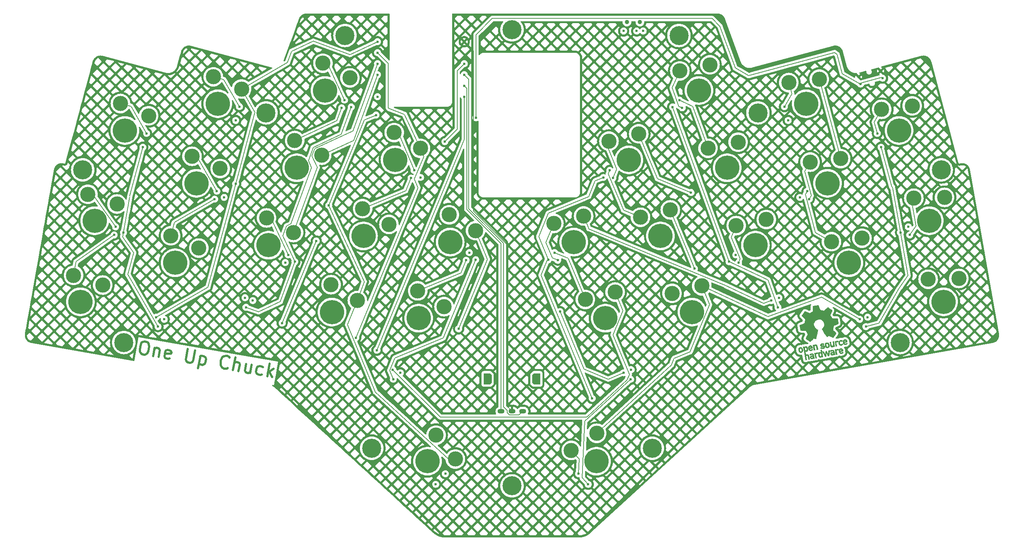
<source format=gbr>
%TF.GenerationSoftware,KiCad,Pcbnew,8.0.7*%
%TF.CreationDate,2024-12-24T09:40:09-07:00*%
%TF.ProjectId,chuck,63687563-6b2e-46b6-9963-61645f706362,v1.0*%
%TF.SameCoordinates,Original*%
%TF.FileFunction,Copper,L1,Top*%
%TF.FilePolarity,Positive*%
%FSLAX46Y46*%
G04 Gerber Fmt 4.6, Leading zero omitted, Abs format (unit mm)*
G04 Created by KiCad (PCBNEW 8.0.7) date 2024-12-24 09:40:09*
%MOMM*%
%LPD*%
G01*
G04 APERTURE LIST*
G04 Aperture macros list*
%AMOutline5P*
0 Free polygon, 5 corners , with rotation*
0 The origin of the aperture is its center*
0 number of corners: always 5*
0 $1 to $10 corner X, Y*
0 $11 Rotation angle, in degrees counterclockwise*
0 create outline with 5 corners*
4,1,5,$1,$2,$3,$4,$5,$6,$7,$8,$9,$10,$1,$2,$11*%
%AMOutline6P*
0 Free polygon, 6 corners , with rotation*
0 The origin of the aperture is its center*
0 number of corners: always 6*
0 $1 to $12 corner X, Y*
0 $13 Rotation angle, in degrees counterclockwise*
0 create outline with 6 corners*
4,1,6,$1,$2,$3,$4,$5,$6,$7,$8,$9,$10,$11,$12,$1,$2,$13*%
%AMOutline7P*
0 Free polygon, 7 corners , with rotation*
0 The origin of the aperture is its center*
0 number of corners: always 7*
0 $1 to $14 corner X, Y*
0 $15 Rotation angle, in degrees counterclockwise*
0 create outline with 7 corners*
4,1,7,$1,$2,$3,$4,$5,$6,$7,$8,$9,$10,$11,$12,$13,$14,$1,$2,$15*%
%AMOutline8P*
0 Free polygon, 8 corners , with rotation*
0 The origin of the aperture is its center*
0 number of corners: always 8*
0 $1 to $16 corner X, Y*
0 $17 Rotation angle, in degrees counterclockwise*
0 create outline with 8 corners*
4,1,8,$1,$2,$3,$4,$5,$6,$7,$8,$9,$10,$11,$12,$13,$14,$15,$16,$1,$2,$17*%
G04 Aperture macros list end*
%ADD10C,0.500000*%
%TA.AperFunction,NonConductor*%
%ADD11C,0.500000*%
%TD*%
%TA.AperFunction,EtchedComponent*%
%ADD12C,0.010000*%
%TD*%
%TA.AperFunction,WasherPad*%
%ADD13C,1.000000*%
%TD*%
%TA.AperFunction,ComponentPad*%
%ADD14C,0.600000*%
%TD*%
%TA.AperFunction,ComponentPad*%
%ADD15C,0.700000*%
%TD*%
%TA.AperFunction,ComponentPad*%
%ADD16C,4.400000*%
%TD*%
%TA.AperFunction,ComponentPad*%
%ADD17Outline6P,-1.300000X0.540000X-0.940000X0.900000X0.940000X0.900000X1.300000X0.540000X1.300000X-0.900000X-1.300000X-0.900000X270.000000*%
%TD*%
%TA.AperFunction,ComponentPad*%
%ADD18Outline6P,-1.300000X0.900000X1.300000X0.900000X1.300000X-0.540000X0.940000X-0.900000X-0.940000X-0.900000X-1.300000X-0.540000X270.000000*%
%TD*%
%TA.AperFunction,ComponentPad*%
%ADD19O,1.600000X1.100000*%
%TD*%
%TA.AperFunction,ComponentPad*%
%ADD20C,5.600000*%
%TD*%
%TA.AperFunction,ComponentPad*%
%ADD21C,3.500000*%
%TD*%
%TA.AperFunction,ViaPad*%
%ADD22C,0.600000*%
%TD*%
%TA.AperFunction,Conductor*%
%ADD23C,0.200000*%
%TD*%
G04 APERTURE END LIST*
D10*
D11*
X69237059Y-107096841D02*
X69799806Y-107196068D01*
X69799806Y-107196068D02*
X70056373Y-107386369D01*
X70056373Y-107386369D02*
X70288133Y-107717356D01*
X70288133Y-107717356D02*
X70329592Y-108304910D01*
X70329592Y-108304910D02*
X70155944Y-109289718D01*
X70155944Y-109289718D02*
X69916030Y-109827659D01*
X69916030Y-109827659D02*
X69585042Y-110059418D01*
X69585042Y-110059418D02*
X69278862Y-110150491D01*
X69278862Y-110150491D02*
X68716114Y-110051264D01*
X68716114Y-110051264D02*
X68459548Y-109860963D01*
X68459548Y-109860963D02*
X68227788Y-109529976D01*
X68227788Y-109529976D02*
X68186329Y-108942422D01*
X68186329Y-108942422D02*
X68359977Y-107957614D01*
X68359977Y-107957614D02*
X68599891Y-107419674D01*
X68599891Y-107419674D02*
X68930878Y-107187914D01*
X68930878Y-107187914D02*
X69237059Y-107096841D01*
X71595773Y-108528172D02*
X71248477Y-110497788D01*
X71546160Y-108809546D02*
X71711653Y-108693666D01*
X71711653Y-108693666D02*
X72017834Y-108602593D01*
X72017834Y-108602593D02*
X72439894Y-108677014D01*
X72439894Y-108677014D02*
X72696461Y-108867314D01*
X72696461Y-108867314D02*
X72787534Y-109173495D01*
X72787534Y-109173495D02*
X72514658Y-110721050D01*
X75071828Y-111026887D02*
X74765648Y-111117960D01*
X74765648Y-111117960D02*
X74202901Y-111018732D01*
X74202901Y-111018732D02*
X73946334Y-110828432D01*
X73946334Y-110828432D02*
X73855261Y-110522251D01*
X73855261Y-110522251D02*
X74053716Y-109396757D01*
X74053716Y-109396757D02*
X74244016Y-109140190D01*
X74244016Y-109140190D02*
X74550197Y-109049117D01*
X74550197Y-109049117D02*
X75112944Y-109148344D01*
X75112944Y-109148344D02*
X75369511Y-109338645D01*
X75369511Y-109338645D02*
X75460584Y-109644826D01*
X75460584Y-109644826D02*
X75410970Y-109926199D01*
X75410970Y-109926199D02*
X73954488Y-109959504D01*
X79225824Y-108858129D02*
X78804107Y-111249805D01*
X78804107Y-111249805D02*
X78895180Y-111555986D01*
X78895180Y-111555986D02*
X79011060Y-111721480D01*
X79011060Y-111721480D02*
X79267626Y-111911780D01*
X79267626Y-111911780D02*
X79830374Y-112011008D01*
X79830374Y-112011008D02*
X80136554Y-111919935D01*
X80136554Y-111919935D02*
X80302048Y-111804055D01*
X80302048Y-111804055D02*
X80492348Y-111547488D01*
X80492348Y-111547488D02*
X80914065Y-109155812D01*
X82147285Y-110388689D02*
X81626341Y-113343112D01*
X82122478Y-110529375D02*
X82428659Y-110438302D01*
X82428659Y-110438302D02*
X82991406Y-110537530D01*
X82991406Y-110537530D02*
X83247973Y-110727830D01*
X83247973Y-110727830D02*
X83363853Y-110893324D01*
X83363853Y-110893324D02*
X83454926Y-111199505D01*
X83454926Y-111199505D02*
X83306085Y-112043626D01*
X83306085Y-112043626D02*
X83115784Y-112300192D01*
X83115784Y-112300192D02*
X82950290Y-112416072D01*
X82950290Y-112416072D02*
X82644110Y-112507145D01*
X82644110Y-112507145D02*
X82081363Y-112407918D01*
X82081363Y-112407918D02*
X81824796Y-112217617D01*
X88461883Y-113242854D02*
X88296390Y-113358734D01*
X88296390Y-113358734D02*
X87849522Y-113425000D01*
X87849522Y-113425000D02*
X87568149Y-113375386D01*
X87568149Y-113375386D02*
X87170895Y-113160279D01*
X87170895Y-113160279D02*
X86939135Y-112829291D01*
X86939135Y-112829291D02*
X86848062Y-112523111D01*
X86848062Y-112523111D02*
X86806603Y-111935557D01*
X86806603Y-111935557D02*
X86881024Y-111513496D01*
X86881024Y-111513496D02*
X87120938Y-110975556D01*
X87120938Y-110975556D02*
X87311238Y-110718989D01*
X87311238Y-110718989D02*
X87642226Y-110487229D01*
X87642226Y-110487229D02*
X88089093Y-110420963D01*
X88089093Y-110420963D02*
X88370467Y-110470577D01*
X88370467Y-110470577D02*
X88767720Y-110685684D01*
X88767720Y-110685684D02*
X88883600Y-110851178D01*
X89678451Y-113747489D02*
X90199396Y-110793066D01*
X90944632Y-113970751D02*
X91217508Y-112423196D01*
X91217508Y-112423196D02*
X91126435Y-112117016D01*
X91126435Y-112117016D02*
X90869868Y-111926715D01*
X90869868Y-111926715D02*
X90447808Y-111852295D01*
X90447808Y-111852295D02*
X90141627Y-111943368D01*
X90141627Y-111943368D02*
X89976134Y-112059248D01*
X93964979Y-112472467D02*
X93617682Y-114442082D01*
X92698797Y-112249205D02*
X92425922Y-113796760D01*
X92425922Y-113796760D02*
X92516995Y-114102940D01*
X92516995Y-114102940D02*
X92773561Y-114293241D01*
X92773561Y-114293241D02*
X93195622Y-114367662D01*
X93195622Y-114367662D02*
X93501802Y-114276589D01*
X93501802Y-114276589D02*
X93667296Y-114160709D01*
X96315539Y-114772726D02*
X96009359Y-114863799D01*
X96009359Y-114863799D02*
X95446611Y-114764572D01*
X95446611Y-114764572D02*
X95190045Y-114574271D01*
X95190045Y-114574271D02*
X95074165Y-114408777D01*
X95074165Y-114408777D02*
X94983092Y-114102597D01*
X94983092Y-114102597D02*
X95131933Y-113258476D01*
X95131933Y-113258476D02*
X95322233Y-113001909D01*
X95322233Y-113001909D02*
X95487727Y-112886029D01*
X95487727Y-112886029D02*
X95793908Y-112794956D01*
X95793908Y-112794956D02*
X96356655Y-112894184D01*
X96356655Y-112894184D02*
X96613222Y-113084484D01*
X97556914Y-115136675D02*
X98077859Y-112182252D01*
X98036743Y-114060794D02*
X98682409Y-115335130D01*
X99029705Y-113365515D02*
X97705755Y-114292554D01*
D12*
%TO.C,REF\u002A\u002A*%
X229099798Y-106935684D02*
X229159849Y-106958671D01*
X229182080Y-106981303D01*
X229182594Y-107012687D01*
X229159452Y-107066214D01*
X229138724Y-107104889D01*
X229094474Y-107176001D01*
X229057650Y-107209131D01*
X229022078Y-107213665D01*
X228912741Y-107205487D01*
X228836104Y-107220247D01*
X228779019Y-107261429D01*
X228761183Y-107282786D01*
X228705080Y-107356761D01*
X228848192Y-108168383D01*
X228578432Y-108215949D01*
X228370871Y-107038814D01*
X228505751Y-107015031D01*
X228587295Y-107003954D01*
X228631081Y-107007958D01*
X228647107Y-107028006D01*
X228647229Y-107028663D01*
X228657047Y-107050889D01*
X228682384Y-107043299D01*
X228715275Y-107020212D01*
X228783813Y-106975964D01*
X228840623Y-106946595D01*
X228917131Y-106928144D01*
X229010903Y-106924786D01*
X229099798Y-106935684D01*
%TA.AperFunction,EtchedComponent*%
G36*
X229099798Y-106935684D02*
G01*
X229159849Y-106958671D01*
X229182080Y-106981303D01*
X229182594Y-107012687D01*
X229159452Y-107066214D01*
X229138724Y-107104889D01*
X229094474Y-107176001D01*
X229057650Y-107209131D01*
X229022078Y-107213665D01*
X228912741Y-107205487D01*
X228836104Y-107220247D01*
X228779019Y-107261429D01*
X228761183Y-107282786D01*
X228705080Y-107356761D01*
X228848192Y-108168383D01*
X228578432Y-108215949D01*
X228370871Y-107038814D01*
X228505751Y-107015031D01*
X228587295Y-107003954D01*
X228631081Y-107007958D01*
X228647107Y-107028006D01*
X228647229Y-107028663D01*
X228657047Y-107050889D01*
X228682384Y-107043299D01*
X228715275Y-107020212D01*
X228783813Y-106975964D01*
X228840623Y-106946595D01*
X228917131Y-106928144D01*
X229010903Y-106924786D01*
X229099798Y-106935684D01*
G37*
%TD.AperFunction*%
X229112651Y-108823242D02*
X229171175Y-108841298D01*
X229235697Y-108877061D01*
X229173253Y-108992648D01*
X229134557Y-109062802D01*
X229106209Y-109098697D01*
X229073594Y-109109168D01*
X229022092Y-109103048D01*
X228997666Y-109098755D01*
X228901907Y-109102954D01*
X228820849Y-109144443D01*
X228768433Y-109215129D01*
X228761562Y-109235931D01*
X228759305Y-109288223D01*
X228767069Y-109382493D01*
X228784097Y-109512094D01*
X228809635Y-109670382D01*
X228813562Y-109692845D01*
X228882546Y-110084070D01*
X228612783Y-110131636D01*
X228400898Y-108929980D01*
X228535780Y-108906195D01*
X228613911Y-108894512D01*
X228656020Y-108896405D01*
X228674610Y-108914224D01*
X228679623Y-108933239D01*
X228688585Y-108984066D01*
X228744239Y-108921847D01*
X228812217Y-108874106D01*
X228908727Y-108839409D01*
X229015097Y-108821280D01*
X229112651Y-108823242D01*
%TA.AperFunction,EtchedComponent*%
G36*
X229112651Y-108823242D02*
G01*
X229171175Y-108841298D01*
X229235697Y-108877061D01*
X229173253Y-108992648D01*
X229134557Y-109062802D01*
X229106209Y-109098697D01*
X229073594Y-109109168D01*
X229022092Y-109103048D01*
X228997666Y-109098755D01*
X228901907Y-109102954D01*
X228820849Y-109144443D01*
X228768433Y-109215129D01*
X228761562Y-109235931D01*
X228759305Y-109288223D01*
X228767069Y-109382493D01*
X228784097Y-109512094D01*
X228809635Y-109670382D01*
X228813562Y-109692845D01*
X228882546Y-110084070D01*
X228612783Y-110131636D01*
X228400898Y-108929980D01*
X228535780Y-108906195D01*
X228613911Y-108894512D01*
X228656020Y-108896405D01*
X228674610Y-108914224D01*
X228679623Y-108933239D01*
X228688585Y-108984066D01*
X228744239Y-108921847D01*
X228812217Y-108874106D01*
X228908727Y-108839409D01*
X229015097Y-108821280D01*
X229112651Y-108823242D01*
G37*
%TD.AperFunction*%
X224436534Y-109665604D02*
X224487078Y-109689275D01*
X224502917Y-109727238D01*
X224500328Y-109738732D01*
X224475535Y-109788919D01*
X224434575Y-109852489D01*
X224426981Y-109862936D01*
X224385918Y-109912062D01*
X224346622Y-109932524D01*
X224286816Y-109933625D01*
X224262431Y-109931648D01*
X224187306Y-109929822D01*
X224137458Y-109945389D01*
X224098470Y-109976171D01*
X224064498Y-110014242D01*
X224042337Y-110058502D01*
X224031770Y-110116675D01*
X224032585Y-110196497D01*
X224044562Y-110305703D01*
X224067485Y-110452022D01*
X224082739Y-110540116D01*
X224149483Y-110918637D01*
X223904246Y-110961879D01*
X223692361Y-109760220D01*
X223814979Y-109738599D01*
X223889029Y-109728229D01*
X223927668Y-109732758D01*
X223943760Y-109754841D01*
X223946184Y-109765664D01*
X223953665Y-109795681D01*
X223969126Y-109797875D01*
X224004949Y-109770075D01*
X224025900Y-109751702D01*
X224094541Y-109708167D01*
X224180287Y-109677505D01*
X224272776Y-109660002D01*
X224361646Y-109655940D01*
X224436534Y-109665604D01*
%TA.AperFunction,EtchedComponent*%
G36*
X224436534Y-109665604D02*
G01*
X224487078Y-109689275D01*
X224502917Y-109727238D01*
X224500328Y-109738732D01*
X224475535Y-109788919D01*
X224434575Y-109852489D01*
X224426981Y-109862936D01*
X224385918Y-109912062D01*
X224346622Y-109932524D01*
X224286816Y-109933625D01*
X224262431Y-109931648D01*
X224187306Y-109929822D01*
X224137458Y-109945389D01*
X224098470Y-109976171D01*
X224064498Y-110014242D01*
X224042337Y-110058502D01*
X224031770Y-110116675D01*
X224032585Y-110196497D01*
X224044562Y-110305703D01*
X224067485Y-110452022D01*
X224082739Y-110540116D01*
X224149483Y-110918637D01*
X223904246Y-110961879D01*
X223692361Y-109760220D01*
X223814979Y-109738599D01*
X223889029Y-109728229D01*
X223927668Y-109732758D01*
X223943760Y-109754841D01*
X223946184Y-109765664D01*
X223953665Y-109795681D01*
X223969126Y-109797875D01*
X224004949Y-109770075D01*
X224025900Y-109751702D01*
X224094541Y-109708167D01*
X224180287Y-109677505D01*
X224272776Y-109660002D01*
X224361646Y-109655940D01*
X224436534Y-109665604D01*
G37*
%TD.AperFunction*%
X228357718Y-108254867D02*
X228222839Y-108278650D01*
X228140945Y-108289693D01*
X228097035Y-108285503D01*
X228081464Y-108265599D01*
X228070970Y-108247278D01*
X228043660Y-108256360D01*
X227992025Y-108294012D01*
X227870024Y-108359565D01*
X227732104Y-108380764D01*
X227592282Y-108357596D01*
X227523132Y-108332012D01*
X227468318Y-108300776D01*
X227424635Y-108257301D01*
X227388867Y-108195004D01*
X227357805Y-108107301D01*
X227328240Y-107987606D01*
X227296962Y-107829337D01*
X227274882Y-107706576D01*
X227193736Y-107246375D01*
X227438972Y-107203134D01*
X227506281Y-107584861D01*
X227540313Y-107764312D01*
X227572870Y-107899432D01*
X227607222Y-107995473D01*
X227646639Y-108057682D01*
X227694385Y-108091306D01*
X227753731Y-108101594D01*
X227823729Y-108094554D01*
X227895073Y-108076033D01*
X227946322Y-108045291D01*
X227978756Y-107996280D01*
X227993648Y-107922947D01*
X227992278Y-107819245D01*
X227975919Y-107679121D01*
X227947707Y-107507026D01*
X227880398Y-107125298D01*
X228150158Y-107077732D01*
X228357718Y-108254867D01*
%TA.AperFunction,EtchedComponent*%
G36*
X228357718Y-108254867D02*
G01*
X228222839Y-108278650D01*
X228140945Y-108289693D01*
X228097035Y-108285503D01*
X228081464Y-108265599D01*
X228070970Y-108247278D01*
X228043660Y-108256360D01*
X227992025Y-108294012D01*
X227870024Y-108359565D01*
X227732104Y-108380764D01*
X227592282Y-108357596D01*
X227523132Y-108332012D01*
X227468318Y-108300776D01*
X227424635Y-108257301D01*
X227388867Y-108195004D01*
X227357805Y-108107301D01*
X227328240Y-107987606D01*
X227296962Y-107829337D01*
X227274882Y-107706576D01*
X227193736Y-107246375D01*
X227438972Y-107203134D01*
X227506281Y-107584861D01*
X227540313Y-107764312D01*
X227572870Y-107899432D01*
X227607222Y-107995473D01*
X227646639Y-108057682D01*
X227694385Y-108091306D01*
X227753731Y-108101594D01*
X227823729Y-108094554D01*
X227895073Y-108076033D01*
X227946322Y-108045291D01*
X227978756Y-107996280D01*
X227993648Y-107922947D01*
X227992278Y-107819245D01*
X227975919Y-107679121D01*
X227947707Y-107507026D01*
X227880398Y-107125298D01*
X228150158Y-107077732D01*
X228357718Y-108254867D01*
G37*
%TD.AperFunction*%
X224034623Y-107824300D02*
X224100798Y-107842691D01*
X224167334Y-107874378D01*
X224220912Y-107914904D01*
X224264613Y-107970936D01*
X224301516Y-108049142D01*
X224334702Y-108156194D01*
X224367247Y-108298759D01*
X224402235Y-108483504D01*
X224405691Y-108502887D01*
X224482983Y-108938087D01*
X224213223Y-108985653D01*
X224142464Y-108584357D01*
X224116057Y-108435720D01*
X224095729Y-108328202D01*
X224078918Y-108253871D01*
X224063062Y-108204791D01*
X224045600Y-108173038D01*
X224023970Y-108150677D01*
X223995651Y-108129808D01*
X223902543Y-108090654D01*
X223809514Y-108096746D01*
X223728575Y-108146152D01*
X223702811Y-108176846D01*
X223684817Y-108204604D01*
X223673382Y-108232950D01*
X223668885Y-108270091D01*
X223671704Y-108324236D01*
X223682215Y-108403590D01*
X223700801Y-108516362D01*
X223724776Y-108653410D01*
X223796321Y-109059165D01*
X223526561Y-109106730D01*
X223319000Y-107929595D01*
X223453880Y-107905812D01*
X223535426Y-107894735D01*
X223579210Y-107898740D01*
X223595236Y-107918787D01*
X223595358Y-107919444D01*
X223604809Y-107940179D01*
X223629165Y-107933342D01*
X223674246Y-107900779D01*
X223779844Y-107845943D01*
X223907034Y-107819489D01*
X224034623Y-107824300D01*
%TA.AperFunction,EtchedComponent*%
G36*
X224034623Y-107824300D02*
G01*
X224100798Y-107842691D01*
X224167334Y-107874378D01*
X224220912Y-107914904D01*
X224264613Y-107970936D01*
X224301516Y-108049142D01*
X224334702Y-108156194D01*
X224367247Y-108298759D01*
X224402235Y-108483504D01*
X224405691Y-108502887D01*
X224482983Y-108938087D01*
X224213223Y-108985653D01*
X224142464Y-108584357D01*
X224116057Y-108435720D01*
X224095729Y-108328202D01*
X224078918Y-108253871D01*
X224063062Y-108204791D01*
X224045600Y-108173038D01*
X224023970Y-108150677D01*
X223995651Y-108129808D01*
X223902543Y-108090654D01*
X223809514Y-108096746D01*
X223728575Y-108146152D01*
X223702811Y-108176846D01*
X223684817Y-108204604D01*
X223673382Y-108232950D01*
X223668885Y-108270091D01*
X223671704Y-108324236D01*
X223682215Y-108403590D01*
X223700801Y-108516362D01*
X223724776Y-108653410D01*
X223796321Y-109059165D01*
X223526561Y-109106730D01*
X223319000Y-107929595D01*
X223453880Y-107905812D01*
X223535426Y-107894735D01*
X223579210Y-107898740D01*
X223595236Y-107918787D01*
X223595358Y-107919444D01*
X223604809Y-107940179D01*
X223629165Y-107933342D01*
X223674246Y-107900779D01*
X223779844Y-107845943D01*
X223907034Y-107819489D01*
X224034623Y-107824300D01*
G37*
%TD.AperFunction*%
X229980414Y-106827835D02*
X230030348Y-106849327D01*
X230095508Y-106884396D01*
X230137673Y-106913571D01*
X230145946Y-106924036D01*
X230132868Y-106952801D01*
X230095500Y-107004288D01*
X230064791Y-107041039D01*
X229980062Y-107137777D01*
X229890546Y-107085931D01*
X229822843Y-107054209D01*
X229761532Y-107049949D01*
X229694941Y-107065371D01*
X229592877Y-107110732D01*
X229529114Y-107178773D01*
X229500163Y-107275700D01*
X229502540Y-107407713D01*
X229502550Y-107407795D01*
X229529616Y-107551044D01*
X229575433Y-107651570D01*
X229642421Y-107713701D01*
X229683755Y-107731452D01*
X229787482Y-107744344D01*
X229892581Y-107725830D01*
X229978844Y-107680366D01*
X229997960Y-107662214D01*
X230045786Y-107616024D01*
X230087165Y-107602539D01*
X230137741Y-107621724D01*
X230196973Y-107661756D01*
X230291639Y-107730269D01*
X230215638Y-107819248D01*
X230092833Y-107926201D01*
X229945086Y-107994289D01*
X229782655Y-108019887D01*
X229671556Y-108011602D01*
X229535486Y-107966669D01*
X229417546Y-107879029D01*
X229359300Y-107812756D01*
X229303945Y-107712694D01*
X229261859Y-107581023D01*
X229235939Y-107434849D01*
X229229086Y-107291275D01*
X229244196Y-107167407D01*
X229247714Y-107154359D01*
X229310461Y-107021419D01*
X229408457Y-106915402D01*
X229533077Y-106839675D01*
X229675695Y-106797595D01*
X229827683Y-106792528D01*
X229980414Y-106827835D01*
%TA.AperFunction,EtchedComponent*%
G36*
X229980414Y-106827835D02*
G01*
X230030348Y-106849327D01*
X230095508Y-106884396D01*
X230137673Y-106913571D01*
X230145946Y-106924036D01*
X230132868Y-106952801D01*
X230095500Y-107004288D01*
X230064791Y-107041039D01*
X229980062Y-107137777D01*
X229890546Y-107085931D01*
X229822843Y-107054209D01*
X229761532Y-107049949D01*
X229694941Y-107065371D01*
X229592877Y-107110732D01*
X229529114Y-107178773D01*
X229500163Y-107275700D01*
X229502540Y-107407713D01*
X229502550Y-107407795D01*
X229529616Y-107551044D01*
X229575433Y-107651570D01*
X229642421Y-107713701D01*
X229683755Y-107731452D01*
X229787482Y-107744344D01*
X229892581Y-107725830D01*
X229978844Y-107680366D01*
X229997960Y-107662214D01*
X230045786Y-107616024D01*
X230087165Y-107602539D01*
X230137741Y-107621724D01*
X230196973Y-107661756D01*
X230291639Y-107730269D01*
X230215638Y-107819248D01*
X230092833Y-107926201D01*
X229945086Y-107994289D01*
X229782655Y-108019887D01*
X229671556Y-108011602D01*
X229535486Y-107966669D01*
X229417546Y-107879029D01*
X229359300Y-107812756D01*
X229303945Y-107712694D01*
X229261859Y-107581023D01*
X229235939Y-107434849D01*
X229229086Y-107291275D01*
X229244196Y-107167407D01*
X229247714Y-107154359D01*
X229310461Y-107021419D01*
X229408457Y-106915402D01*
X229533077Y-106839675D01*
X229675695Y-106797595D01*
X229827683Y-106792528D01*
X229980414Y-106827835D01*
G37*
%TD.AperFunction*%
X226695335Y-107349220D02*
X226831288Y-107394901D01*
X226947140Y-107484430D01*
X227008158Y-107563099D01*
X227041297Y-107636242D01*
X227073273Y-107743207D01*
X227100906Y-107868049D01*
X227121018Y-107994829D01*
X227130427Y-108107603D01*
X227129011Y-108168972D01*
X227103275Y-108257122D01*
X227049128Y-108355478D01*
X226978851Y-108445529D01*
X226904720Y-108508768D01*
X226902839Y-108509895D01*
X226803956Y-108549252D01*
X226682418Y-108571226D01*
X226563422Y-108572251D01*
X226516055Y-108564607D01*
X226389614Y-108519692D01*
X226292229Y-108448806D01*
X226218204Y-108345279D01*
X226161838Y-108202441D01*
X226141311Y-108126036D01*
X226124987Y-108028358D01*
X226106647Y-107918605D01*
X226107963Y-107857470D01*
X226369222Y-107857470D01*
X226380780Y-107941017D01*
X226387861Y-107982006D01*
X226421809Y-108122750D01*
X226466419Y-108226698D01*
X226519144Y-108288840D01*
X226551496Y-108303567D01*
X226627870Y-108304346D01*
X226715036Y-108284759D01*
X226787514Y-108251478D01*
X226805511Y-108237027D01*
X226846849Y-108164048D01*
X226864356Y-108060429D01*
X226858204Y-107939169D01*
X226828565Y-107813265D01*
X226798945Y-107739569D01*
X226737021Y-107659096D01*
X226654170Y-107616574D01*
X226562777Y-107612938D01*
X226475227Y-107649114D01*
X226413928Y-107710650D01*
X226384311Y-107757726D01*
X226369903Y-107801519D01*
X226369222Y-107857470D01*
X226107963Y-107857470D01*
X226110431Y-107742826D01*
X226152666Y-107598693D01*
X226233355Y-107486199D01*
X226352499Y-107405335D01*
X226379094Y-107393705D01*
X226543272Y-107348463D01*
X226695335Y-107349220D01*
%TA.AperFunction,EtchedComponent*%
G36*
X226695335Y-107349220D02*
G01*
X226831288Y-107394901D01*
X226947140Y-107484430D01*
X227008158Y-107563099D01*
X227041297Y-107636242D01*
X227073273Y-107743207D01*
X227100906Y-107868049D01*
X227121018Y-107994829D01*
X227130427Y-108107603D01*
X227129011Y-108168972D01*
X227103275Y-108257122D01*
X227049128Y-108355478D01*
X226978851Y-108445529D01*
X226904720Y-108508768D01*
X226902839Y-108509895D01*
X226803956Y-108549252D01*
X226682418Y-108571226D01*
X226563422Y-108572251D01*
X226516055Y-108564607D01*
X226389614Y-108519692D01*
X226292229Y-108448806D01*
X226218204Y-108345279D01*
X226161838Y-108202441D01*
X226141311Y-108126036D01*
X226124987Y-108028358D01*
X226106647Y-107918605D01*
X226107963Y-107857470D01*
X226369222Y-107857470D01*
X226380780Y-107941017D01*
X226387861Y-107982006D01*
X226421809Y-108122750D01*
X226466419Y-108226698D01*
X226519144Y-108288840D01*
X226551496Y-108303567D01*
X226627870Y-108304346D01*
X226715036Y-108284759D01*
X226787514Y-108251478D01*
X226805511Y-108237027D01*
X226846849Y-108164048D01*
X226864356Y-108060429D01*
X226858204Y-107939169D01*
X226828565Y-107813265D01*
X226798945Y-107739569D01*
X226737021Y-107659096D01*
X226654170Y-107616574D01*
X226562777Y-107612938D01*
X226475227Y-107649114D01*
X226413928Y-107710650D01*
X226384311Y-107757726D01*
X226369903Y-107801519D01*
X226369222Y-107857470D01*
X226107963Y-107857470D01*
X226110431Y-107742826D01*
X226152666Y-107598693D01*
X226233355Y-107486199D01*
X226352499Y-107405335D01*
X226379094Y-107393705D01*
X226543272Y-107348463D01*
X226695335Y-107349220D01*
G37*
%TD.AperFunction*%
X227182318Y-109416672D02*
X227164128Y-109553578D01*
X227142110Y-109718730D01*
X227119085Y-109891016D01*
X227098498Y-110044640D01*
X227051558Y-110394280D01*
X226826747Y-110449176D01*
X226729190Y-110256461D01*
X226668862Y-110136696D01*
X226602782Y-110004590D01*
X226544801Y-109887848D01*
X226542505Y-109883200D01*
X226500704Y-109804541D01*
X226466766Y-109751827D01*
X226446229Y-109733249D01*
X226443228Y-109736345D01*
X226437039Y-109771850D01*
X226426704Y-109847386D01*
X226413428Y-109953474D01*
X226398424Y-110080630D01*
X226390496Y-110150516D01*
X226347914Y-110530994D01*
X226122181Y-110570797D01*
X225841187Y-110032441D01*
X225762291Y-109881438D01*
X225690499Y-109744333D01*
X225629198Y-109627562D01*
X225581770Y-109537565D01*
X225551598Y-109480781D01*
X225542554Y-109464231D01*
X225544081Y-109445383D01*
X225579629Y-109430978D01*
X225656640Y-109418213D01*
X225668779Y-109416688D01*
X225812645Y-109399000D01*
X225966547Y-109725868D01*
X226022943Y-109845029D01*
X226073019Y-109949692D01*
X226112388Y-110030775D01*
X226136666Y-110079199D01*
X226140958Y-110087034D01*
X226150958Y-110075389D01*
X226165777Y-110021584D01*
X226183900Y-109932852D01*
X226203812Y-109816431D01*
X226219524Y-109711667D01*
X226277580Y-109302004D01*
X226375855Y-109292183D01*
X226474128Y-109282363D01*
X226667960Y-109640121D01*
X226861788Y-109997876D01*
X226877766Y-109855986D01*
X226886995Y-109768410D01*
X226898605Y-109650211D01*
X226910761Y-109520398D01*
X226917021Y-109450808D01*
X226940298Y-109187521D01*
X227219198Y-109138344D01*
X227182318Y-109416672D01*
%TA.AperFunction,EtchedComponent*%
G36*
X227182318Y-109416672D02*
G01*
X227164128Y-109553578D01*
X227142110Y-109718730D01*
X227119085Y-109891016D01*
X227098498Y-110044640D01*
X227051558Y-110394280D01*
X226826747Y-110449176D01*
X226729190Y-110256461D01*
X226668862Y-110136696D01*
X226602782Y-110004590D01*
X226544801Y-109887848D01*
X226542505Y-109883200D01*
X226500704Y-109804541D01*
X226466766Y-109751827D01*
X226446229Y-109733249D01*
X226443228Y-109736345D01*
X226437039Y-109771850D01*
X226426704Y-109847386D01*
X226413428Y-109953474D01*
X226398424Y-110080630D01*
X226390496Y-110150516D01*
X226347914Y-110530994D01*
X226122181Y-110570797D01*
X225841187Y-110032441D01*
X225762291Y-109881438D01*
X225690499Y-109744333D01*
X225629198Y-109627562D01*
X225581770Y-109537565D01*
X225551598Y-109480781D01*
X225542554Y-109464231D01*
X225544081Y-109445383D01*
X225579629Y-109430978D01*
X225656640Y-109418213D01*
X225668779Y-109416688D01*
X225812645Y-109399000D01*
X225966547Y-109725868D01*
X226022943Y-109845029D01*
X226073019Y-109949692D01*
X226112388Y-110030775D01*
X226136666Y-110079199D01*
X226140958Y-110087034D01*
X226150958Y-110075389D01*
X226165777Y-110021584D01*
X226183900Y-109932852D01*
X226203812Y-109816431D01*
X226219524Y-109711667D01*
X226277580Y-109302004D01*
X226375855Y-109292183D01*
X226474128Y-109282363D01*
X226667960Y-109640121D01*
X226861788Y-109997876D01*
X226877766Y-109855986D01*
X226886995Y-109768410D01*
X226898605Y-109650211D01*
X226910761Y-109520398D01*
X226917021Y-109450808D01*
X226940298Y-109187521D01*
X227219198Y-109138344D01*
X227182318Y-109416672D01*
G37*
%TD.AperFunction*%
X220691764Y-108464471D02*
X220805858Y-108542008D01*
X220895918Y-108663104D01*
X220962109Y-108827880D01*
X220969401Y-108854143D01*
X221004640Y-109042162D01*
X221007528Y-109211904D01*
X220978244Y-109355058D01*
X220957518Y-109403101D01*
X220874948Y-109511606D01*
X220759739Y-109592765D01*
X220623522Y-109642033D01*
X220477940Y-109654862D01*
X220362183Y-109635724D01*
X220257053Y-109587613D01*
X220165501Y-109516372D01*
X220163827Y-109514623D01*
X220123492Y-109467800D01*
X220093999Y-109418768D01*
X220070051Y-109354544D01*
X220046350Y-109262155D01*
X220029641Y-109185911D01*
X220016042Y-109116496D01*
X219999820Y-109033693D01*
X219986038Y-108929356D01*
X220249392Y-108929356D01*
X220261230Y-109073262D01*
X220275852Y-109142174D01*
X220300825Y-109232937D01*
X220326617Y-109289463D01*
X220361722Y-109326725D01*
X220391983Y-109346771D01*
X220492961Y-109382109D01*
X220590319Y-109372045D01*
X220673321Y-109319172D01*
X220710763Y-109269722D01*
X220735641Y-109222156D01*
X220747445Y-109178758D01*
X220746532Y-109125149D01*
X220733256Y-109046949D01*
X220718018Y-108975461D01*
X220694409Y-108873666D01*
X220673954Y-108808548D01*
X220650603Y-108767841D01*
X220618306Y-108739270D01*
X220594006Y-108723972D01*
X220497579Y-108689533D01*
X220402604Y-108703715D01*
X220328547Y-108747243D01*
X220271804Y-108820879D01*
X220249392Y-108929356D01*
X219986038Y-108929356D01*
X219984618Y-108918602D01*
X219984265Y-108830086D01*
X219998993Y-108757590D01*
X220029033Y-108690561D01*
X220040952Y-108670132D01*
X220119451Y-108564962D01*
X220211278Y-108495425D01*
X220330912Y-108451981D01*
X220390800Y-108439594D01*
X220553467Y-108430373D01*
X220691764Y-108464471D01*
%TA.AperFunction,EtchedComponent*%
G36*
X220691764Y-108464471D02*
G01*
X220805858Y-108542008D01*
X220895918Y-108663104D01*
X220962109Y-108827880D01*
X220969401Y-108854143D01*
X221004640Y-109042162D01*
X221007528Y-109211904D01*
X220978244Y-109355058D01*
X220957518Y-109403101D01*
X220874948Y-109511606D01*
X220759739Y-109592765D01*
X220623522Y-109642033D01*
X220477940Y-109654862D01*
X220362183Y-109635724D01*
X220257053Y-109587613D01*
X220165501Y-109516372D01*
X220163827Y-109514623D01*
X220123492Y-109467800D01*
X220093999Y-109418768D01*
X220070051Y-109354544D01*
X220046350Y-109262155D01*
X220029641Y-109185911D01*
X220016042Y-109116496D01*
X219999820Y-109033693D01*
X219986038Y-108929356D01*
X220249392Y-108929356D01*
X220261230Y-109073262D01*
X220275852Y-109142174D01*
X220300825Y-109232937D01*
X220326617Y-109289463D01*
X220361722Y-109326725D01*
X220391983Y-109346771D01*
X220492961Y-109382109D01*
X220590319Y-109372045D01*
X220673321Y-109319172D01*
X220710763Y-109269722D01*
X220735641Y-109222156D01*
X220747445Y-109178758D01*
X220746532Y-109125149D01*
X220733256Y-109046949D01*
X220718018Y-108975461D01*
X220694409Y-108873666D01*
X220673954Y-108808548D01*
X220650603Y-108767841D01*
X220618306Y-108739270D01*
X220594006Y-108723972D01*
X220497579Y-108689533D01*
X220402604Y-108703715D01*
X220328547Y-108747243D01*
X220271804Y-108820879D01*
X220249392Y-108929356D01*
X219986038Y-108929356D01*
X219984618Y-108918602D01*
X219984265Y-108830086D01*
X219998993Y-108757590D01*
X220029033Y-108690561D01*
X220040952Y-108670132D01*
X220119451Y-108564962D01*
X220211278Y-108495425D01*
X220330912Y-108451981D01*
X220390800Y-108439594D01*
X220553467Y-108430373D01*
X220691764Y-108464471D01*
G37*
%TD.AperFunction*%
X225645424Y-110654862D02*
X225510544Y-110678645D01*
X225431851Y-110690154D01*
X225389401Y-110687838D01*
X225371080Y-110669782D01*
X225367483Y-110656024D01*
X225360071Y-110628468D01*
X225343512Y-110625853D01*
X225305529Y-110650343D01*
X225276465Y-110672074D01*
X225160707Y-110731834D01*
X225027948Y-110757520D01*
X224914679Y-110748146D01*
X224801749Y-110697155D01*
X224707012Y-110609206D01*
X224643825Y-110496906D01*
X224641573Y-110490401D01*
X224622444Y-110418470D01*
X224600848Y-110314174D01*
X224587116Y-110234835D01*
X224580154Y-110194606D01*
X224570576Y-110129980D01*
X224555868Y-109982336D01*
X224831509Y-109982336D01*
X224837892Y-110079155D01*
X224854998Y-110187600D01*
X224879787Y-110291898D01*
X224909221Y-110376277D01*
X224936982Y-110421962D01*
X225021102Y-110476252D01*
X225111183Y-110485147D01*
X225196279Y-110450104D01*
X225261706Y-110378797D01*
X225283480Y-110334758D01*
X225292027Y-110285281D01*
X225287899Y-110215988D01*
X225271847Y-110113647D01*
X225250576Y-110013247D01*
X225225792Y-109926108D01*
X225202368Y-109869001D01*
X225199271Y-109864059D01*
X225135878Y-109809977D01*
X225053519Y-109788671D01*
X224967232Y-109798101D01*
X224892064Y-109836227D01*
X224843059Y-109901010D01*
X224838890Y-109912915D01*
X224831509Y-109982336D01*
X224555868Y-109982336D01*
X224554515Y-109968757D01*
X224558379Y-109844902D01*
X224584275Y-109749279D01*
X224634312Y-109672747D01*
X224687333Y-109623652D01*
X224766130Y-109581817D01*
X224868438Y-109554195D01*
X224976214Y-109542996D01*
X225071412Y-109550434D01*
X225124476Y-109570057D01*
X225182417Y-109606465D01*
X225081620Y-109034819D01*
X225351380Y-108987254D01*
X225645424Y-110654862D01*
%TA.AperFunction,EtchedComponent*%
G36*
X225645424Y-110654862D02*
G01*
X225510544Y-110678645D01*
X225431851Y-110690154D01*
X225389401Y-110687838D01*
X225371080Y-110669782D01*
X225367483Y-110656024D01*
X225360071Y-110628468D01*
X225343512Y-110625853D01*
X225305529Y-110650343D01*
X225276465Y-110672074D01*
X225160707Y-110731834D01*
X225027948Y-110757520D01*
X224914679Y-110748146D01*
X224801749Y-110697155D01*
X224707012Y-110609206D01*
X224643825Y-110496906D01*
X224641573Y-110490401D01*
X224622444Y-110418470D01*
X224600848Y-110314174D01*
X224587116Y-110234835D01*
X224580154Y-110194606D01*
X224570576Y-110129980D01*
X224555868Y-109982336D01*
X224831509Y-109982336D01*
X224837892Y-110079155D01*
X224854998Y-110187600D01*
X224879787Y-110291898D01*
X224909221Y-110376277D01*
X224936982Y-110421962D01*
X225021102Y-110476252D01*
X225111183Y-110485147D01*
X225196279Y-110450104D01*
X225261706Y-110378797D01*
X225283480Y-110334758D01*
X225292027Y-110285281D01*
X225287899Y-110215988D01*
X225271847Y-110113647D01*
X225250576Y-110013247D01*
X225225792Y-109926108D01*
X225202368Y-109869001D01*
X225199271Y-109864059D01*
X225135878Y-109809977D01*
X225053519Y-109788671D01*
X224967232Y-109798101D01*
X224892064Y-109836227D01*
X224843059Y-109901010D01*
X224838890Y-109912915D01*
X224831509Y-109982336D01*
X224555868Y-109982336D01*
X224554515Y-109968757D01*
X224558379Y-109844902D01*
X224584275Y-109749279D01*
X224634312Y-109672747D01*
X224687333Y-109623652D01*
X224766130Y-109581817D01*
X224868438Y-109554195D01*
X224976214Y-109542996D01*
X225071412Y-109550434D01*
X225124476Y-109570057D01*
X225182417Y-109606465D01*
X225081620Y-109034819D01*
X225351380Y-108987254D01*
X225645424Y-110654862D01*
G37*
%TD.AperFunction*%
X230789066Y-106623811D02*
X230919308Y-106658444D01*
X231037298Y-106725610D01*
X231126582Y-106815341D01*
X231140419Y-106836583D01*
X231164455Y-106894374D01*
X231189547Y-106981714D01*
X231208609Y-107071099D01*
X231238596Y-107241167D01*
X230883003Y-107303869D01*
X230736439Y-107330283D01*
X230633712Y-107351868D01*
X230569571Y-107372182D01*
X230538758Y-107394786D01*
X230536019Y-107423243D01*
X230556100Y-107461109D01*
X230587675Y-107503992D01*
X230666466Y-107570959D01*
X230763632Y-107594111D01*
X230873748Y-107573382D01*
X230991239Y-107508819D01*
X231090006Y-107437291D01*
X231192134Y-107492360D01*
X231294263Y-107547429D01*
X231223676Y-107640207D01*
X231124080Y-107733670D01*
X230993455Y-107802464D01*
X230846729Y-107841143D01*
X230698809Y-107844260D01*
X230674245Y-107840798D01*
X230536038Y-107797024D01*
X230424527Y-107715094D01*
X230337208Y-107592417D01*
X230271579Y-107426400D01*
X230270517Y-107422781D01*
X230234262Y-107235634D01*
X230235217Y-107166420D01*
X230236363Y-107083463D01*
X230483528Y-107083463D01*
X230484372Y-107122487D01*
X230509070Y-107128749D01*
X230572583Y-107125682D01*
X230664963Y-107114037D01*
X230723121Y-107104485D01*
X230831274Y-107084976D01*
X230898467Y-107070331D01*
X230932810Y-107056906D01*
X230942413Y-107041053D01*
X230935388Y-107019125D01*
X230931285Y-107010886D01*
X230873009Y-106936945D01*
X230792403Y-106883289D01*
X230726409Y-106865101D01*
X230645820Y-106881112D01*
X230570206Y-106931638D01*
X230511973Y-107003485D01*
X230483528Y-107083463D01*
X230236363Y-107083463D01*
X230236618Y-107064995D01*
X230274614Y-106915441D01*
X230345279Y-106791551D01*
X230445641Y-106697901D01*
X230572733Y-106639068D01*
X230723581Y-106619629D01*
X230789066Y-106623811D01*
%TA.AperFunction,EtchedComponent*%
G36*
X230789066Y-106623811D02*
G01*
X230919308Y-106658444D01*
X231037298Y-106725610D01*
X231126582Y-106815341D01*
X231140419Y-106836583D01*
X231164455Y-106894374D01*
X231189547Y-106981714D01*
X231208609Y-107071099D01*
X231238596Y-107241167D01*
X230883003Y-107303869D01*
X230736439Y-107330283D01*
X230633712Y-107351868D01*
X230569571Y-107372182D01*
X230538758Y-107394786D01*
X230536019Y-107423243D01*
X230556100Y-107461109D01*
X230587675Y-107503992D01*
X230666466Y-107570959D01*
X230763632Y-107594111D01*
X230873748Y-107573382D01*
X230991239Y-107508819D01*
X231090006Y-107437291D01*
X231192134Y-107492360D01*
X231294263Y-107547429D01*
X231223676Y-107640207D01*
X231124080Y-107733670D01*
X230993455Y-107802464D01*
X230846729Y-107841143D01*
X230698809Y-107844260D01*
X230674245Y-107840798D01*
X230536038Y-107797024D01*
X230424527Y-107715094D01*
X230337208Y-107592417D01*
X230271579Y-107426400D01*
X230270517Y-107422781D01*
X230234262Y-107235634D01*
X230235217Y-107166420D01*
X230236363Y-107083463D01*
X230483528Y-107083463D01*
X230484372Y-107122487D01*
X230509070Y-107128749D01*
X230572583Y-107125682D01*
X230664963Y-107114037D01*
X230723121Y-107104485D01*
X230831274Y-107084976D01*
X230898467Y-107070331D01*
X230932810Y-107056906D01*
X230942413Y-107041053D01*
X230935388Y-107019125D01*
X230931285Y-107010886D01*
X230873009Y-106936945D01*
X230792403Y-106883289D01*
X230726409Y-106865101D01*
X230645820Y-106881112D01*
X230570206Y-106931638D01*
X230511973Y-107003485D01*
X230483528Y-107083463D01*
X230236363Y-107083463D01*
X230236618Y-107064995D01*
X230274614Y-106915441D01*
X230345279Y-106791551D01*
X230445641Y-106697901D01*
X230572733Y-106639068D01*
X230723581Y-106619629D01*
X230789066Y-106623811D01*
G37*
%TD.AperFunction*%
X225624171Y-107536942D02*
X225727011Y-107556790D01*
X225738134Y-107559671D01*
X225817969Y-107585206D01*
X225874862Y-107611985D01*
X225895249Y-107631972D01*
X225886251Y-107672017D01*
X225858125Y-107733720D01*
X225844956Y-107757225D01*
X225790014Y-107850294D01*
X225691519Y-107813386D01*
X225600430Y-107793290D01*
X225499024Y-107791848D01*
X225404736Y-107807250D01*
X225335007Y-107837705D01*
X225319466Y-107851781D01*
X225295067Y-107908053D01*
X225301260Y-107966825D01*
X225334165Y-108007793D01*
X225350449Y-108013991D01*
X225396524Y-108017131D01*
X225476391Y-108016287D01*
X225574218Y-108011689D01*
X225592205Y-108010501D01*
X225750540Y-108009986D01*
X225869940Y-108035483D01*
X225955815Y-108090334D01*
X226013580Y-108177884D01*
X226046782Y-108291407D01*
X226052322Y-108426131D01*
X226013180Y-108539590D01*
X225929159Y-108632019D01*
X225800062Y-108703641D01*
X225650775Y-108749243D01*
X225526308Y-108770959D01*
X225422386Y-108771775D01*
X225349324Y-108760485D01*
X225255027Y-108734992D01*
X225166181Y-108701781D01*
X225133894Y-108685960D01*
X225049735Y-108638880D01*
X225122633Y-108533452D01*
X225195531Y-108428022D01*
X225308182Y-108476994D01*
X225418204Y-108509293D01*
X225530875Y-108516468D01*
X225635225Y-108500922D01*
X225720285Y-108465057D01*
X225775087Y-108411283D01*
X225788853Y-108371635D01*
X225775625Y-108314276D01*
X225717793Y-108278826D01*
X225615514Y-108265340D01*
X225506868Y-108269929D01*
X225338744Y-108271778D01*
X225208407Y-108242319D01*
X225113974Y-108180349D01*
X225053556Y-108084665D01*
X225026145Y-107963426D01*
X225032526Y-107830615D01*
X225081388Y-107722462D01*
X225173255Y-107638422D01*
X225308628Y-107577950D01*
X225412332Y-107552489D01*
X225528199Y-107535705D01*
X225624171Y-107536942D01*
%TA.AperFunction,EtchedComponent*%
G36*
X225624171Y-107536942D02*
G01*
X225727011Y-107556790D01*
X225738134Y-107559671D01*
X225817969Y-107585206D01*
X225874862Y-107611985D01*
X225895249Y-107631972D01*
X225886251Y-107672017D01*
X225858125Y-107733720D01*
X225844956Y-107757225D01*
X225790014Y-107850294D01*
X225691519Y-107813386D01*
X225600430Y-107793290D01*
X225499024Y-107791848D01*
X225404736Y-107807250D01*
X225335007Y-107837705D01*
X225319466Y-107851781D01*
X225295067Y-107908053D01*
X225301260Y-107966825D01*
X225334165Y-108007793D01*
X225350449Y-108013991D01*
X225396524Y-108017131D01*
X225476391Y-108016287D01*
X225574218Y-108011689D01*
X225592205Y-108010501D01*
X225750540Y-108009986D01*
X225869940Y-108035483D01*
X225955815Y-108090334D01*
X226013580Y-108177884D01*
X226046782Y-108291407D01*
X226052322Y-108426131D01*
X226013180Y-108539590D01*
X225929159Y-108632019D01*
X225800062Y-108703641D01*
X225650775Y-108749243D01*
X225526308Y-108770959D01*
X225422386Y-108771775D01*
X225349324Y-108760485D01*
X225255027Y-108734992D01*
X225166181Y-108701781D01*
X225133894Y-108685960D01*
X225049735Y-108638880D01*
X225122633Y-108533452D01*
X225195531Y-108428022D01*
X225308182Y-108476994D01*
X225418204Y-108509293D01*
X225530875Y-108516468D01*
X225635225Y-108500922D01*
X225720285Y-108465057D01*
X225775087Y-108411283D01*
X225788853Y-108371635D01*
X225775625Y-108314276D01*
X225717793Y-108278826D01*
X225615514Y-108265340D01*
X225506868Y-108269929D01*
X225338744Y-108271778D01*
X225208407Y-108242319D01*
X225113974Y-108180349D01*
X225053556Y-108084665D01*
X225026145Y-107963426D01*
X225032526Y-107830615D01*
X225081388Y-107722462D01*
X225173255Y-107638422D01*
X225308628Y-107577950D01*
X225412332Y-107552489D01*
X225528199Y-107535705D01*
X225624171Y-107536942D01*
G37*
%TD.AperFunction*%
X229913798Y-108701247D02*
X230023058Y-108746836D01*
X230078877Y-108785442D01*
X230176380Y-108882783D01*
X230243757Y-109003765D01*
X230287029Y-109159458D01*
X230289365Y-109172249D01*
X230312204Y-109300975D01*
X229571178Y-109431639D01*
X229598864Y-109496292D01*
X229638155Y-109552342D01*
X229699294Y-109607181D01*
X229711526Y-109615500D01*
X229810952Y-109654665D01*
X229914924Y-109645950D01*
X230026328Y-109589002D01*
X230044576Y-109575739D01*
X230100591Y-109535325D01*
X230138633Y-109511219D01*
X230145514Y-109508396D01*
X230173168Y-109519144D01*
X230227350Y-109547816D01*
X230255108Y-109563811D01*
X230313431Y-109601511D01*
X230335307Y-109629338D01*
X230328869Y-109659619D01*
X230324126Y-109668425D01*
X230288739Y-109709544D01*
X230227755Y-109762689D01*
X230184396Y-109795080D01*
X230056765Y-109861185D01*
X229909624Y-109901258D01*
X229765122Y-109909997D01*
X229723408Y-109905366D01*
X229589033Y-109861222D01*
X229480179Y-109776033D01*
X229396147Y-109648906D01*
X229336232Y-109478954D01*
X229316901Y-109387972D01*
X229302710Y-109253046D01*
X229298350Y-109211583D01*
X229537858Y-109211583D01*
X229562339Y-109217426D01*
X229624837Y-109214377D01*
X229714524Y-109203267D01*
X229774875Y-109193431D01*
X229883053Y-109173579D01*
X229950794Y-109158001D01*
X229986852Y-109143193D01*
X229999983Y-109125655D01*
X229999270Y-109103691D01*
X229966609Y-109041405D01*
X229902175Y-108985517D01*
X229823717Y-108947735D01*
X229750447Y-108939540D01*
X229659036Y-108974388D01*
X229586394Y-109041347D01*
X229542954Y-109127057D01*
X229537858Y-109211583D01*
X229298350Y-109211583D01*
X229296237Y-109191493D01*
X229310817Y-109029480D01*
X229361311Y-108900551D01*
X229448388Y-108803324D01*
X229572719Y-108736417D01*
X229642758Y-108715401D01*
X229791202Y-108691439D01*
X229913798Y-108701247D01*
%TA.AperFunction,EtchedComponent*%
G36*
X229913798Y-108701247D02*
G01*
X230023058Y-108746836D01*
X230078877Y-108785442D01*
X230176380Y-108882783D01*
X230243757Y-109003765D01*
X230287029Y-109159458D01*
X230289365Y-109172249D01*
X230312204Y-109300975D01*
X229571178Y-109431639D01*
X229598864Y-109496292D01*
X229638155Y-109552342D01*
X229699294Y-109607181D01*
X229711526Y-109615500D01*
X229810952Y-109654665D01*
X229914924Y-109645950D01*
X230026328Y-109589002D01*
X230044576Y-109575739D01*
X230100591Y-109535325D01*
X230138633Y-109511219D01*
X230145514Y-109508396D01*
X230173168Y-109519144D01*
X230227350Y-109547816D01*
X230255108Y-109563811D01*
X230313431Y-109601511D01*
X230335307Y-109629338D01*
X230328869Y-109659619D01*
X230324126Y-109668425D01*
X230288739Y-109709544D01*
X230227755Y-109762689D01*
X230184396Y-109795080D01*
X230056765Y-109861185D01*
X229909624Y-109901258D01*
X229765122Y-109909997D01*
X229723408Y-109905366D01*
X229589033Y-109861222D01*
X229480179Y-109776033D01*
X229396147Y-109648906D01*
X229336232Y-109478954D01*
X229316901Y-109387972D01*
X229302710Y-109253046D01*
X229298350Y-109211583D01*
X229537858Y-109211583D01*
X229562339Y-109217426D01*
X229624837Y-109214377D01*
X229714524Y-109203267D01*
X229774875Y-109193431D01*
X229883053Y-109173579D01*
X229950794Y-109158001D01*
X229986852Y-109143193D01*
X229999983Y-109125655D01*
X229999270Y-109103691D01*
X229966609Y-109041405D01*
X229902175Y-108985517D01*
X229823717Y-108947735D01*
X229750447Y-108939540D01*
X229659036Y-108974388D01*
X229586394Y-109041347D01*
X229542954Y-109127057D01*
X229537858Y-109211583D01*
X229298350Y-109211583D01*
X229296237Y-109191493D01*
X229310817Y-109029480D01*
X229361311Y-108900551D01*
X229448388Y-108803324D01*
X229572719Y-108736417D01*
X229642758Y-108715401D01*
X229791202Y-108691439D01*
X229913798Y-108701247D01*
G37*
%TD.AperFunction*%
X222871886Y-108026819D02*
X222898353Y-108034015D01*
X222993860Y-108081059D01*
X223089785Y-108157380D01*
X223167063Y-108246412D01*
X223192120Y-108289192D01*
X223222035Y-108368225D01*
X223248700Y-108465408D01*
X223257019Y-108506014D01*
X223279855Y-108634739D01*
X222538829Y-108765401D01*
X222566515Y-108830059D01*
X222619353Y-108902982D01*
X222699293Y-108959963D01*
X222787766Y-108990148D01*
X222840782Y-108990307D01*
X222908498Y-108966828D01*
X222986698Y-108924103D01*
X223012669Y-108906209D01*
X223107924Y-108835623D01*
X223209058Y-108887898D01*
X223268606Y-108924815D01*
X223302668Y-108957946D01*
X223306018Y-108968842D01*
X223286328Y-109000153D01*
X223239975Y-109050633D01*
X223196981Y-109091222D01*
X223075877Y-109171907D01*
X222933325Y-109223897D01*
X222786293Y-109242841D01*
X222663799Y-109227943D01*
X222530590Y-109173247D01*
X222427823Y-109088432D01*
X222351771Y-108968661D01*
X222298708Y-108809105D01*
X222283347Y-108734523D01*
X222261639Y-108561237D01*
X222261812Y-108556056D01*
X222263257Y-108512759D01*
X222507354Y-108512759D01*
X222516957Y-108527675D01*
X222546318Y-108531657D01*
X222604314Y-108525356D01*
X222699830Y-108509423D01*
X222736551Y-108502964D01*
X222848032Y-108481934D01*
X222918027Y-108464609D01*
X222954438Y-108448293D01*
X222965167Y-108430296D01*
X222964760Y-108425195D01*
X222942342Y-108388044D01*
X222893979Y-108338992D01*
X222873973Y-108322359D01*
X222802750Y-108277896D01*
X222734838Y-108267451D01*
X222699994Y-108271720D01*
X222610606Y-108310919D01*
X222543046Y-108385780D01*
X222508998Y-108483217D01*
X222508628Y-108486261D01*
X222507354Y-108512759D01*
X222263257Y-108512759D01*
X222266322Y-108420951D01*
X222298639Y-108303675D01*
X222347955Y-108215776D01*
X222449488Y-108111990D01*
X222578257Y-108043392D01*
X222722858Y-108013745D01*
X222871886Y-108026819D01*
%TA.AperFunction,EtchedComponent*%
G36*
X222871886Y-108026819D02*
G01*
X222898353Y-108034015D01*
X222993860Y-108081059D01*
X223089785Y-108157380D01*
X223167063Y-108246412D01*
X223192120Y-108289192D01*
X223222035Y-108368225D01*
X223248700Y-108465408D01*
X223257019Y-108506014D01*
X223279855Y-108634739D01*
X222538829Y-108765401D01*
X222566515Y-108830059D01*
X222619353Y-108902982D01*
X222699293Y-108959963D01*
X222787766Y-108990148D01*
X222840782Y-108990307D01*
X222908498Y-108966828D01*
X222986698Y-108924103D01*
X223012669Y-108906209D01*
X223107924Y-108835623D01*
X223209058Y-108887898D01*
X223268606Y-108924815D01*
X223302668Y-108957946D01*
X223306018Y-108968842D01*
X223286328Y-109000153D01*
X223239975Y-109050633D01*
X223196981Y-109091222D01*
X223075877Y-109171907D01*
X222933325Y-109223897D01*
X222786293Y-109242841D01*
X222663799Y-109227943D01*
X222530590Y-109173247D01*
X222427823Y-109088432D01*
X222351771Y-108968661D01*
X222298708Y-108809105D01*
X222283347Y-108734523D01*
X222261639Y-108561237D01*
X222261812Y-108556056D01*
X222263257Y-108512759D01*
X222507354Y-108512759D01*
X222516957Y-108527675D01*
X222546318Y-108531657D01*
X222604314Y-108525356D01*
X222699830Y-108509423D01*
X222736551Y-108502964D01*
X222848032Y-108481934D01*
X222918027Y-108464609D01*
X222954438Y-108448293D01*
X222965167Y-108430296D01*
X222964760Y-108425195D01*
X222942342Y-108388044D01*
X222893979Y-108338992D01*
X222873973Y-108322359D01*
X222802750Y-108277896D01*
X222734838Y-108267451D01*
X222699994Y-108271720D01*
X222610606Y-108310919D01*
X222543046Y-108385780D01*
X222508998Y-108483217D01*
X222508628Y-108486261D01*
X222507354Y-108512759D01*
X222263257Y-108512759D01*
X222266322Y-108420951D01*
X222298639Y-108303675D01*
X222347955Y-108215776D01*
X222449488Y-108111990D01*
X222578257Y-108043392D01*
X222722858Y-108013745D01*
X222871886Y-108026819D01*
G37*
%TD.AperFunction*%
X227960213Y-109041078D02*
X227992438Y-109049110D01*
X228056500Y-109073737D01*
X228107869Y-109105138D01*
X228149654Y-109149791D01*
X228184965Y-109214171D01*
X228216912Y-109304755D01*
X228248605Y-109428020D01*
X228283152Y-109590441D01*
X228304576Y-109699224D01*
X228395823Y-110169892D01*
X228259068Y-110194006D01*
X228175490Y-110205156D01*
X228130650Y-110200804D01*
X228116082Y-110182788D01*
X228106444Y-110162229D01*
X228081096Y-110170954D01*
X228048616Y-110194529D01*
X227964343Y-110236745D01*
X227851282Y-110264053D01*
X227728978Y-110273560D01*
X227616975Y-110262377D01*
X227606670Y-110259901D01*
X227497059Y-110208583D01*
X227415970Y-110124673D01*
X227366754Y-110018556D01*
X227361961Y-109978159D01*
X227356912Y-109935598D01*
X227603336Y-109935598D01*
X227634096Y-109985678D01*
X227703953Y-110013134D01*
X227809341Y-110015897D01*
X227864196Y-110009060D01*
X227953565Y-109986046D01*
X228008973Y-109948075D01*
X228021375Y-109932484D01*
X228048715Y-109854737D01*
X228046639Y-109788955D01*
X228031505Y-109703123D01*
X227911952Y-109724204D01*
X227774229Y-109755791D01*
X227680681Y-109795258D01*
X227625970Y-109845135D01*
X227615249Y-109864962D01*
X227603336Y-109935598D01*
X227356912Y-109935598D01*
X227352762Y-109900613D01*
X227377343Y-109781228D01*
X227424432Y-109695175D01*
X227455255Y-109656125D01*
X227487280Y-109628387D01*
X227531561Y-109607110D01*
X227599155Y-109587441D01*
X227701117Y-109564529D01*
X227741651Y-109555963D01*
X227996124Y-109502469D01*
X227982088Y-109425065D01*
X227957817Y-109345382D01*
X227913298Y-109302464D01*
X227835349Y-109283773D01*
X227833309Y-109283555D01*
X227728476Y-109289287D01*
X227630879Y-109323155D01*
X227563155Y-109375603D01*
X227536622Y-109400282D01*
X227503889Y-109403287D01*
X227449288Y-109383936D01*
X227416638Y-109369241D01*
X227352145Y-109336919D01*
X227311222Y-109311380D01*
X227303951Y-109303284D01*
X227318990Y-109252104D01*
X227378034Y-109183739D01*
X227404640Y-109159493D01*
X227484982Y-109111649D01*
X227597758Y-109072685D01*
X227725919Y-109045801D01*
X227852419Y-109034198D01*
X227960213Y-109041078D01*
%TA.AperFunction,EtchedComponent*%
G36*
X227960213Y-109041078D02*
G01*
X227992438Y-109049110D01*
X228056500Y-109073737D01*
X228107869Y-109105138D01*
X228149654Y-109149791D01*
X228184965Y-109214171D01*
X228216912Y-109304755D01*
X228248605Y-109428020D01*
X228283152Y-109590441D01*
X228304576Y-109699224D01*
X228395823Y-110169892D01*
X228259068Y-110194006D01*
X228175490Y-110205156D01*
X228130650Y-110200804D01*
X228116082Y-110182788D01*
X228106444Y-110162229D01*
X228081096Y-110170954D01*
X228048616Y-110194529D01*
X227964343Y-110236745D01*
X227851282Y-110264053D01*
X227728978Y-110273560D01*
X227616975Y-110262377D01*
X227606670Y-110259901D01*
X227497059Y-110208583D01*
X227415970Y-110124673D01*
X227366754Y-110018556D01*
X227361961Y-109978159D01*
X227356912Y-109935598D01*
X227603336Y-109935598D01*
X227634096Y-109985678D01*
X227703953Y-110013134D01*
X227809341Y-110015897D01*
X227864196Y-110009060D01*
X227953565Y-109986046D01*
X228008973Y-109948075D01*
X228021375Y-109932484D01*
X228048715Y-109854737D01*
X228046639Y-109788955D01*
X228031505Y-109703123D01*
X227911952Y-109724204D01*
X227774229Y-109755791D01*
X227680681Y-109795258D01*
X227625970Y-109845135D01*
X227615249Y-109864962D01*
X227603336Y-109935598D01*
X227356912Y-109935598D01*
X227352762Y-109900613D01*
X227377343Y-109781228D01*
X227424432Y-109695175D01*
X227455255Y-109656125D01*
X227487280Y-109628387D01*
X227531561Y-109607110D01*
X227599155Y-109587441D01*
X227701117Y-109564529D01*
X227741651Y-109555963D01*
X227996124Y-109502469D01*
X227982088Y-109425065D01*
X227957817Y-109345382D01*
X227913298Y-109302464D01*
X227835349Y-109283773D01*
X227833309Y-109283555D01*
X227728476Y-109289287D01*
X227630879Y-109323155D01*
X227563155Y-109375603D01*
X227536622Y-109400282D01*
X227503889Y-109403287D01*
X227449288Y-109383936D01*
X227416638Y-109369241D01*
X227352145Y-109336919D01*
X227311222Y-109311380D01*
X227303951Y-109303284D01*
X227318990Y-109252104D01*
X227378034Y-109183739D01*
X227404640Y-109159493D01*
X227484982Y-109111649D01*
X227597758Y-109072685D01*
X227725919Y-109045801D01*
X227852419Y-109034198D01*
X227960213Y-109041078D01*
G37*
%TD.AperFunction*%
X223248758Y-109879975D02*
X223346423Y-109920287D01*
X223421286Y-109982438D01*
X223446052Y-110010231D01*
X223466037Y-110040394D01*
X223483350Y-110080433D01*
X223500101Y-110137857D01*
X223518401Y-110220170D01*
X223540358Y-110334881D01*
X223568081Y-110489496D01*
X223575327Y-110530536D01*
X223659010Y-111005121D01*
X223541296Y-111025877D01*
X223465287Y-111033857D01*
X223407420Y-111030324D01*
X223392062Y-111024562D01*
X223351537Y-111017087D01*
X223315198Y-111038115D01*
X223254376Y-111067092D01*
X223162748Y-111090595D01*
X223059253Y-111105656D01*
X222962827Y-111109310D01*
X222904934Y-111102389D01*
X222786534Y-111052865D01*
X222703356Y-110969832D01*
X222651259Y-110849116D01*
X222650410Y-110845931D01*
X222643180Y-110789580D01*
X222637813Y-110747763D01*
X222880334Y-110747763D01*
X222912275Y-110807677D01*
X222952354Y-110837498D01*
X223024915Y-110852604D01*
X223116297Y-110847627D01*
X223206604Y-110826222D01*
X223275936Y-110792042D01*
X223294004Y-110774772D01*
X223318654Y-110705340D01*
X223315068Y-110631983D01*
X223298442Y-110537690D01*
X223162774Y-110561612D01*
X223035637Y-110594259D01*
X222942889Y-110639596D01*
X222889835Y-110694130D01*
X222880334Y-110747763D01*
X222637813Y-110747763D01*
X222632600Y-110707147D01*
X222658807Y-110590313D01*
X222729646Y-110492963D01*
X222740123Y-110483396D01*
X222786518Y-110450081D01*
X222846661Y-110424256D01*
X222933109Y-110401614D01*
X223037021Y-110381591D01*
X223263848Y-110341501D01*
X223247081Y-110246409D01*
X223224449Y-110174325D01*
X223191179Y-110129225D01*
X223187840Y-110127100D01*
X223129386Y-110115111D01*
X223045427Y-110121275D01*
X222954999Y-110141466D01*
X222877146Y-110171564D01*
X222833487Y-110203818D01*
X222810918Y-110227464D01*
X222784177Y-110235934D01*
X222743630Y-110226970D01*
X222679645Y-110198312D01*
X222582589Y-110147705D01*
X222573657Y-110142936D01*
X222573665Y-110119462D01*
X222600526Y-110075685D01*
X222644079Y-110024622D01*
X222694163Y-109979288D01*
X222710386Y-109967808D01*
X222771996Y-109939744D01*
X222864486Y-109911167D01*
X222969324Y-109887760D01*
X222974264Y-109886879D01*
X223127960Y-109869535D01*
X223248758Y-109879975D01*
%TA.AperFunction,EtchedComponent*%
G36*
X223248758Y-109879975D02*
G01*
X223346423Y-109920287D01*
X223421286Y-109982438D01*
X223446052Y-110010231D01*
X223466037Y-110040394D01*
X223483350Y-110080433D01*
X223500101Y-110137857D01*
X223518401Y-110220170D01*
X223540358Y-110334881D01*
X223568081Y-110489496D01*
X223575327Y-110530536D01*
X223659010Y-111005121D01*
X223541296Y-111025877D01*
X223465287Y-111033857D01*
X223407420Y-111030324D01*
X223392062Y-111024562D01*
X223351537Y-111017087D01*
X223315198Y-111038115D01*
X223254376Y-111067092D01*
X223162748Y-111090595D01*
X223059253Y-111105656D01*
X222962827Y-111109310D01*
X222904934Y-111102389D01*
X222786534Y-111052865D01*
X222703356Y-110969832D01*
X222651259Y-110849116D01*
X222650410Y-110845931D01*
X222643180Y-110789580D01*
X222637813Y-110747763D01*
X222880334Y-110747763D01*
X222912275Y-110807677D01*
X222952354Y-110837498D01*
X223024915Y-110852604D01*
X223116297Y-110847627D01*
X223206604Y-110826222D01*
X223275936Y-110792042D01*
X223294004Y-110774772D01*
X223318654Y-110705340D01*
X223315068Y-110631983D01*
X223298442Y-110537690D01*
X223162774Y-110561612D01*
X223035637Y-110594259D01*
X222942889Y-110639596D01*
X222889835Y-110694130D01*
X222880334Y-110747763D01*
X222637813Y-110747763D01*
X222632600Y-110707147D01*
X222658807Y-110590313D01*
X222729646Y-110492963D01*
X222740123Y-110483396D01*
X222786518Y-110450081D01*
X222846661Y-110424256D01*
X222933109Y-110401614D01*
X223037021Y-110381591D01*
X223263848Y-110341501D01*
X223247081Y-110246409D01*
X223224449Y-110174325D01*
X223191179Y-110129225D01*
X223187840Y-110127100D01*
X223129386Y-110115111D01*
X223045427Y-110121275D01*
X222954999Y-110141466D01*
X222877146Y-110171564D01*
X222833487Y-110203818D01*
X222810918Y-110227464D01*
X222784177Y-110235934D01*
X222743630Y-110226970D01*
X222679645Y-110198312D01*
X222582589Y-110147705D01*
X222573657Y-110142936D01*
X222573665Y-110119462D01*
X222600526Y-110075685D01*
X222644079Y-110024622D01*
X222694163Y-109979288D01*
X222710386Y-109967808D01*
X222771996Y-109939744D01*
X222864486Y-109911167D01*
X222969324Y-109887760D01*
X222974264Y-109886879D01*
X223127960Y-109869535D01*
X223248758Y-109879975D01*
G37*
%TD.AperFunction*%
X221794023Y-108209976D02*
X221850231Y-108226405D01*
X221921842Y-108259676D01*
X221976873Y-108300024D01*
X222019448Y-108355365D01*
X222053690Y-108433619D01*
X222083722Y-108542704D01*
X222113663Y-108690536D01*
X222125140Y-108754338D01*
X222149168Y-108894365D01*
X222164135Y-108994828D01*
X222170536Y-109065040D01*
X222168871Y-109114320D01*
X222159638Y-109151977D01*
X222147822Y-109178639D01*
X222063449Y-109298091D01*
X221953790Y-109380328D01*
X221827122Y-109421581D01*
X221691726Y-109418083D01*
X221647005Y-109406611D01*
X221538756Y-109372418D01*
X221681537Y-110182171D01*
X221747292Y-110131997D01*
X221837525Y-110086239D01*
X221953395Y-110058162D01*
X222072821Y-110051221D01*
X222166609Y-110066397D01*
X222250234Y-110112048D01*
X222327637Y-110184824D01*
X222333863Y-110192600D01*
X222360870Y-110229633D01*
X222382579Y-110267934D01*
X222401291Y-110315669D01*
X222419305Y-110381004D01*
X222438925Y-110472106D01*
X222462452Y-110597142D01*
X222487571Y-110738091D01*
X222566889Y-111187922D01*
X222297130Y-111235489D01*
X222150875Y-110406044D01*
X222064229Y-110355860D01*
X221976893Y-110318895D01*
X221901039Y-110322749D01*
X221830592Y-110359673D01*
X221794916Y-110389955D01*
X221771154Y-110428316D01*
X221758929Y-110482116D01*
X221757866Y-110558712D01*
X221767591Y-110665457D01*
X221787725Y-110809710D01*
X221802738Y-110905441D01*
X221865803Y-111298900D01*
X221738361Y-111329016D01*
X221610920Y-111359128D01*
X221181576Y-108924199D01*
X221135812Y-108664658D01*
X221434096Y-108664658D01*
X221440381Y-108804106D01*
X221451336Y-108876635D01*
X221482149Y-109011168D01*
X221521939Y-109101312D01*
X221575562Y-109152309D01*
X221647876Y-109169399D01*
X221716800Y-109163211D01*
X221792495Y-109143011D01*
X221838898Y-109107859D01*
X221864706Y-109067672D01*
X221883265Y-109026070D01*
X221890913Y-108982021D01*
X221887334Y-108922822D01*
X221872210Y-108835775D01*
X221857125Y-108763313D01*
X221832632Y-108654464D01*
X221812275Y-108583759D01*
X221791330Y-108540325D01*
X221765075Y-108513295D01*
X221742277Y-108499016D01*
X221653275Y-108474806D01*
X221554910Y-108485706D01*
X221501413Y-108508885D01*
X221454472Y-108566021D01*
X221434096Y-108664658D01*
X221135812Y-108664658D01*
X221074270Y-108315635D01*
X221209149Y-108291851D01*
X221290694Y-108280773D01*
X221334479Y-108284777D01*
X221350505Y-108304825D01*
X221350626Y-108305481D01*
X221360078Y-108326216D01*
X221384434Y-108319379D01*
X221429515Y-108286815D01*
X221537925Y-108230043D01*
X221666464Y-108203419D01*
X221794023Y-108209976D01*
%TA.AperFunction,EtchedComponent*%
G36*
X221794023Y-108209976D02*
G01*
X221850231Y-108226405D01*
X221921842Y-108259676D01*
X221976873Y-108300024D01*
X222019448Y-108355365D01*
X222053690Y-108433619D01*
X222083722Y-108542704D01*
X222113663Y-108690536D01*
X222125140Y-108754338D01*
X222149168Y-108894365D01*
X222164135Y-108994828D01*
X222170536Y-109065040D01*
X222168871Y-109114320D01*
X222159638Y-109151977D01*
X222147822Y-109178639D01*
X222063449Y-109298091D01*
X221953790Y-109380328D01*
X221827122Y-109421581D01*
X221691726Y-109418083D01*
X221647005Y-109406611D01*
X221538756Y-109372418D01*
X221681537Y-110182171D01*
X221747292Y-110131997D01*
X221837525Y-110086239D01*
X221953395Y-110058162D01*
X222072821Y-110051221D01*
X222166609Y-110066397D01*
X222250234Y-110112048D01*
X222327637Y-110184824D01*
X222333863Y-110192600D01*
X222360870Y-110229633D01*
X222382579Y-110267934D01*
X222401291Y-110315669D01*
X222419305Y-110381004D01*
X222438925Y-110472106D01*
X222462452Y-110597142D01*
X222487571Y-110738091D01*
X222566889Y-111187922D01*
X222297130Y-111235489D01*
X222150875Y-110406044D01*
X222064229Y-110355860D01*
X221976893Y-110318895D01*
X221901039Y-110322749D01*
X221830592Y-110359673D01*
X221794916Y-110389955D01*
X221771154Y-110428316D01*
X221758929Y-110482116D01*
X221757866Y-110558712D01*
X221767591Y-110665457D01*
X221787725Y-110809710D01*
X221802738Y-110905441D01*
X221865803Y-111298900D01*
X221738361Y-111329016D01*
X221610920Y-111359128D01*
X221181576Y-108924199D01*
X221135812Y-108664658D01*
X221434096Y-108664658D01*
X221440381Y-108804106D01*
X221451336Y-108876635D01*
X221482149Y-109011168D01*
X221521939Y-109101312D01*
X221575562Y-109152309D01*
X221647876Y-109169399D01*
X221716800Y-109163211D01*
X221792495Y-109143011D01*
X221838898Y-109107859D01*
X221864706Y-109067672D01*
X221883265Y-109026070D01*
X221890913Y-108982021D01*
X221887334Y-108922822D01*
X221872210Y-108835775D01*
X221857125Y-108763313D01*
X221832632Y-108654464D01*
X221812275Y-108583759D01*
X221791330Y-108540325D01*
X221765075Y-108513295D01*
X221742277Y-108499016D01*
X221653275Y-108474806D01*
X221554910Y-108485706D01*
X221501413Y-108508885D01*
X221454472Y-108566021D01*
X221434096Y-108664658D01*
X221135812Y-108664658D01*
X221074270Y-108315635D01*
X221209149Y-108291851D01*
X221290694Y-108280773D01*
X221334479Y-108284777D01*
X221350505Y-108304825D01*
X221350626Y-108305481D01*
X221360078Y-108326216D01*
X221384434Y-108319379D01*
X221429515Y-108286815D01*
X221537925Y-108230043D01*
X221666464Y-108203419D01*
X221794023Y-108209976D01*
G37*
%TD.AperFunction*%
X224803254Y-99285072D02*
X225017826Y-99853641D01*
X225456666Y-99950150D01*
X225895505Y-100046661D01*
X226327446Y-99626390D01*
X226448507Y-99509232D01*
X226558121Y-99404357D01*
X226651158Y-99316576D01*
X226722489Y-99250698D01*
X226766983Y-99211533D01*
X226779404Y-99202590D01*
X226806831Y-99215123D01*
X226867304Y-99252475D01*
X226953913Y-99309733D01*
X227059757Y-99381979D01*
X227177925Y-99464299D01*
X227301512Y-99551777D01*
X227423608Y-99639496D01*
X227537312Y-99722542D01*
X227635714Y-99795996D01*
X227711905Y-99854946D01*
X227758982Y-99894474D01*
X227771018Y-99908359D01*
X227762682Y-99939338D01*
X227736219Y-100008656D01*
X227694494Y-100109478D01*
X227640368Y-100234980D01*
X227576705Y-100378333D01*
X227539609Y-100460236D01*
X227472038Y-100609762D01*
X227412318Y-100744473D01*
X227363322Y-100857680D01*
X227327919Y-100942697D01*
X227308975Y-100992836D01*
X227306610Y-101003089D01*
X227320568Y-101028579D01*
X227356727Y-101087348D01*
X227409747Y-101171177D01*
X227474284Y-101271848D01*
X227544997Y-101381145D01*
X227616548Y-101490851D01*
X227683590Y-101592747D01*
X227740787Y-101678618D01*
X227782796Y-101740245D01*
X227804273Y-101769409D01*
X227805430Y-101770502D01*
X227831383Y-101772218D01*
X227900034Y-101774148D01*
X228004284Y-101776169D01*
X228137026Y-101778151D01*
X228291157Y-101779966D01*
X228381052Y-101780834D01*
X228545802Y-101783077D01*
X228694871Y-101786571D01*
X228820692Y-101791016D01*
X228915704Y-101796120D01*
X228972346Y-101801586D01*
X228984037Y-101804427D01*
X229000343Y-101834737D01*
X229021740Y-101905914D01*
X229046731Y-102009454D01*
X229073824Y-102136860D01*
X229101528Y-102279627D01*
X229128349Y-102429257D01*
X229152789Y-102577248D01*
X229173363Y-102715099D01*
X229188575Y-102834308D01*
X229196932Y-102926375D01*
X229196940Y-102982798D01*
X229193166Y-102995210D01*
X229161010Y-103014959D01*
X229091211Y-103047395D01*
X228993055Y-103088515D01*
X228875824Y-103134320D01*
X228834791Y-103149686D01*
X228636858Y-103223217D01*
X228480608Y-103281878D01*
X228360912Y-103327812D01*
X228272643Y-103363156D01*
X228210674Y-103390052D01*
X228169881Y-103410641D01*
X228145131Y-103427064D01*
X228131300Y-103441460D01*
X228129484Y-103444145D01*
X228113821Y-103484976D01*
X228092669Y-103562797D01*
X228067852Y-103668210D01*
X228041191Y-103791823D01*
X228014518Y-103924242D01*
X227989656Y-104056071D01*
X227968433Y-104177915D01*
X227952672Y-104280383D01*
X227944201Y-104354076D01*
X227944844Y-104389605D01*
X227945512Y-104390736D01*
X227968966Y-104415732D01*
X228021834Y-104470505D01*
X228098570Y-104549367D01*
X228193631Y-104646621D01*
X228301472Y-104756570D01*
X228332170Y-104787807D01*
X228442002Y-104901309D01*
X228539386Y-105005367D01*
X228618958Y-105093967D01*
X228675349Y-105161091D01*
X228703195Y-105200726D01*
X228705111Y-105205861D01*
X228693034Y-105236755D01*
X228655817Y-105300300D01*
X228598448Y-105389493D01*
X228525918Y-105497329D01*
X228443218Y-105616805D01*
X228355334Y-105740917D01*
X228267259Y-105862661D01*
X228183983Y-105975032D01*
X228110494Y-106071026D01*
X228051781Y-106143641D01*
X228012838Y-106185871D01*
X228001379Y-106193665D01*
X227970082Y-106185584D01*
X227904495Y-106160472D01*
X227815336Y-106122616D01*
X227746411Y-106091645D01*
X227621354Y-106034567D01*
X227473348Y-105967493D01*
X227324963Y-105900635D01*
X227245227Y-105864909D01*
X226975399Y-105744357D01*
X226792327Y-105889456D01*
X226708587Y-105953646D01*
X226636760Y-106004727D01*
X226587462Y-106035330D01*
X226574481Y-106040668D01*
X226554395Y-106021700D01*
X226511487Y-105965655D01*
X226449149Y-105877805D01*
X226370776Y-105763417D01*
X226279765Y-105627761D01*
X226179504Y-105476105D01*
X226073394Y-105313718D01*
X225964828Y-105145869D01*
X225857201Y-104977826D01*
X225753905Y-104814861D01*
X225658338Y-104662239D01*
X225573891Y-104525232D01*
X225503959Y-104409107D01*
X225451939Y-104319134D01*
X225421225Y-104260581D01*
X225414288Y-104239835D01*
X225434702Y-104208212D01*
X225482114Y-104154362D01*
X225546602Y-104089488D01*
X225552057Y-104084292D01*
X225715517Y-103898389D01*
X225837639Y-103693592D01*
X225918096Y-103475823D01*
X225956561Y-103251000D01*
X225952706Y-103025040D01*
X225906203Y-102803859D01*
X225816724Y-102593378D01*
X225683941Y-102399509D01*
X225647677Y-102358366D01*
X225468517Y-102197995D01*
X225269282Y-102078977D01*
X225056092Y-102001036D01*
X224835067Y-101963893D01*
X224612330Y-101967269D01*
X224393997Y-102010890D01*
X224186193Y-102094476D01*
X223995037Y-102217751D01*
X223826647Y-102380435D01*
X223776755Y-102443211D01*
X223655180Y-102633614D01*
X223575952Y-102825462D01*
X223534834Y-103032095D01*
X223526711Y-103230978D01*
X223554334Y-103448105D01*
X223626969Y-103658397D01*
X223739823Y-103855157D01*
X223888103Y-104031693D01*
X224067021Y-104181304D01*
X224271781Y-104297298D01*
X224298015Y-104308705D01*
X224381419Y-104346502D01*
X224445776Y-104380645D01*
X224477792Y-104404046D01*
X224478343Y-104404867D01*
X224477908Y-104436364D01*
X224467082Y-104509583D01*
X224447256Y-104618413D01*
X224419815Y-104756745D01*
X224386152Y-104918465D01*
X224347652Y-105097463D01*
X224305708Y-105287628D01*
X224261702Y-105482850D01*
X224217030Y-105677017D01*
X224173078Y-105864019D01*
X224131235Y-106037742D01*
X224092890Y-106192078D01*
X224059432Y-106320915D01*
X224032250Y-106418142D01*
X224012734Y-106477649D01*
X224003530Y-106493996D01*
X223965754Y-106489191D01*
X223893482Y-106471183D01*
X223799209Y-106443264D01*
X223747105Y-106426412D01*
X223525444Y-106352677D01*
X223313121Y-106558245D01*
X223204787Y-106663480D01*
X223086264Y-106779165D01*
X222975268Y-106887985D01*
X222919711Y-106942722D01*
X222841294Y-107018136D01*
X222774323Y-107078749D01*
X222727563Y-107116837D01*
X222711795Y-107125924D01*
X222684368Y-107113746D01*
X222621981Y-107077235D01*
X222530737Y-107020258D01*
X222416745Y-106946666D01*
X222286105Y-106860318D01*
X222203302Y-106804687D01*
X222057992Y-106704834D01*
X221931762Y-106614864D01*
X221829764Y-106538669D01*
X221757141Y-106480143D01*
X221719046Y-106443180D01*
X221714592Y-106435100D01*
X221722461Y-106399994D01*
X221748479Y-106327229D01*
X221789650Y-106224236D01*
X221842973Y-106098448D01*
X221905448Y-105957292D01*
X221923340Y-105917856D01*
X221988587Y-105774484D01*
X222047052Y-105645452D01*
X222095472Y-105538004D01*
X222130585Y-105459390D01*
X222149126Y-105416855D01*
X222150872Y-105412487D01*
X222141871Y-105382782D01*
X222110738Y-105319470D01*
X222062396Y-105230757D01*
X222001779Y-105124844D01*
X221933812Y-105009935D01*
X221863426Y-104894235D01*
X221795550Y-104785946D01*
X221735111Y-104693270D01*
X221687039Y-104624412D01*
X221656263Y-104587575D01*
X221654242Y-104585904D01*
X221637778Y-104576729D01*
X221611412Y-104569434D01*
X221569600Y-104563759D01*
X221506787Y-104559449D01*
X221417427Y-104556244D01*
X221295966Y-104553889D01*
X221136859Y-104552123D01*
X220934552Y-104550689D01*
X220890759Y-104550433D01*
X220760726Y-104548310D01*
X220646908Y-104543871D01*
X220559400Y-104537705D01*
X220508292Y-104530393D01*
X220501163Y-104527844D01*
X220484717Y-104497005D01*
X220463146Y-104425411D01*
X220437953Y-104321563D01*
X220410644Y-104193957D01*
X220382722Y-104051096D01*
X220355693Y-103901475D01*
X220331061Y-103753597D01*
X220310331Y-103615956D01*
X220295006Y-103497055D01*
X220286595Y-103405392D01*
X220286597Y-103349468D01*
X220290407Y-103337349D01*
X220320539Y-103320490D01*
X220390437Y-103289381D01*
X220493096Y-103246887D01*
X220621509Y-103195873D01*
X220768672Y-103139203D01*
X220848962Y-103108947D01*
X221001325Y-103051710D01*
X221137123Y-103000254D01*
X221249726Y-102957126D01*
X221332500Y-102924875D01*
X221378815Y-102906051D01*
X221386334Y-102902361D01*
X221395169Y-102874165D01*
X221412501Y-102806944D01*
X221436126Y-102710254D01*
X221463839Y-102593649D01*
X221493432Y-102466690D01*
X221522703Y-102338927D01*
X221549443Y-102219921D01*
X221571450Y-102119226D01*
X221586516Y-102046393D01*
X221592438Y-102010984D01*
X221592400Y-102009489D01*
X221574390Y-101985554D01*
X221526224Y-101931663D01*
X221452905Y-101853130D01*
X221359434Y-101755276D01*
X221250812Y-101643418D01*
X221187823Y-101579273D01*
X221072898Y-101461557D01*
X220970358Y-101354366D01*
X220885246Y-101263148D01*
X220822603Y-101193352D01*
X220787467Y-101150425D01*
X220781722Y-101140425D01*
X220793937Y-101112640D01*
X220830464Y-101051472D01*
X220886489Y-100963902D01*
X220957200Y-100856907D01*
X221037784Y-100737472D01*
X221123430Y-100612571D01*
X221209322Y-100489188D01*
X221290649Y-100374300D01*
X221362597Y-100274888D01*
X221420354Y-100197932D01*
X221459106Y-100150412D01*
X221472738Y-100138298D01*
X221499972Y-100147152D01*
X221566085Y-100173851D01*
X221664618Y-100215635D01*
X221789114Y-100269738D01*
X221933117Y-100333390D01*
X222041856Y-100382055D01*
X222591487Y-100629247D01*
X222970854Y-100388466D01*
X223350219Y-100147685D01*
X223357389Y-99540017D01*
X223364561Y-98932347D01*
X224588680Y-98716502D01*
X224803254Y-99285072D01*
%TA.AperFunction,EtchedComponent*%
G36*
X224803254Y-99285072D02*
G01*
X225017826Y-99853641D01*
X225456666Y-99950150D01*
X225895505Y-100046661D01*
X226327446Y-99626390D01*
X226448507Y-99509232D01*
X226558121Y-99404357D01*
X226651158Y-99316576D01*
X226722489Y-99250698D01*
X226766983Y-99211533D01*
X226779404Y-99202590D01*
X226806831Y-99215123D01*
X226867304Y-99252475D01*
X226953913Y-99309733D01*
X227059757Y-99381979D01*
X227177925Y-99464299D01*
X227301512Y-99551777D01*
X227423608Y-99639496D01*
X227537312Y-99722542D01*
X227635714Y-99795996D01*
X227711905Y-99854946D01*
X227758982Y-99894474D01*
X227771018Y-99908359D01*
X227762682Y-99939338D01*
X227736219Y-100008656D01*
X227694494Y-100109478D01*
X227640368Y-100234980D01*
X227576705Y-100378333D01*
X227539609Y-100460236D01*
X227472038Y-100609762D01*
X227412318Y-100744473D01*
X227363322Y-100857680D01*
X227327919Y-100942697D01*
X227308975Y-100992836D01*
X227306610Y-101003089D01*
X227320568Y-101028579D01*
X227356727Y-101087348D01*
X227409747Y-101171177D01*
X227474284Y-101271848D01*
X227544997Y-101381145D01*
X227616548Y-101490851D01*
X227683590Y-101592747D01*
X227740787Y-101678618D01*
X227782796Y-101740245D01*
X227804273Y-101769409D01*
X227805430Y-101770502D01*
X227831383Y-101772218D01*
X227900034Y-101774148D01*
X228004284Y-101776169D01*
X228137026Y-101778151D01*
X228291157Y-101779966D01*
X228381052Y-101780834D01*
X228545802Y-101783077D01*
X228694871Y-101786571D01*
X228820692Y-101791016D01*
X228915704Y-101796120D01*
X228972346Y-101801586D01*
X228984037Y-101804427D01*
X229000343Y-101834737D01*
X229021740Y-101905914D01*
X229046731Y-102009454D01*
X229073824Y-102136860D01*
X229101528Y-102279627D01*
X229128349Y-102429257D01*
X229152789Y-102577248D01*
X229173363Y-102715099D01*
X229188575Y-102834308D01*
X229196932Y-102926375D01*
X229196940Y-102982798D01*
X229193166Y-102995210D01*
X229161010Y-103014959D01*
X229091211Y-103047395D01*
X228993055Y-103088515D01*
X228875824Y-103134320D01*
X228834791Y-103149686D01*
X228636858Y-103223217D01*
X228480608Y-103281878D01*
X228360912Y-103327812D01*
X228272643Y-103363156D01*
X228210674Y-103390052D01*
X228169881Y-103410641D01*
X228145131Y-103427064D01*
X228131300Y-103441460D01*
X228129484Y-103444145D01*
X228113821Y-103484976D01*
X228092669Y-103562797D01*
X228067852Y-103668210D01*
X228041191Y-103791823D01*
X228014518Y-103924242D01*
X227989656Y-104056071D01*
X227968433Y-104177915D01*
X227952672Y-104280383D01*
X227944201Y-104354076D01*
X227944844Y-104389605D01*
X227945512Y-104390736D01*
X227968966Y-104415732D01*
X228021834Y-104470505D01*
X228098570Y-104549367D01*
X228193631Y-104646621D01*
X228301472Y-104756570D01*
X228332170Y-104787807D01*
X228442002Y-104901309D01*
X228539386Y-105005367D01*
X228618958Y-105093967D01*
X228675349Y-105161091D01*
X228703195Y-105200726D01*
X228705111Y-105205861D01*
X228693034Y-105236755D01*
X228655817Y-105300300D01*
X228598448Y-105389493D01*
X228525918Y-105497329D01*
X228443218Y-105616805D01*
X228355334Y-105740917D01*
X228267259Y-105862661D01*
X228183983Y-105975032D01*
X228110494Y-106071026D01*
X228051781Y-106143641D01*
X228012838Y-106185871D01*
X228001379Y-106193665D01*
X227970082Y-106185584D01*
X227904495Y-106160472D01*
X227815336Y-106122616D01*
X227746411Y-106091645D01*
X227621354Y-106034567D01*
X227473348Y-105967493D01*
X227324963Y-105900635D01*
X227245227Y-105864909D01*
X226975399Y-105744357D01*
X226792327Y-105889456D01*
X226708587Y-105953646D01*
X226636760Y-106004727D01*
X226587462Y-106035330D01*
X226574481Y-106040668D01*
X226554395Y-106021700D01*
X226511487Y-105965655D01*
X226449149Y-105877805D01*
X226370776Y-105763417D01*
X226279765Y-105627761D01*
X226179504Y-105476105D01*
X226073394Y-105313718D01*
X225964828Y-105145869D01*
X225857201Y-104977826D01*
X225753905Y-104814861D01*
X225658338Y-104662239D01*
X225573891Y-104525232D01*
X225503959Y-104409107D01*
X225451939Y-104319134D01*
X225421225Y-104260581D01*
X225414288Y-104239835D01*
X225434702Y-104208212D01*
X225482114Y-104154362D01*
X225546602Y-104089488D01*
X225552057Y-104084292D01*
X225715517Y-103898389D01*
X225837639Y-103693592D01*
X225918096Y-103475823D01*
X225956561Y-103251000D01*
X225952706Y-103025040D01*
X225906203Y-102803859D01*
X225816724Y-102593378D01*
X225683941Y-102399509D01*
X225647677Y-102358366D01*
X225468517Y-102197995D01*
X225269282Y-102078977D01*
X225056092Y-102001036D01*
X224835067Y-101963893D01*
X224612330Y-101967269D01*
X224393997Y-102010890D01*
X224186193Y-102094476D01*
X223995037Y-102217751D01*
X223826647Y-102380435D01*
X223776755Y-102443211D01*
X223655180Y-102633614D01*
X223575952Y-102825462D01*
X223534834Y-103032095D01*
X223526711Y-103230978D01*
X223554334Y-103448105D01*
X223626969Y-103658397D01*
X223739823Y-103855157D01*
X223888103Y-104031693D01*
X224067021Y-104181304D01*
X224271781Y-104297298D01*
X224298015Y-104308705D01*
X224381419Y-104346502D01*
X224445776Y-104380645D01*
X224477792Y-104404046D01*
X224478343Y-104404867D01*
X224477908Y-104436364D01*
X224467082Y-104509583D01*
X224447256Y-104618413D01*
X224419815Y-104756745D01*
X224386152Y-104918465D01*
X224347652Y-105097463D01*
X224305708Y-105287628D01*
X224261702Y-105482850D01*
X224217030Y-105677017D01*
X224173078Y-105864019D01*
X224131235Y-106037742D01*
X224092890Y-106192078D01*
X224059432Y-106320915D01*
X224032250Y-106418142D01*
X224012734Y-106477649D01*
X224003530Y-106493996D01*
X223965754Y-106489191D01*
X223893482Y-106471183D01*
X223799209Y-106443264D01*
X223747105Y-106426412D01*
X223525444Y-106352677D01*
X223313121Y-106558245D01*
X223204787Y-106663480D01*
X223086264Y-106779165D01*
X222975268Y-106887985D01*
X222919711Y-106942722D01*
X222841294Y-107018136D01*
X222774323Y-107078749D01*
X222727563Y-107116837D01*
X222711795Y-107125924D01*
X222684368Y-107113746D01*
X222621981Y-107077235D01*
X222530737Y-107020258D01*
X222416745Y-106946666D01*
X222286105Y-106860318D01*
X222203302Y-106804687D01*
X222057992Y-106704834D01*
X221931762Y-106614864D01*
X221829764Y-106538669D01*
X221757141Y-106480143D01*
X221719046Y-106443180D01*
X221714592Y-106435100D01*
X221722461Y-106399994D01*
X221748479Y-106327229D01*
X221789650Y-106224236D01*
X221842973Y-106098448D01*
X221905448Y-105957292D01*
X221923340Y-105917856D01*
X221988587Y-105774484D01*
X222047052Y-105645452D01*
X222095472Y-105538004D01*
X222130585Y-105459390D01*
X222149126Y-105416855D01*
X222150872Y-105412487D01*
X222141871Y-105382782D01*
X222110738Y-105319470D01*
X222062396Y-105230757D01*
X222001779Y-105124844D01*
X221933812Y-105009935D01*
X221863426Y-104894235D01*
X221795550Y-104785946D01*
X221735111Y-104693270D01*
X221687039Y-104624412D01*
X221656263Y-104587575D01*
X221654242Y-104585904D01*
X221637778Y-104576729D01*
X221611412Y-104569434D01*
X221569600Y-104563759D01*
X221506787Y-104559449D01*
X221417427Y-104556244D01*
X221295966Y-104553889D01*
X221136859Y-104552123D01*
X220934552Y-104550689D01*
X220890759Y-104550433D01*
X220760726Y-104548310D01*
X220646908Y-104543871D01*
X220559400Y-104537705D01*
X220508292Y-104530393D01*
X220501163Y-104527844D01*
X220484717Y-104497005D01*
X220463146Y-104425411D01*
X220437953Y-104321563D01*
X220410644Y-104193957D01*
X220382722Y-104051096D01*
X220355693Y-103901475D01*
X220331061Y-103753597D01*
X220310331Y-103615956D01*
X220295006Y-103497055D01*
X220286595Y-103405392D01*
X220286597Y-103349468D01*
X220290407Y-103337349D01*
X220320539Y-103320490D01*
X220390437Y-103289381D01*
X220493096Y-103246887D01*
X220621509Y-103195873D01*
X220768672Y-103139203D01*
X220848962Y-103108947D01*
X221001325Y-103051710D01*
X221137123Y-103000254D01*
X221249726Y-102957126D01*
X221332500Y-102924875D01*
X221378815Y-102906051D01*
X221386334Y-102902361D01*
X221395169Y-102874165D01*
X221412501Y-102806944D01*
X221436126Y-102710254D01*
X221463839Y-102593649D01*
X221493432Y-102466690D01*
X221522703Y-102338927D01*
X221549443Y-102219921D01*
X221571450Y-102119226D01*
X221586516Y-102046393D01*
X221592438Y-102010984D01*
X221592400Y-102009489D01*
X221574390Y-101985554D01*
X221526224Y-101931663D01*
X221452905Y-101853130D01*
X221359434Y-101755276D01*
X221250812Y-101643418D01*
X221187823Y-101579273D01*
X221072898Y-101461557D01*
X220970358Y-101354366D01*
X220885246Y-101263148D01*
X220822603Y-101193352D01*
X220787467Y-101150425D01*
X220781722Y-101140425D01*
X220793937Y-101112640D01*
X220830464Y-101051472D01*
X220886489Y-100963902D01*
X220957200Y-100856907D01*
X221037784Y-100737472D01*
X221123430Y-100612571D01*
X221209322Y-100489188D01*
X221290649Y-100374300D01*
X221362597Y-100274888D01*
X221420354Y-100197932D01*
X221459106Y-100150412D01*
X221472738Y-100138298D01*
X221499972Y-100147152D01*
X221566085Y-100173851D01*
X221664618Y-100215635D01*
X221789114Y-100269738D01*
X221933117Y-100333390D01*
X222041856Y-100382055D01*
X222591487Y-100629247D01*
X222970854Y-100388466D01*
X223350219Y-100147685D01*
X223357389Y-99540017D01*
X223364561Y-98932347D01*
X224588680Y-98716502D01*
X224803254Y-99285072D01*
G37*
%TD.AperFunction*%
%TD*%
D13*
%TO.P,T1,*%
%TO.N,*%
X180480220Y-33379193D03*
X183480210Y-33379189D03*
D14*
%TO.P,T1,1*%
%TO.N,BAT+*%
X179730216Y-35454191D03*
%TO.P,T1,2*%
%TO.N,RAW*%
X182730210Y-35454192D03*
%TO.P,T1,3*%
%TO.N,N/C*%
X184230213Y-35454193D03*
%TD*%
D15*
%TO.P,,1*%
%TO.N,N/C*%
X152330207Y-140440197D03*
X152813480Y-139273470D03*
X152813483Y-141606925D03*
X153980208Y-138790194D03*
D16*
X153980209Y-140440196D03*
D15*
X153980210Y-142090198D03*
X155146935Y-139273467D03*
X155146938Y-141606922D03*
X155630211Y-140440195D03*
%TD*%
%TO.P,,1*%
%TO.N,N/C*%
X185103340Y-132877932D03*
X184671422Y-131691236D03*
X186247879Y-133411635D03*
X187434575Y-132979717D03*
D16*
X186319850Y-131763207D03*
D15*
X185205125Y-130546697D03*
X186391821Y-130114779D03*
X187968278Y-131835178D03*
X187536360Y-130648482D03*
%TD*%
%TO.P,,1*%
%TO.N,N/C*%
X53409003Y-67205433D03*
X54087535Y-66140350D03*
X53682335Y-68438352D03*
X55320454Y-65867018D03*
D16*
X55033936Y-67491951D03*
D15*
X54747418Y-69116884D03*
X56385537Y-66545550D03*
X55980337Y-68843552D03*
X56658869Y-67778469D03*
%TD*%
%TO.P,,1*%
%TO.N,N/C*%
X190919018Y-37057671D03*
X190974102Y-35796020D03*
X191772192Y-37988746D03*
X191905177Y-34942846D03*
D16*
X192469510Y-36493338D03*
D15*
X193033843Y-38043830D03*
X193166828Y-34997930D03*
X193964918Y-37190656D03*
X194020002Y-35929005D03*
%TD*%
%TO.P,,1*%
%TO.N,N/C*%
X251301577Y-67778464D03*
X251574910Y-66545544D03*
X251980111Y-68843545D03*
X252639991Y-65867010D03*
D16*
X252926511Y-67491944D03*
D15*
X253213031Y-69116878D03*
X253872911Y-66140343D03*
X254278112Y-68438344D03*
X254551445Y-67205424D03*
%TD*%
D17*
%TO.P,ENC1,*%
%TO.N,*%
X148380221Y-115740203D03*
D18*
X159580221Y-115740205D03*
D19*
%TO.P,ENC1,A*%
%TO.N,ENC_A*%
X156480222Y-123240201D03*
%TO.P,ENC1,B*%
%TO.N,ENC_B*%
X151480222Y-123240205D03*
%TO.P,ENC1,C*%
%TO.N,GND*%
X153980221Y-123240208D03*
%TD*%
D14*
%TO.P,MCU1,16*%
%TO.N,CP0*%
X122980217Y-37919191D03*
%TO.P,MCU1,17*%
%TO.N,CP1*%
X122980217Y-40459192D03*
%TO.P,MCU1,18*%
%TO.N,CP2*%
X122980215Y-42999191D03*
%TO.P,MCU1,19*%
%TO.N,CP3*%
X122980217Y-45539193D03*
%TO.P,MCU1,20*%
%TO.N,CP4*%
X122980223Y-50619192D03*
%TO.P,MCU1,22*%
%TO.N,GND*%
X142980217Y-37919191D03*
%TO.P,MCU1,24*%
%TO.N,CP5*%
X142980217Y-42999192D03*
%TO.P,MCU1,25*%
%TO.N,ENC_A*%
X142980217Y-45539193D03*
%TO.P,MCU1,26*%
%TO.N,ENC_B*%
X142980218Y-48079197D03*
%TO.P,MCU1,27*%
%TO.N,CP_INT*%
X142980213Y-50619182D03*
%TD*%
D15*
%TO.P,,1*%
%TO.N,N/C*%
X113940453Y-35928998D03*
X114793624Y-34997921D03*
X113995538Y-37190649D03*
X116055275Y-34942836D03*
D16*
X115490945Y-36493328D03*
D15*
X114926615Y-38043820D03*
X116986352Y-35796007D03*
X116188266Y-37988735D03*
X117041437Y-37057658D03*
%TD*%
%TO.P,,1*%
%TO.N,N/C*%
X209122102Y-54908382D03*
X209177186Y-53646731D03*
X209975276Y-55839457D03*
X210108261Y-52793557D03*
D16*
X210672594Y-54344049D03*
D15*
X211236927Y-55894541D03*
X211369912Y-52848641D03*
X212168002Y-55041367D03*
X212223086Y-53779716D03*
%TD*%
%TO.P,,1*%
%TO.N,N/C*%
X241827618Y-107629030D03*
X242100951Y-106396110D03*
X242506152Y-108694111D03*
X243166032Y-105717576D03*
D16*
X243452552Y-107342510D03*
D15*
X243739072Y-108967444D03*
X244398952Y-105990909D03*
X244804153Y-108288910D03*
X245077486Y-107055990D03*
%TD*%
%TO.P,,1*%
%TO.N,N/C*%
X62882958Y-107055983D03*
X63561490Y-105990900D03*
X63156290Y-108288902D03*
X64794409Y-105717568D03*
D16*
X64507891Y-107342501D03*
D15*
X64221373Y-108967434D03*
X65859492Y-106396100D03*
X65454292Y-108694102D03*
X66132824Y-107629019D03*
%TD*%
%TO.P,,1*%
%TO.N,N/C*%
X120424078Y-130648492D03*
X121568616Y-130114785D03*
X119992159Y-131835186D03*
X122755310Y-130546704D03*
D16*
X121640588Y-131763214D03*
D15*
X120525866Y-132979724D03*
X123289017Y-131691242D03*
X121712560Y-133411643D03*
X122857098Y-132877936D03*
%TD*%
%TO.P,,1*%
%TO.N,N/C*%
X95737364Y-53779724D03*
X96590535Y-52848647D03*
X95792449Y-55041375D03*
X97852186Y-52793562D03*
D16*
X97287856Y-54344054D03*
D15*
X96723526Y-55894546D03*
X98783263Y-53646733D03*
X97985177Y-55839461D03*
X98838348Y-54908384D03*
%TD*%
%TO.P,,1*%
%TO.N,N/C*%
X152330226Y-35179194D03*
X152813499Y-34012467D03*
X152813502Y-36345922D03*
X153980227Y-33529191D03*
D16*
X153980228Y-35179193D03*
D15*
X153980229Y-36829195D03*
X155146954Y-34012464D03*
X155146957Y-36345919D03*
X155630230Y-35179192D03*
%TD*%
D14*
%TO.P,B1,1*%
%TO.N,GND*%
X233894232Y-46053425D03*
X238965341Y-44694625D03*
%TO.P,B1,2*%
%TO.N,RST*%
X234334225Y-47695499D03*
X239405334Y-46336699D03*
%TD*%
%TO.P,SW1,1*%
%TO.N,D_CP0*%
X68901583Y-62269280D03*
%TO.P,SW1,2*%
%TO.N,pinky_top*%
X69755681Y-59081724D03*
%TD*%
%TO.P,DA5,1*%
%TO.N,CP_INT*%
X215508017Y-97013515D03*
%TO.P,DA5,2*%
%TO.N,CP4*%
X213722601Y-97663353D03*
%TO.P,DA5,3*%
%TO.N,D_CP4*%
X215299351Y-99217818D03*
%TD*%
D20*
%TO.P,S20,*%
%TO.N,*%
X221793886Y-52244348D03*
D21*
%TO.P,S20,1*%
%TO.N,CP0*%
X224827509Y-46565695D03*
%TO.P,S20,2*%
%TO.N,mirror_ring_top*%
X217794272Y-47363203D03*
%TD*%
D14*
%TO.P,DA6,1*%
%TO.N,CP_INT*%
X181449444Y-113610578D03*
%TO.P,DA6,2*%
%TO.N,CP3*%
X179694074Y-114337676D03*
%TO.P,DA6,3*%
%TO.N,D_CP3*%
X181337125Y-115821883D03*
%TD*%
D20*
%TO.P,S4,*%
%TO.N,*%
X76331424Y-88949543D03*
D21*
%TO.P,S4,1*%
%TO.N,CP4*%
X81797946Y-85548495D03*
%TO.P,S4,2*%
%TO.N,ring_bottom*%
X75308227Y-82722539D03*
%TD*%
D20*
%TO.P,S5,*%
%TO.N,*%
X81248982Y-70596942D03*
D21*
%TO.P,S5,1*%
%TO.N,CP5*%
X86715504Y-67195894D03*
%TO.P,S5,2*%
%TO.N,ring_home*%
X80225785Y-64369938D03*
%TD*%
D14*
%TO.P,DC7,1*%
%TO.N,mirror_pinky_home*%
X245677564Y-82529166D03*
%TO.P,DC7,2*%
%TO.N,mirror_pinky_bottom*%
X245347633Y-80658030D03*
%TO.P,DC7,3*%
%TO.N,D_CP5*%
X243542990Y-81940893D03*
%TD*%
%TO.P,DC4,1*%
%TO.N,middle_top*%
X115384025Y-51406128D03*
%TO.P,DC4,2*%
%TO.N,middle_home*%
X114734185Y-53191545D03*
%TO.P,DC4,3*%
%TO.N,D_CP1*%
X116938490Y-52982873D03*
%TD*%
%TO.P,SW4,1*%
%TO.N,D_CP5*%
X239058848Y-62269273D03*
%TO.P,SW4,2*%
%TO.N,mirror_pinky_top*%
X238204744Y-59081715D03*
%TD*%
D20*
%TO.P,S3,*%
%TO.N,*%
X64757830Y-58415482D03*
D21*
%TO.P,S3,1*%
%TO.N,CP3*%
X70224352Y-55014434D03*
%TO.P,S3,2*%
%TO.N,pinky_top*%
X63734633Y-52188478D03*
%TD*%
D20*
%TO.P,S24,*%
%TO.N,*%
X195478582Y-100312970D03*
D21*
%TO.P,S24,1*%
%TO.N,CP5*%
X197745038Y-94286932D03*
%TO.P,S24,2*%
%TO.N,mirror_index_bottom*%
X190876069Y-95995639D03*
%TD*%
D20*
%TO.P,S10,*%
%TO.N,*%
X112481864Y-100312972D03*
D21*
%TO.P,S10,1*%
%TO.N,CP5*%
X118345542Y-97654545D03*
%TO.P,S10,2*%
%TO.N,index_bottom*%
X112280210Y-94005687D03*
%TD*%
D14*
%TO.P,DA2,1*%
%TO.N,CP_INT*%
X94237834Y-97663350D03*
%TO.P,DA2,2*%
%TO.N,CP1*%
X92452417Y-97013510D03*
%TO.P,DA2,3*%
%TO.N,D_CP1*%
X92661089Y-99217815D03*
%TD*%
D20*
%TO.P,S28,*%
%TO.N,*%
X168230225Y-84179003D03*
D21*
%TO.P,S28,1*%
%TO.N,CP4*%
X170496681Y-78152965D03*
%TO.P,S28,2*%
%TO.N,mirror_inner_home*%
X163627712Y-79861672D03*
%TD*%
D14*
%TO.P,DC8,1*%
%TO.N,mirror_ring_home*%
X222515948Y-74257564D03*
%TO.P,DC8,2*%
%TO.N,mirror_ring_bottom*%
X222024194Y-72422303D03*
%TO.P,DC8,3*%
%TO.N,D_CP5*%
X220338224Y-73857574D03*
%TD*%
D20*
%TO.P,S26,*%
%TO.N,*%
X180936617Y-65205551D03*
D21*
%TO.P,S26,1*%
%TO.N,CP1*%
X183203073Y-59179513D03*
%TO.P,S26,2*%
%TO.N,mirror_index_top*%
X176334104Y-60888220D03*
%TD*%
D14*
%TO.P,DC2,1*%
%TO.N,ring_home*%
X85936254Y-72422307D03*
%TO.P,DC2,2*%
%TO.N,ring_bottom*%
X85444498Y-74257566D03*
%TO.P,DC2,3*%
%TO.N,D_CP0*%
X87622232Y-73857572D03*
%TD*%
%TO.P,DC6,1*%
%TO.N,inner_home*%
X144139142Y-86600552D03*
%TO.P,DC6,2*%
%TO.N,inner_bottom*%
X143412044Y-88355920D03*
%TO.P,DC6,3*%
%TO.N,D_CP2*%
X145623354Y-88243602D03*
%TD*%
D20*
%TO.P,S11,*%
%TO.N,*%
X119752846Y-82759259D03*
D21*
%TO.P,S11,1*%
%TO.N,CP0*%
X125616524Y-80100832D03*
%TO.P,S11,2*%
%TO.N,index_home*%
X119551192Y-76451974D03*
%TD*%
D20*
%TO.P,S16,*%
%TO.N,*%
X250176160Y-79248144D03*
D21*
%TO.P,S16,1*%
%TO.N,CP2*%
X253693163Y-73855499D03*
%TO.P,S16,2*%
%TO.N,mirror_pinky_home*%
X246617179Y-74036984D03*
%TD*%
D20*
%TO.P,S12,*%
%TO.N,*%
X127023829Y-65205558D03*
D21*
%TO.P,S12,1*%
%TO.N,CP1*%
X132887507Y-62547131D03*
%TO.P,S12,2*%
%TO.N,index_top*%
X126822175Y-58898273D03*
%TD*%
D14*
%TO.P,SW5,1*%
%TO.N,D_CP4*%
X217650135Y-56098166D03*
%TO.P,SW5,2*%
%TO.N,mirror_ring_top*%
X216796031Y-52910608D03*
%TD*%
D20*
%TO.P,S14,*%
%TO.N,*%
X139730230Y-84179020D03*
D21*
%TO.P,S14,1*%
%TO.N,CP4*%
X145593908Y-81520593D03*
%TO.P,S14,2*%
%TO.N,inner_home*%
X139528576Y-77871735D03*
%TD*%
D14*
%TO.P,SW6,1*%
%TO.N,D_CP3*%
X171553763Y-140071954D03*
%TO.P,SW6,2*%
%TO.N,mirror_thumb_spot*%
X169324313Y-137638934D03*
%TD*%
D20*
%TO.P,S23,*%
%TO.N,*%
X197086783Y-49179191D03*
D21*
%TO.P,S23,1*%
%TO.N,CP4*%
X199613934Y-43257750D03*
%TO.P,S23,2*%
%TO.N,mirror_middle_top*%
X192676969Y-44665210D03*
%TD*%
D20*
%TO.P,S18,*%
%TO.N,*%
X231629035Y-88949537D03*
D21*
%TO.P,S18,1*%
%TO.N,CP4*%
X234662658Y-83270884D03*
%TO.P,S18,2*%
%TO.N,mirror_ring_bottom*%
X227629421Y-84068392D03*
%TD*%
D14*
%TO.P,DA4,1*%
%TO.N,CP_INT*%
X235976007Y-101502180D03*
%TO.P,DA4,2*%
%TO.N,CP5*%
X234140746Y-101993934D03*
%TO.P,DA4,3*%
%TO.N,D_CP5*%
X235576017Y-103679904D03*
%TD*%
%TO.P,DA1,1*%
%TO.N,CP_INT*%
X73819706Y-101993939D03*
%TO.P,DA1,2*%
%TO.N,CP0*%
X71984447Y-101502183D03*
%TO.P,DA1,3*%
%TO.N,D_CP0*%
X72384441Y-103679917D03*
%TD*%
D20*
%TO.P,S22,*%
%TO.N,*%
X203585161Y-67033343D03*
D21*
%TO.P,S22,1*%
%TO.N,CP3*%
X206112312Y-61111902D03*
%TO.P,S22,2*%
%TO.N,mirror_middle_home*%
X199175347Y-62519362D03*
%TD*%
D20*
%TO.P,S19,*%
%TO.N,*%
X226711464Y-70596956D03*
D21*
%TO.P,S19,1*%
%TO.N,CP0*%
X229745087Y-64918303D03*
%TO.P,S19,2*%
%TO.N,mirror_ring_home*%
X222711850Y-65715811D03*
%TD*%
D20*
%TO.P,S9,*%
%TO.N,*%
X110873663Y-49179193D03*
D21*
%TO.P,S9,1*%
%TO.N,CP4*%
X116615801Y-46267524D03*
%TO.P,S9,2*%
%TO.N,middle_top*%
X110397081Y-42886707D03*
%TD*%
D20*
%TO.P,S27,*%
%TO.N,*%
X175501208Y-101732709D03*
D21*
%TO.P,S27,1*%
%TO.N,CP2*%
X177767664Y-95706671D03*
%TO.P,S27,2*%
%TO.N,mirror_inner_bottom*%
X170898695Y-97415378D03*
%TD*%
D20*
%TO.P,S30,*%
%TO.N,*%
X173449817Y-134740183D03*
D21*
%TO.P,S30,1*%
%TO.N,CP5*%
X173518563Y-128302391D03*
%TO.P,S30,2*%
%TO.N,mirror_thumb_spot*%
X167648250Y-132257373D03*
%TD*%
D20*
%TO.P,S21,*%
%TO.N,*%
X210083547Y-84887509D03*
D21*
%TO.P,S21,1*%
%TO.N,CP2*%
X212610698Y-78966068D03*
%TO.P,S21,2*%
%TO.N,mirror_middle_bottom*%
X205673733Y-80373528D03*
%TD*%
D20*
%TO.P,S2,*%
%TO.N,*%
X57784274Y-79248148D03*
D21*
%TO.P,S2,1*%
%TO.N,CP2*%
X62933568Y-75383605D03*
%TO.P,S2,2*%
%TO.N,pinky_home*%
X56222252Y-73134018D03*
%TD*%
D20*
%TO.P,S1,*%
%TO.N,*%
X54484949Y-97959501D03*
D21*
%TO.P,S1,1*%
%TO.N,CP1*%
X59634243Y-94094958D03*
%TO.P,S1,2*%
%TO.N,pinky_bottom*%
X52922927Y-91845371D03*
%TD*%
D14*
%TO.P,DC1,1*%
%TO.N,pinky_home*%
X62612808Y-80658028D03*
%TO.P,DC1,2*%
%TO.N,pinky_bottom*%
X62282874Y-82529160D03*
%TO.P,DC1,3*%
%TO.N,D_CP0*%
X64417450Y-81940888D03*
%TD*%
D20*
%TO.P,S8,*%
%TO.N,*%
X104375283Y-67033357D03*
D21*
%TO.P,S8,1*%
%TO.N,CP3*%
X110117421Y-64121688D03*
%TO.P,S8,2*%
%TO.N,middle_home*%
X103898701Y-60740871D03*
%TD*%
D14*
%TO.P,DC12,1*%
%TO.N,mirror_inner_home*%
X164548398Y-88355925D03*
%TO.P,DC12,2*%
%TO.N,mirror_inner_bottom*%
X163821300Y-86600555D03*
%TO.P,DC12,3*%
%TO.N,D_CP3*%
X162337093Y-88243606D03*
%TD*%
%TO.P,DC10,1*%
%TO.N,mirror_middle_top*%
X193226265Y-53191534D03*
%TO.P,DC10,2*%
%TO.N,mirror_middle_home*%
X192576427Y-51406118D03*
%TO.P,DC10,3*%
%TO.N,D_CP4*%
X191021962Y-52982868D03*
%TD*%
D20*
%TO.P,S25,*%
%TO.N,*%
X188207592Y-82759253D03*
D21*
%TO.P,S25,1*%
%TO.N,CP0*%
X190474048Y-76733215D03*
%TO.P,S25,2*%
%TO.N,mirror_index_home*%
X183605079Y-78441922D03*
%TD*%
D14*
%TO.P,DC3,1*%
%TO.N,middle_bottom*%
X102387253Y-87114444D03*
%TO.P,DC3,2*%
%TO.N,index_bottom*%
X101737413Y-88899861D03*
%TO.P,DC3,3*%
%TO.N,D_CP1*%
X103941718Y-88691189D03*
%TD*%
%TO.P,DC9,1*%
%TO.N,mirror_middle_bottom*%
X206223035Y-88899855D03*
%TO.P,DC9,2*%
%TO.N,mirror_index_bottom*%
X205573197Y-87114439D03*
%TO.P,DC9,3*%
%TO.N,D_CP4*%
X204018732Y-88691189D03*
%TD*%
%TO.P,DC5,1*%
%TO.N,index_top*%
X131432764Y-67627098D03*
%TO.P,DC5,2*%
%TO.N,index_home*%
X130705666Y-69382466D03*
%TO.P,DC5,3*%
%TO.N,D_CP2*%
X132916976Y-69270148D03*
%TD*%
D20*
%TO.P,S13,*%
%TO.N,*%
X132459245Y-101732729D03*
D21*
%TO.P,S13,1*%
%TO.N,CP3*%
X138322923Y-99074302D03*
%TO.P,S13,2*%
%TO.N,inner_bottom*%
X132257591Y-95425444D03*
%TD*%
D20*
%TO.P,S6,*%
%TO.N,*%
X86166553Y-52244345D03*
D21*
%TO.P,S6,1*%
%TO.N,CP0*%
X91633075Y-48843297D03*
%TO.P,S6,2*%
%TO.N,ring_top*%
X85143356Y-46017341D03*
%TD*%
D20*
%TO.P,S15,*%
%TO.N,*%
X253475480Y-97959487D03*
D21*
%TO.P,S15,1*%
%TO.N,CP1*%
X256992483Y-92566842D03*
%TO.P,S15,2*%
%TO.N,mirror_pinky_bottom*%
X249916499Y-92748327D03*
%TD*%
D14*
%TO.P,SW3,1*%
%TO.N,D_CP2*%
X136406699Y-140071945D03*
%TO.P,SW3,2*%
%TO.N,thumb_spot*%
X138636143Y-137638925D03*
%TD*%
%TO.P,DA3,1*%
%TO.N,CP_INT*%
X128266358Y-114337677D03*
%TO.P,DA3,2*%
%TO.N,CP2*%
X126510990Y-113610579D03*
%TO.P,DA3,3*%
%TO.N,D_CP2*%
X126623308Y-115821889D03*
%TD*%
D20*
%TO.P,S7,*%
%TO.N,*%
X97876881Y-84887507D03*
D21*
%TO.P,S7,1*%
%TO.N,CP2*%
X103619019Y-81975838D03*
%TO.P,S7,2*%
%TO.N,middle_bottom*%
X97400299Y-78595021D03*
%TD*%
D14*
%TO.P,DC11,1*%
%TO.N,mirror_index_top*%
X177254784Y-69382474D03*
%TO.P,DC11,2*%
%TO.N,mirror_index_home*%
X176527686Y-67627104D03*
%TO.P,DC11,3*%
%TO.N,D_CP3*%
X175043479Y-69270155D03*
%TD*%
D20*
%TO.P,S29,*%
%TO.N,*%
X134510623Y-134740199D03*
D21*
%TO.P,S29,1*%
%TO.N,CP5*%
X140929910Y-134247593D03*
%TO.P,S29,2*%
%TO.N,thumb_spot*%
X136478348Y-128744322D03*
%TD*%
D14*
%TO.P,SW2,1*%
%TO.N,D_CP1*%
X90310306Y-56098158D03*
%TO.P,SW2,2*%
%TO.N,ring_top*%
X91164404Y-52910602D03*
%TD*%
D20*
%TO.P,S17,*%
%TO.N,*%
X243202614Y-58415469D03*
D21*
%TO.P,S17,1*%
%TO.N,CP3*%
X246236237Y-52736816D03*
%TO.P,S17,2*%
%TO.N,mirror_pinky_top*%
X239203000Y-53534324D03*
%TD*%
D22*
%TO.N,CP1*%
X195252317Y-72732726D03*
X117962306Y-106258567D03*
%TO.N,CP2*%
X108860254Y-83920797D03*
X101016510Y-102857289D03*
%TO.N,CP3*%
X165060306Y-100222071D03*
%TO.N,CP4*%
X141686682Y-104199743D03*
%TO.N,CP5*%
X111741861Y-75711256D03*
X138501885Y-60985873D03*
X122642856Y-54849811D03*
%TO.N,CP0*%
X196047425Y-90310742D03*
X90289582Y-70699869D03*
%TO.N,D_CP3*%
X172486212Y-120250598D03*
%TO.N,CP_INT*%
X122855658Y-109124180D03*
%TO.N,RST*%
X145669571Y-55479183D03*
%TD*%
D23*
%TO.N,CP1*%
X129213900Y-54676451D02*
X125683923Y-53391647D01*
X131501141Y-69653239D02*
X133666049Y-64426681D01*
X125483918Y-48891648D02*
X125483912Y-53191658D01*
X133666049Y-64426681D02*
X132887524Y-62547122D01*
X132765964Y-62293887D02*
X129213900Y-54676451D01*
X125483933Y-42962890D02*
X125483918Y-48891648D01*
X117962306Y-106258567D02*
X132312938Y-71613089D01*
X132312938Y-71613089D02*
X131501141Y-69653239D01*
X125483912Y-53191658D02*
X125683923Y-53391647D01*
X187484196Y-69515067D02*
X195252317Y-72732726D01*
X122980215Y-40459192D02*
X125483933Y-42962890D01*
X183203069Y-59179514D02*
X187484196Y-69515067D01*
%TO.N,pinky_bottom*%
X53478622Y-88693978D02*
X62282885Y-82529163D01*
X52922937Y-91845369D02*
X53478622Y-88693978D01*
%TO.N,GND*%
X145069573Y-40008555D02*
X145069575Y-76965745D01*
X145069575Y-76965745D02*
X152699824Y-84595998D01*
X153980222Y-123173915D02*
X153980222Y-123240202D01*
X152699820Y-121893516D02*
X153980222Y-123173915D01*
X152699824Y-84595998D02*
X152699820Y-121893516D01*
X142980208Y-37919193D02*
X145069573Y-40008555D01*
%TO.N,CP2*%
X138112431Y-124537658D02*
X137438076Y-124537652D01*
X181044800Y-114715784D02*
X180489734Y-116055851D01*
X180489734Y-116055851D02*
X171333294Y-124446178D01*
X137438076Y-124537652D02*
X126510996Y-113610566D01*
X108860254Y-83920797D02*
X101016510Y-102857289D01*
X117341649Y-58491052D02*
X108481473Y-62622616D01*
X107877075Y-64283236D02*
X109102302Y-66910734D01*
X171112437Y-124537658D02*
X138112431Y-124537658D01*
X108481473Y-62622616D02*
X107877075Y-64283236D01*
X177261834Y-105582893D02*
X181044800Y-114715784D01*
X177767668Y-95706667D02*
X179560184Y-100034175D01*
X179560184Y-100034175D02*
X177261834Y-105582893D01*
X122980226Y-42999184D02*
X117341649Y-58491052D01*
X171333294Y-124446178D02*
X171112437Y-124537658D01*
X109102302Y-66910734D02*
X103619046Y-81975844D01*
%TO.N,pinky_home*%
X57502495Y-73359757D02*
X56222256Y-73134009D01*
X62612799Y-80658027D02*
X57502495Y-73359757D01*
%TO.N,CP3*%
X117463549Y-60696131D02*
X110117425Y-64121685D01*
X176144524Y-115807952D02*
X179694078Y-114337679D01*
X122980227Y-45539182D02*
X117463549Y-60696131D01*
X165060306Y-100222071D02*
X170557635Y-113493785D01*
X170557635Y-113493785D02*
X176144524Y-115807952D01*
%TO.N,pinky_top*%
X66149452Y-52835521D02*
X69755686Y-59081713D01*
X63734632Y-52188468D02*
X66149452Y-52835521D01*
%TO.N,CP4*%
X203211200Y-94172085D02*
X212024050Y-98281584D01*
X171715154Y-81094628D02*
X203197760Y-94135151D01*
X212024050Y-98281584D02*
X213722602Y-97663359D01*
X203197760Y-94135151D02*
X203211200Y-94172085D01*
X171608559Y-80837266D02*
X171715154Y-81094628D01*
X170496685Y-78152965D02*
X171608559Y-80837266D01*
X148337305Y-88143737D02*
X145593898Y-81520584D01*
X141686682Y-104199743D02*
X148337305Y-88143737D01*
%TO.N,ring_bottom*%
X75308229Y-82722537D02*
X76136446Y-79631576D01*
X76136446Y-79631576D02*
X85444498Y-74257564D01*
%TO.N,CP5*%
X141364052Y-58123705D02*
X141364053Y-44615353D01*
X140929914Y-134247582D02*
X139435341Y-134312839D01*
X118345548Y-97654548D02*
X116047257Y-103203097D01*
X195027967Y-109501525D02*
X191330100Y-111033231D01*
X111741861Y-75711256D02*
X119936244Y-93284145D01*
X138501885Y-60985873D02*
X141364052Y-58123705D01*
X191330100Y-111033231D02*
X190711867Y-112525793D01*
X111741861Y-75711256D02*
X119914914Y-55979762D01*
X141364053Y-44615353D02*
X142980221Y-42999194D01*
X213002588Y-101401638D02*
X213011478Y-101382576D01*
X139435341Y-134312839D02*
X122508717Y-118802458D01*
X195067895Y-109405118D02*
X199537552Y-98614437D01*
X173518569Y-128302398D02*
X190710865Y-112548552D01*
X190710865Y-112548552D02*
X190711867Y-112525793D01*
X116047257Y-103203097D02*
X122508717Y-118802458D01*
X119936244Y-93284145D02*
X118345543Y-97654544D01*
X199537552Y-98614437D02*
X197745038Y-94286934D01*
X197745040Y-94286930D02*
X213002588Y-101401638D01*
X213011478Y-101382576D02*
X225321450Y-96902111D01*
X234140744Y-101993935D02*
X225321450Y-96902111D01*
X119914914Y-55979762D02*
X122642856Y-54849811D01*
X195067895Y-109405118D02*
X195027967Y-109501525D01*
%TO.N,ring_home*%
X85936259Y-72422293D02*
X81481494Y-64706424D01*
X81481494Y-64706424D02*
X80225786Y-64369948D01*
%TO.N,CP0*%
X122980230Y-37919185D02*
X116627184Y-40881651D01*
X196072727Y-90249645D02*
X190474047Y-76733221D01*
X83875713Y-94636745D02*
X71984439Y-101502181D01*
X196047425Y-90310742D02*
X196072727Y-90249645D01*
X103158223Y-40157437D02*
X108190363Y-37810921D01*
X91633069Y-48843302D02*
X102238371Y-42720337D01*
X102238371Y-42720337D02*
X102274554Y-42585309D01*
X102274554Y-42585309D02*
X103158223Y-40157437D01*
X91633069Y-48843302D02*
X94715468Y-54182201D01*
X116627184Y-40881651D02*
X108190363Y-37810921D01*
X94715468Y-54182201D02*
X90289582Y-70699869D01*
X224827512Y-46565697D02*
X229745079Y-64918294D01*
X229745079Y-64918294D02*
X229745087Y-64918299D01*
X90289582Y-70699869D02*
X83875713Y-94636745D01*
%TO.N,ring_top*%
X91164415Y-52910604D02*
X87558162Y-46664413D01*
X87558162Y-46664413D02*
X85143345Y-46017368D01*
%TO.N,middle_bottom*%
X102387256Y-87114449D02*
X98621910Y-79039656D01*
X98621910Y-79039656D02*
X97400311Y-78595025D01*
%TO.N,middle_home*%
X113639707Y-56198560D02*
X103898697Y-60740861D01*
X114734172Y-53191540D02*
X113639707Y-56198560D01*
%TO.N,middle_top*%
X111618667Y-43331331D02*
X115384007Y-51406119D01*
X110397070Y-42886703D02*
X111618667Y-43331331D01*
%TO.N,index_home*%
X130705658Y-69382475D02*
X129481070Y-72338892D01*
X129481070Y-72338892D02*
X119551194Y-76451981D01*
%TO.N,index_top*%
X128023223Y-59395755D02*
X126822188Y-58898273D01*
X131432760Y-67627100D02*
X128023223Y-59395755D01*
%TO.N,inner_bottom*%
X143412047Y-88355941D02*
X142187459Y-91312352D01*
X142187459Y-91312352D02*
X132257566Y-95425443D01*
%TO.N,inner_home*%
X140729596Y-78369223D02*
X139528576Y-77871716D01*
%TO.N,mirror_pinky_home*%
X245677564Y-82529167D02*
X247139597Y-80441183D01*
X247139597Y-80441183D02*
X246132424Y-74729293D01*
X246132424Y-74729293D02*
X246617187Y-74036995D01*
%TO.N,mirror_pinky_top*%
X237505935Y-56473721D02*
X239203002Y-53534327D01*
X238204752Y-59081719D02*
X237505935Y-56473721D01*
%TO.N,mirror_ring_bottom*%
X223955180Y-81947073D02*
X221599924Y-73157150D01*
X221599924Y-73157150D02*
X222024189Y-72422299D01*
X227629419Y-84068399D02*
X223955180Y-81947073D01*
%TO.N,mirror_ring_home*%
X221474418Y-67859111D02*
X222975563Y-73461482D01*
X222711852Y-65715807D02*
X221474418Y-67859111D01*
X222975563Y-73461482D02*
X222515951Y-74257565D01*
%TO.N,mirror_ring_top*%
X217794273Y-47363204D02*
X218493090Y-49971215D01*
X218493090Y-49971215D02*
X216796032Y-52910611D01*
%TO.N,mirror_middle_bottom*%
X206592611Y-88007634D02*
X206223030Y-88899859D01*
X204552096Y-83081401D02*
X206592611Y-88007634D01*
X205673730Y-80373518D02*
X204552096Y-83081401D01*
%TO.N,mirror_middle_home*%
X199175345Y-62519356D02*
X195652541Y-52840539D01*
X195652541Y-52840539D02*
X192576432Y-51406121D01*
%TO.N,mirror_middle_top*%
X192457244Y-52832933D02*
X190883952Y-48510357D01*
X193226268Y-53191544D02*
X192457244Y-52832933D01*
X190883952Y-48510357D02*
X192676969Y-44665208D01*
%TO.N,mirror_index_home*%
X179685382Y-76818331D02*
X183605078Y-78441926D01*
X176527679Y-67627102D02*
X176202973Y-68411038D01*
X176202973Y-68411038D02*
X179685382Y-76818331D01*
%TO.N,mirror_index_top*%
X175898837Y-61939047D02*
X176334104Y-60888225D01*
X178118390Y-67297531D02*
X175898837Y-61939047D01*
X177254784Y-69382474D02*
X178118390Y-67297531D01*
%TO.N,mirror_inner_bottom*%
X166957053Y-87899417D02*
X163821301Y-86600548D01*
X170898692Y-97415389D02*
X166957053Y-87899417D01*
%TO.N,mirror_inner_home*%
X163320444Y-87847305D02*
X163314051Y-87849944D01*
X161816451Y-84234456D02*
X163627719Y-79861670D01*
X163314051Y-87849944D02*
X161816451Y-84234456D01*
X164548397Y-88355926D02*
X163320444Y-87847305D01*
%TO.N,mirror_thumb_spot*%
X167648246Y-132257389D02*
X169472348Y-134248052D01*
X169472348Y-134248052D02*
X169324316Y-137638922D01*
%TO.N,D_CP0*%
X65897763Y-73545660D02*
X65889945Y-73534479D01*
X64235685Y-82971760D02*
X64417461Y-81940897D01*
X65425934Y-91627437D02*
X66773911Y-86596709D01*
X65885256Y-73526379D02*
X65889945Y-73534479D01*
X68901591Y-62269275D02*
X65885256Y-73526379D01*
X66773911Y-86596709D02*
X64235685Y-82971760D01*
X72384419Y-103679914D02*
X65425934Y-91627437D01*
X64417461Y-81940897D02*
X65864710Y-73733127D01*
%TO.N,D_CP1*%
X101162533Y-82731228D02*
X103941719Y-88691190D01*
X114634924Y-59311864D02*
X108162268Y-62330106D01*
X100581238Y-97924035D02*
X103941722Y-88691186D01*
X107040174Y-65413024D02*
X107767208Y-66972107D01*
X95551019Y-100269669D02*
X100581238Y-97924035D01*
X101983090Y-80476774D02*
X101162533Y-82731228D01*
X103941719Y-88691190D02*
X103941722Y-88691186D01*
X116938474Y-52982877D02*
X114634924Y-59311864D01*
X103029489Y-79988843D02*
X101983090Y-80476774D01*
X92661102Y-99217830D02*
X95551019Y-100269669D01*
X107767208Y-66972107D02*
X103029489Y-79988843D01*
X108162268Y-62330106D02*
X107040174Y-65413024D01*
%TO.N,D_CP2*%
X126623311Y-115821884D02*
X125784456Y-113796707D01*
X125784456Y-113796707D02*
X126970775Y-110932697D01*
X126970775Y-110932697D02*
X138141878Y-106305472D01*
X138141878Y-106305472D02*
X145623362Y-88243598D01*
%TO.N,D_CP5*%
X243542990Y-81940892D02*
X245297876Y-91893370D01*
X241697494Y-71474564D02*
X241699424Y-71471805D01*
X239058852Y-62269270D02*
X241493907Y-71357023D01*
X245297876Y-91893370D02*
X243152266Y-94957621D01*
X243542990Y-81940892D02*
X241697494Y-71474564D01*
X238581387Y-102874617D02*
X243152266Y-94957621D01*
X241493907Y-71357023D02*
X241697494Y-71474564D01*
X235576023Y-103679903D02*
X238581387Y-102874617D01*
%TO.N,D_CP4*%
X204018729Y-88691194D02*
X191021969Y-52982874D01*
X191021969Y-52982874D02*
X191021971Y-52982871D01*
X215299347Y-99217825D02*
X212990713Y-92874900D01*
X212990713Y-92874900D02*
X204018729Y-88691194D01*
%TO.N,D_CP3*%
X171553755Y-140071944D02*
X170179552Y-138572270D01*
X171655931Y-73646035D02*
X173142295Y-70057645D01*
X160136992Y-82932106D02*
X162394371Y-77482305D01*
X172486212Y-120250598D02*
X160695198Y-91784580D01*
X160695198Y-91784580D02*
X162125647Y-88331195D01*
X170749257Y-125523887D02*
X181337132Y-115821886D01*
X173142295Y-70057645D02*
X175043479Y-69270160D01*
X162125647Y-88331195D02*
X162337091Y-88243609D01*
X162337099Y-88243608D02*
X160136992Y-82932106D01*
X170179552Y-138572270D02*
X170749257Y-125523887D01*
X162394371Y-77482305D02*
X171655931Y-73646035D01*
%TO.N,CP_INT*%
X141526147Y-64049627D02*
X142995684Y-60501870D01*
X122855658Y-109124180D02*
X141526147Y-64049627D01*
X142995684Y-60501870D02*
X142980221Y-60464548D01*
X142980210Y-50619193D02*
X142980221Y-60464548D01*
%TO.N,ENC_A*%
X151999826Y-84461689D02*
X151999820Y-122193517D01*
X142980221Y-45539192D02*
X144015732Y-46574719D01*
X152880221Y-123073915D02*
X152880223Y-123592287D01*
X155626899Y-124093519D02*
X156480218Y-123240200D01*
X144015730Y-76477601D02*
X151999826Y-84461689D01*
X151999820Y-122193517D02*
X152880221Y-123073915D01*
X152880223Y-123592287D02*
X153381455Y-124093507D01*
X144015732Y-46574719D02*
X144015730Y-76477601D01*
X153381455Y-124093507D02*
X155626899Y-124093519D01*
%TO.N,ENC_B*%
X143580205Y-48679198D02*
X143580218Y-76607763D01*
X151480226Y-84507766D02*
X151480220Y-123240197D01*
X142980215Y-48079191D02*
X143580205Y-48679198D01*
X143580218Y-76607763D02*
X151480226Y-84507766D01*
%TO.N,RST*%
X149418144Y-32575192D02*
X145669567Y-36323764D01*
X230140102Y-45354958D02*
X228923659Y-40815107D01*
X200143337Y-32575189D02*
X149418144Y-32575192D01*
X201945874Y-34377732D02*
X200143337Y-32575189D01*
X208509798Y-45767344D02*
X205447936Y-43999574D01*
X209185953Y-45586172D02*
X208509798Y-45767344D01*
X239405349Y-46336692D02*
X239155488Y-46192454D01*
X234478486Y-47445656D02*
X234334222Y-47695502D01*
X145669567Y-36323764D02*
X145669571Y-55479183D01*
X234334222Y-47695502D02*
X234238481Y-47721154D01*
X228923659Y-40815107D02*
X228433755Y-40532269D01*
X239155488Y-46192454D02*
X234478486Y-47445656D01*
X205447936Y-43999574D02*
X201945874Y-34377732D01*
X234238481Y-47721154D02*
X230140102Y-45354958D01*
X228407874Y-40435670D02*
X209185953Y-45586172D01*
%TD*%
%TA.AperFunction,Conductor*%
%TO.N,GND*%
G36*
X200067322Y-93488459D02*
G01*
X200067892Y-93488693D01*
X202217939Y-94379272D01*
X202804547Y-94622253D01*
X202836807Y-94641831D01*
X202885728Y-94682887D01*
X202885744Y-94682901D01*
X202885767Y-94682911D01*
X202885768Y-94682912D01*
X202948063Y-94711960D01*
X202948068Y-94711965D01*
X202948069Y-94711964D01*
X203036401Y-94753161D01*
X203036501Y-94753200D01*
X211694350Y-98790421D01*
X211694367Y-98790430D01*
X211708978Y-98797243D01*
X211841919Y-98859234D01*
X211950950Y-98878458D01*
X211986961Y-98884807D01*
X211998764Y-98887970D01*
X212011158Y-98885505D01*
X212016822Y-98885009D01*
X212022975Y-98884471D01*
X212022975Y-98884470D01*
X212155144Y-98872909D01*
X212303723Y-98818831D01*
X212303724Y-98818829D01*
X212316477Y-98814188D01*
X212316484Y-98814184D01*
X213388183Y-98424115D01*
X213457911Y-98419685D01*
X213471538Y-98423593D01*
X213543346Y-98448721D01*
X213543350Y-98448721D01*
X213543352Y-98448722D01*
X213543349Y-98448722D01*
X213722597Y-98468918D01*
X213722601Y-98468918D01*
X213722605Y-98468918D01*
X213901850Y-98448722D01*
X213901853Y-98448721D01*
X213901856Y-98448721D01*
X214072123Y-98389142D01*
X214072130Y-98389138D01*
X214161717Y-98332846D01*
X214175364Y-98324270D01*
X214242601Y-98305270D01*
X214309436Y-98325637D01*
X214354651Y-98378905D01*
X214357859Y-98386854D01*
X214538586Y-98883398D01*
X214543017Y-98953127D01*
X214539106Y-98966761D01*
X214513982Y-99038563D01*
X214513982Y-99038564D01*
X214493786Y-99217814D01*
X214493786Y-99217821D01*
X214513981Y-99397067D01*
X214513982Y-99397072D01*
X214573562Y-99567341D01*
X214669535Y-99720080D01*
X214797088Y-99847633D01*
X214797091Y-99847635D01*
X214830398Y-99868564D01*
X214876689Y-99920899D01*
X214887336Y-99989952D01*
X214858961Y-100053801D01*
X214806835Y-100090079D01*
X213060142Y-100725823D01*
X212990413Y-100730254D01*
X212965327Y-100721683D01*
X209507213Y-99109139D01*
X212962149Y-99109139D01*
X212962149Y-99148580D01*
X213756116Y-99942547D01*
X214135411Y-99804495D01*
X214134140Y-99802195D01*
X214130945Y-99796011D01*
X214118815Y-99770823D01*
X214115974Y-99764473D01*
X214110605Y-99751511D01*
X214108124Y-99745014D01*
X214039311Y-99548358D01*
X214037198Y-99541727D01*
X214033314Y-99528244D01*
X214031578Y-99521513D01*
X214025357Y-99494257D01*
X214023999Y-99487431D01*
X214021650Y-99473603D01*
X214020679Y-99466719D01*
X213997353Y-99259685D01*
X213996768Y-99252759D01*
X213995981Y-99238753D01*
X213995786Y-99231796D01*
X213995786Y-99203840D01*
X213995981Y-99196883D01*
X213996768Y-99182877D01*
X213997353Y-99175951D01*
X214020679Y-98968916D01*
X214021652Y-98962025D01*
X214024002Y-98948196D01*
X214025357Y-98941381D01*
X214027041Y-98933998D01*
X214026019Y-98931189D01*
X213999040Y-98937347D01*
X213992214Y-98938705D01*
X213978386Y-98941054D01*
X213971502Y-98942025D01*
X213764468Y-98965351D01*
X213757542Y-98965936D01*
X213743536Y-98966723D01*
X213736579Y-98966918D01*
X213708623Y-98966918D01*
X213701666Y-98966723D01*
X213687660Y-98965936D01*
X213680734Y-98965351D01*
X213473694Y-98942024D01*
X213466808Y-98941052D01*
X213452970Y-98938701D01*
X213446138Y-98937342D01*
X213438776Y-98935661D01*
X212962149Y-99109139D01*
X209507213Y-99109139D01*
X202310952Y-95753470D01*
X200052496Y-94700335D01*
X200000058Y-94654164D01*
X199980906Y-94586970D01*
X199981168Y-94579844D01*
X200000367Y-94286939D01*
X200000367Y-94286924D01*
X199981073Y-93992568D01*
X199981072Y-93992552D01*
X199923519Y-93703210D01*
X199903133Y-93643157D01*
X199900224Y-93573352D01*
X199935518Y-93513052D01*
X199997809Y-93481405D01*
X200067322Y-93488459D01*
G37*
%TD.AperFunction*%
%TA.AperFunction,Conductor*%
G36*
X125734421Y-31449377D02*
G01*
X125780176Y-31502181D01*
X125790322Y-31569874D01*
X125779708Y-31650510D01*
X125779708Y-31650514D01*
X125779713Y-31722240D01*
X125779713Y-42110073D01*
X125760028Y-42177112D01*
X125707224Y-42222867D01*
X125638066Y-42232811D01*
X125574510Y-42203786D01*
X125568032Y-42197755D01*
X123810917Y-40440655D01*
X123777432Y-40379332D01*
X123775378Y-40366855D01*
X123765586Y-40279942D01*
X123765585Y-40279937D01*
X123749523Y-40234034D01*
X123706006Y-40109670D01*
X123693506Y-40089777D01*
X123651551Y-40023005D01*
X123610033Y-39956930D01*
X123482479Y-39829376D01*
X123463806Y-39817643D01*
X123329740Y-39733403D01*
X123159471Y-39673823D01*
X123159466Y-39673822D01*
X122980221Y-39653627D01*
X122980213Y-39653627D01*
X122800967Y-39673822D01*
X122800962Y-39673823D01*
X122630693Y-39733403D01*
X122477954Y-39829376D01*
X122350401Y-39956929D01*
X122254428Y-40109668D01*
X122194848Y-40279937D01*
X122194847Y-40279942D01*
X122174652Y-40459188D01*
X122174652Y-40459195D01*
X122194847Y-40638441D01*
X122194848Y-40638446D01*
X122254428Y-40808715D01*
X122331405Y-40931222D01*
X122350401Y-40961454D01*
X122477955Y-41089008D01*
X122630695Y-41184981D01*
X122800962Y-41244560D01*
X122887886Y-41254353D01*
X122952297Y-41281418D01*
X122961682Y-41289891D01*
X124847112Y-43175307D01*
X124880597Y-43236630D01*
X124883431Y-43262989D01*
X124883418Y-48812588D01*
X124883418Y-48812590D01*
X124883412Y-53104995D01*
X124883407Y-53105077D01*
X124883407Y-53112632D01*
X124883407Y-53112634D01*
X124883411Y-53177567D01*
X124883412Y-53196476D01*
X124883412Y-53270733D01*
X124905006Y-53351305D01*
X124905006Y-53351312D01*
X124905008Y-53351312D01*
X124921502Y-53412870D01*
X124924340Y-53423459D01*
X124924341Y-53423462D01*
X124959394Y-53484168D01*
X124959396Y-53484170D01*
X124988347Y-53534316D01*
X125003392Y-53560375D01*
X125003404Y-53560390D01*
X125003411Y-53560397D01*
X125003413Y-53560400D01*
X125044931Y-53601913D01*
X125084493Y-53641475D01*
X125121724Y-53678706D01*
X125121779Y-53678753D01*
X125236948Y-53793911D01*
X125244260Y-53801890D01*
X125274727Y-53838199D01*
X125274731Y-53838203D01*
X125287585Y-53847203D01*
X125304135Y-53861090D01*
X125314102Y-53871055D01*
X125315234Y-53872187D01*
X125356286Y-53895885D01*
X125365417Y-53901702D01*
X125404249Y-53928893D01*
X125404251Y-53928894D01*
X125418990Y-53934258D01*
X125438583Y-53943393D01*
X125452169Y-53951237D01*
X125497977Y-53963508D01*
X125508270Y-53966753D01*
X128726517Y-55138097D01*
X128782780Y-55179522D01*
X128796488Y-55202213D01*
X131384798Y-60752870D01*
X131395290Y-60821948D01*
X131366770Y-60885732D01*
X131354176Y-60898502D01*
X131292750Y-60952371D01*
X131292741Y-60952381D01*
X131098235Y-61174172D01*
X130934335Y-61419465D01*
X130803856Y-61684050D01*
X130709028Y-61963400D01*
X130709025Y-61963414D01*
X130651475Y-62252740D01*
X130651471Y-62252767D01*
X130632178Y-62547123D01*
X130632178Y-62547138D01*
X130651471Y-62841494D01*
X130651472Y-62841504D01*
X130651473Y-62841511D01*
X130708663Y-63129030D01*
X130709025Y-63130847D01*
X130709028Y-63130861D01*
X130803856Y-63410211D01*
X130934332Y-63674791D01*
X130934336Y-63674798D01*
X131098232Y-63920086D01*
X131292748Y-64141889D01*
X131514551Y-64336405D01*
X131759839Y-64500301D01*
X131759846Y-64500305D01*
X131787897Y-64514138D01*
X132024430Y-64630783D01*
X132303785Y-64725612D01*
X132593127Y-64783165D01*
X132688466Y-64789413D01*
X132754072Y-64813440D01*
X132796276Y-64869124D01*
X132801675Y-64938784D01*
X132794915Y-64960601D01*
X132004130Y-66869725D01*
X131960289Y-66924128D01*
X131893995Y-66946193D01*
X131826296Y-66928914D01*
X131823595Y-66927265D01*
X131815501Y-66922179D01*
X131769211Y-66869843D01*
X131766914Y-66864639D01*
X130394877Y-63552250D01*
X129171193Y-60598018D01*
X129710224Y-60598018D01*
X130101588Y-61542853D01*
X130269035Y-61710300D01*
X130334903Y-61516262D01*
X130336268Y-61512445D01*
X130339147Y-61504795D01*
X130340638Y-61501022D01*
X130346875Y-61485963D01*
X130348488Y-61482243D01*
X130351868Y-61474782D01*
X130353606Y-61471107D01*
X130491296Y-61191900D01*
X130493150Y-61188290D01*
X130497005Y-61181078D01*
X130498971Y-61177540D01*
X130507120Y-61163423D01*
X130509211Y-61159935D01*
X130513534Y-61152983D01*
X130515733Y-61149572D01*
X130688689Y-60890725D01*
X130690997Y-60887390D01*
X130695760Y-60880743D01*
X130698175Y-60877487D01*
X130708098Y-60864554D01*
X130710622Y-60861374D01*
X130715815Y-60855046D01*
X130718442Y-60851949D01*
X130824907Y-60730547D01*
X130438894Y-59902739D01*
X130405505Y-59902739D01*
X129710224Y-60598018D01*
X129171193Y-60598018D01*
X128883198Y-59902737D01*
X128875730Y-59833268D01*
X128886546Y-59800446D01*
X128905827Y-59761350D01*
X129000656Y-59481995D01*
X129058209Y-59192653D01*
X129066853Y-59060780D01*
X129077504Y-58898280D01*
X129077504Y-58898265D01*
X129058210Y-58603909D01*
X129058209Y-58603893D01*
X129000656Y-58314551D01*
X128905827Y-58035196D01*
X128775347Y-57770609D01*
X128759484Y-57746869D01*
X128706189Y-57667107D01*
X128611448Y-57525316D01*
X128550834Y-57456199D01*
X128416933Y-57303514D01*
X128195130Y-57108998D01*
X127949842Y-56945102D01*
X127949835Y-56945098D01*
X127685255Y-56814622D01*
X127405905Y-56719794D01*
X127405899Y-56719792D01*
X127405897Y-56719792D01*
X127116555Y-56662239D01*
X127116548Y-56662238D01*
X127116538Y-56662237D01*
X126822182Y-56642944D01*
X126822168Y-56642944D01*
X126527811Y-56662237D01*
X126527799Y-56662238D01*
X126527795Y-56662239D01*
X126527787Y-56662240D01*
X126527784Y-56662241D01*
X126238458Y-56719791D01*
X126238444Y-56719794D01*
X125959094Y-56814622D01*
X125694509Y-56945101D01*
X125449216Y-57109001D01*
X125227416Y-57303514D01*
X125032903Y-57525314D01*
X124869003Y-57770607D01*
X124738524Y-58035192D01*
X124643696Y-58314542D01*
X124643693Y-58314556D01*
X124586143Y-58603882D01*
X124586139Y-58603909D01*
X124566846Y-58898265D01*
X124566846Y-58898280D01*
X124586139Y-59192636D01*
X124586140Y-59192646D01*
X124586141Y-59192653D01*
X124642084Y-59473903D01*
X124643693Y-59481989D01*
X124643696Y-59482003D01*
X124738524Y-59761353D01*
X124869000Y-60025933D01*
X124869004Y-60025940D01*
X125032900Y-60271228D01*
X125227416Y-60493031D01*
X125449219Y-60687547D01*
X125694507Y-60851443D01*
X125694514Y-60851447D01*
X125716096Y-60862090D01*
X125959098Y-60981925D01*
X126238453Y-61076754D01*
X126527795Y-61134307D01*
X126548346Y-61135654D01*
X126822168Y-61153602D01*
X126822175Y-61153602D01*
X126822182Y-61153602D01*
X127057850Y-61138154D01*
X127116555Y-61134307D01*
X127405897Y-61076754D01*
X127685252Y-60981925D01*
X127853000Y-60899200D01*
X127921831Y-60887204D01*
X127986222Y-60914326D01*
X128022404Y-60962960D01*
X128334333Y-61716021D01*
X128437705Y-61965585D01*
X128448162Y-61990829D01*
X128455631Y-62060299D01*
X128424356Y-62122778D01*
X128364267Y-62158430D01*
X128294442Y-62155936D01*
X128281537Y-62150823D01*
X128264132Y-62142771D01*
X128247264Y-62134967D01*
X128113881Y-62090025D01*
X127908102Y-62020689D01*
X127558573Y-61943752D01*
X127202778Y-61905058D01*
X127202777Y-61905058D01*
X126844881Y-61905058D01*
X126844879Y-61905058D01*
X126489084Y-61943752D01*
X126139555Y-62020689D01*
X125915720Y-62096109D01*
X125800394Y-62134967D01*
X125800392Y-62134968D01*
X125800381Y-62134972D01*
X125475584Y-62285238D01*
X125475580Y-62285240D01*
X125256988Y-62416763D01*
X125168910Y-62469758D01*
X125116675Y-62509466D01*
X124884001Y-62686339D01*
X124883992Y-62686347D01*
X124624160Y-62932472D01*
X124392470Y-63205238D01*
X124392463Y-63205248D01*
X124191619Y-63501471D01*
X124191613Y-63501480D01*
X124023980Y-63817669D01*
X124023971Y-63817687D01*
X123891503Y-64150158D01*
X123891501Y-64150165D01*
X123795761Y-64494992D01*
X123795755Y-64495018D01*
X123737858Y-64848172D01*
X123737857Y-64848185D01*
X123737857Y-64848187D01*
X123736938Y-64865130D01*
X123718481Y-65205555D01*
X123718481Y-65205560D01*
X123722092Y-65272158D01*
X123737856Y-65562919D01*
X123737857Y-65562926D01*
X123737858Y-65562943D01*
X123795755Y-65916097D01*
X123795761Y-65916123D01*
X123891501Y-66260950D01*
X123891503Y-66260957D01*
X124023971Y-66593428D01*
X124023980Y-66593446D01*
X124191613Y-66909635D01*
X124191616Y-66909640D01*
X124191618Y-66909643D01*
X124392459Y-67205862D01*
X124392463Y-67205867D01*
X124392470Y-67205877D01*
X124619482Y-67473136D01*
X124624161Y-67478644D01*
X124883992Y-67724769D01*
X125168910Y-67941358D01*
X125475576Y-68125873D01*
X125475578Y-68125874D01*
X125475580Y-68125875D01*
X125475584Y-68125877D01*
X125773451Y-68263684D01*
X125800394Y-68276149D01*
X126139555Y-68390426D01*
X126489083Y-68467363D01*
X126844881Y-68506058D01*
X126844887Y-68506058D01*
X127202771Y-68506058D01*
X127202777Y-68506058D01*
X127558575Y-68467363D01*
X127908103Y-68390426D01*
X128247264Y-68276149D01*
X128572082Y-68125873D01*
X128878748Y-67941358D01*
X129163666Y-67724769D01*
X129423497Y-67478644D01*
X129655194Y-67205869D01*
X129856040Y-66909643D01*
X130023682Y-66593438D01*
X130041620Y-66548416D01*
X130072979Y-66469712D01*
X130116079Y-66414720D01*
X130182068Y-66391759D01*
X130249995Y-66408120D01*
X130298294Y-66458608D01*
X130302733Y-66468156D01*
X130657278Y-67324103D01*
X130664747Y-67393573D01*
X130659759Y-67412509D01*
X130647395Y-67447843D01*
X130647395Y-67447844D01*
X130627199Y-67627094D01*
X130627199Y-67627101D01*
X130647394Y-67806347D01*
X130647395Y-67806352D01*
X130706975Y-67976621D01*
X130791870Y-68111730D01*
X130802948Y-68129360D01*
X130930502Y-68256914D01*
X131083242Y-68352887D01*
X131183646Y-68388020D01*
X131227180Y-68403253D01*
X131283956Y-68443975D01*
X131309704Y-68508927D01*
X131300787Y-68567749D01*
X131277033Y-68625095D01*
X131233191Y-68679498D01*
X131166897Y-68701562D01*
X131099198Y-68684282D01*
X131096500Y-68682635D01*
X131055188Y-68656677D01*
X130884920Y-68597097D01*
X130884915Y-68597096D01*
X130705670Y-68576901D01*
X130705662Y-68576901D01*
X130526416Y-68597096D01*
X130526411Y-68597097D01*
X130356142Y-68656677D01*
X130203403Y-68752650D01*
X130075850Y-68880203D01*
X129979877Y-69032942D01*
X129920297Y-69203211D01*
X129920296Y-69203216D01*
X129900101Y-69382462D01*
X129900101Y-69382469D01*
X129920297Y-69561718D01*
X129932661Y-69597053D01*
X129936222Y-69666832D01*
X129930180Y-69685460D01*
X129041122Y-71831836D01*
X128997281Y-71886239D01*
X128974014Y-71898944D01*
X121410880Y-75031696D01*
X121341410Y-75039165D01*
X121278931Y-75007890D01*
X121270199Y-74998894D01*
X121145950Y-74857215D01*
X120924147Y-74662699D01*
X120678859Y-74498803D01*
X120678852Y-74498799D01*
X120414272Y-74368323D01*
X120134922Y-74273495D01*
X120134916Y-74273493D01*
X120134914Y-74273493D01*
X119845572Y-74215940D01*
X119845565Y-74215939D01*
X119845555Y-74215938D01*
X119551199Y-74196645D01*
X119551185Y-74196645D01*
X119256828Y-74215938D01*
X119256816Y-74215939D01*
X119256812Y-74215940D01*
X119256804Y-74215941D01*
X119256801Y-74215942D01*
X118967475Y-74273492D01*
X118967461Y-74273495D01*
X118688111Y-74368323D01*
X118423526Y-74498802D01*
X118178233Y-74662702D01*
X117956433Y-74857215D01*
X117761920Y-75079015D01*
X117598020Y-75324308D01*
X117467541Y-75588893D01*
X117372713Y-75868243D01*
X117372710Y-75868257D01*
X117315160Y-76157583D01*
X117315156Y-76157610D01*
X117295863Y-76451966D01*
X117295863Y-76451981D01*
X117315156Y-76746337D01*
X117315157Y-76746347D01*
X117315158Y-76746354D01*
X117372676Y-77035522D01*
X117372710Y-77035690D01*
X117372713Y-77035704D01*
X117467541Y-77315054D01*
X117598017Y-77579634D01*
X117598021Y-77579641D01*
X117761917Y-77824929D01*
X117956433Y-78046732D01*
X118178236Y-78241248D01*
X118423524Y-78405144D01*
X118423531Y-78405148D01*
X118445115Y-78415792D01*
X118688115Y-78535626D01*
X118967470Y-78630455D01*
X119256812Y-78688008D01*
X119285080Y-78689860D01*
X119551185Y-78707303D01*
X119551192Y-78707303D01*
X119551199Y-78707303D01*
X119800671Y-78690951D01*
X119845572Y-78688008D01*
X120134914Y-78630455D01*
X120414269Y-78535626D01*
X120678857Y-78405146D01*
X120690997Y-78397034D01*
X121499926Y-78397034D01*
X121920224Y-78817332D01*
X122100342Y-78817332D01*
X122982299Y-77935375D01*
X122982299Y-77755258D01*
X122982298Y-77755257D01*
X123866695Y-77755257D01*
X123866695Y-77935376D01*
X123890304Y-77958985D01*
X123921342Y-77931767D01*
X123924439Y-77929140D01*
X123930767Y-77923947D01*
X123933947Y-77921423D01*
X123946880Y-77911500D01*
X123950136Y-77909085D01*
X123956783Y-77904322D01*
X123960118Y-77902014D01*
X124218965Y-77729058D01*
X124222376Y-77726859D01*
X124229328Y-77722536D01*
X124232816Y-77720445D01*
X124246933Y-77712296D01*
X124250471Y-77710330D01*
X124257683Y-77706475D01*
X124261293Y-77704621D01*
X124412650Y-77629980D01*
X126820398Y-77629980D01*
X126971762Y-77704624D01*
X126975368Y-77706476D01*
X126982592Y-77710337D01*
X126986154Y-77712317D01*
X127000270Y-77720469D01*
X127003743Y-77722551D01*
X127010683Y-77726867D01*
X127014088Y-77729063D01*
X127272929Y-77902014D01*
X127276265Y-77904322D01*
X127282912Y-77909085D01*
X127286168Y-77911500D01*
X127299101Y-77921423D01*
X127302281Y-77923947D01*
X127308609Y-77929140D01*
X127311706Y-77931767D01*
X127545764Y-78137032D01*
X127548767Y-78139754D01*
X127554739Y-78145347D01*
X127557658Y-78148172D01*
X127569184Y-78159698D01*
X127572009Y-78162617D01*
X127577602Y-78168589D01*
X127580324Y-78171592D01*
X127785589Y-78405650D01*
X127788216Y-78408747D01*
X127793409Y-78415075D01*
X127795933Y-78418255D01*
X127805856Y-78431188D01*
X127808271Y-78434444D01*
X127813034Y-78441091D01*
X127815342Y-78444426D01*
X127941417Y-78633110D01*
X128410395Y-78164132D01*
X128597154Y-77713259D01*
X127757197Y-76873301D01*
X127577078Y-76873301D01*
X126820398Y-77629980D01*
X124412650Y-77629980D01*
X124540500Y-77566931D01*
X124544175Y-77565193D01*
X124551636Y-77561813D01*
X124555356Y-77560200D01*
X124570415Y-77553963D01*
X124574188Y-77552472D01*
X124581838Y-77549593D01*
X124585655Y-77548228D01*
X124880445Y-77448159D01*
X124884317Y-77446915D01*
X124892155Y-77444538D01*
X124896056Y-77443424D01*
X124911802Y-77439206D01*
X124915734Y-77438221D01*
X124923695Y-77436365D01*
X124927658Y-77435510D01*
X125232981Y-77374778D01*
X125236971Y-77374052D01*
X125245038Y-77372720D01*
X125249051Y-77372124D01*
X125265212Y-77369996D01*
X125269237Y-77369533D01*
X125277384Y-77368730D01*
X125281437Y-77368397D01*
X125415104Y-77359635D01*
X124928770Y-76873301D01*
X124748651Y-76873301D01*
X123866695Y-77755257D01*
X122982298Y-77755257D01*
X122241627Y-77014586D01*
X122216514Y-77140840D01*
X122215659Y-77144803D01*
X122213803Y-77152764D01*
X122212818Y-77156696D01*
X122208600Y-77172442D01*
X122207486Y-77176343D01*
X122205109Y-77184181D01*
X122203865Y-77188053D01*
X122103796Y-77482843D01*
X122102431Y-77486660D01*
X122099552Y-77494310D01*
X122098063Y-77498076D01*
X122091827Y-77513135D01*
X122090204Y-77516880D01*
X122086823Y-77524340D01*
X122085093Y-77527997D01*
X121947400Y-77807212D01*
X121945548Y-77810818D01*
X121941687Y-77818042D01*
X121939707Y-77821604D01*
X121931555Y-77835720D01*
X121929473Y-77839193D01*
X121925157Y-77846133D01*
X121922961Y-77849538D01*
X121750010Y-78108379D01*
X121747702Y-78111715D01*
X121742939Y-78118362D01*
X121740524Y-78121618D01*
X121730601Y-78134551D01*
X121728077Y-78137731D01*
X121722884Y-78144059D01*
X121720257Y-78147156D01*
X121514992Y-78381214D01*
X121512270Y-78384217D01*
X121506677Y-78390189D01*
X121503852Y-78393108D01*
X121499926Y-78397034D01*
X120690997Y-78397034D01*
X120924149Y-78241247D01*
X121145950Y-78046732D01*
X121340465Y-77824931D01*
X121504364Y-77579639D01*
X121634844Y-77315051D01*
X121729673Y-77035696D01*
X121787226Y-76746354D01*
X121794362Y-76637478D01*
X121806521Y-76451981D01*
X121806521Y-76451967D01*
X121805686Y-76439234D01*
X122452481Y-76439234D01*
X122452481Y-76521163D01*
X123334437Y-77403119D01*
X123514556Y-77403119D01*
X124396512Y-76521163D01*
X124396512Y-76341044D01*
X125280908Y-76341044D01*
X125280908Y-76521163D01*
X126162864Y-77403119D01*
X126342983Y-77403119D01*
X127224939Y-76521163D01*
X127224939Y-76341044D01*
X128109335Y-76341044D01*
X128109335Y-76521163D01*
X128803431Y-77215259D01*
X129425581Y-75713259D01*
X129171410Y-75459088D01*
X128991291Y-75459088D01*
X128109335Y-76341044D01*
X127224939Y-76341044D01*
X126342983Y-75459088D01*
X126162864Y-75459088D01*
X125280908Y-76341044D01*
X124396512Y-76341044D01*
X123896548Y-75841080D01*
X122452481Y-76439234D01*
X121805686Y-76439234D01*
X121800869Y-76365742D01*
X121794196Y-76263947D01*
X121809453Y-76195767D01*
X121859151Y-76146656D01*
X121870470Y-76141281D01*
X123093216Y-75634803D01*
X124394549Y-75634803D01*
X124748651Y-75988905D01*
X124928770Y-75988905D01*
X125810726Y-75106949D01*
X125810726Y-75048203D01*
X124394549Y-75634803D01*
X123093216Y-75634803D01*
X124802417Y-74926829D01*
X126695122Y-74926829D01*
X126695122Y-75106949D01*
X127577078Y-75988905D01*
X127757197Y-75988905D01*
X128639153Y-75106949D01*
X128639153Y-74926830D01*
X127896549Y-74184226D01*
X127113285Y-74508665D01*
X126695122Y-74926829D01*
X124802417Y-74926829D01*
X127093216Y-73977949D01*
X128394548Y-73977949D01*
X128991291Y-74574692D01*
X129171410Y-74574692D01*
X130053366Y-73692736D01*
X130053366Y-73512617D01*
X129896551Y-73355802D01*
X129803973Y-73394150D01*
X129803951Y-73394156D01*
X128394548Y-73977949D01*
X127093216Y-73977949D01*
X129626547Y-72928609D01*
X129626554Y-72928607D01*
X129637831Y-72923936D01*
X129637832Y-72923936D01*
X129783911Y-72863428D01*
X129849417Y-72813163D01*
X129889886Y-72782110D01*
X129889887Y-72782109D01*
X129909352Y-72767173D01*
X129910877Y-72765185D01*
X129918961Y-72754651D01*
X130005606Y-72641733D01*
X130032872Y-72575908D01*
X130066114Y-72495654D01*
X130066114Y-72495653D01*
X130932761Y-70403379D01*
X130976602Y-70348977D01*
X131042896Y-70326912D01*
X131110595Y-70344191D01*
X131158206Y-70395328D01*
X131161880Y-70403374D01*
X131339212Y-70831491D01*
X131643305Y-71565636D01*
X131650774Y-71635106D01*
X131643305Y-71660542D01*
X128107505Y-80196714D01*
X128063664Y-80251117D01*
X127997370Y-80273182D01*
X127929670Y-80255903D01*
X127882060Y-80204766D01*
X127869210Y-80141149D01*
X127869476Y-80137104D01*
X127870867Y-80115866D01*
X127871853Y-80100836D01*
X127871853Y-80100824D01*
X127853919Y-79827220D01*
X127852558Y-79806452D01*
X127795005Y-79517110D01*
X127794051Y-79514301D01*
X127775195Y-79458753D01*
X127700176Y-79237755D01*
X127569696Y-78973168D01*
X127567077Y-78969249D01*
X127474205Y-78830255D01*
X127405797Y-78727875D01*
X127356522Y-78671688D01*
X127211282Y-78506073D01*
X126989479Y-78311557D01*
X126744191Y-78147661D01*
X126744184Y-78147657D01*
X126479604Y-78017181D01*
X126200254Y-77922353D01*
X126200248Y-77922351D01*
X126200246Y-77922351D01*
X125910904Y-77864798D01*
X125910897Y-77864797D01*
X125910887Y-77864796D01*
X125616531Y-77845503D01*
X125616517Y-77845503D01*
X125322160Y-77864796D01*
X125322148Y-77864797D01*
X125322144Y-77864798D01*
X125322136Y-77864799D01*
X125322133Y-77864800D01*
X125032807Y-77922350D01*
X125032793Y-77922353D01*
X124753443Y-78017181D01*
X124488858Y-78147660D01*
X124243565Y-78311560D01*
X124021765Y-78506073D01*
X123827252Y-78727873D01*
X123663352Y-78973166D01*
X123532873Y-79237751D01*
X123438045Y-79517101D01*
X123438042Y-79517115D01*
X123380492Y-79806441D01*
X123380488Y-79806468D01*
X123361195Y-80100824D01*
X123361195Y-80100839D01*
X123380488Y-80395195D01*
X123380489Y-80395205D01*
X123380490Y-80395212D01*
X123431616Y-80652245D01*
X123438042Y-80684548D01*
X123438045Y-80684562D01*
X123532873Y-80963912D01*
X123663349Y-81228492D01*
X123663353Y-81228499D01*
X123827249Y-81473787D01*
X124021765Y-81695590D01*
X124243568Y-81890106D01*
X124480931Y-82048707D01*
X124488859Y-82054004D01*
X124753447Y-82184484D01*
X124950335Y-82251319D01*
X125032224Y-82279117D01*
X125032802Y-82279313D01*
X125322144Y-82336866D01*
X125350412Y-82338718D01*
X125616517Y-82356161D01*
X125616524Y-82356161D01*
X125616531Y-82356161D01*
X125852199Y-82340713D01*
X125910904Y-82336866D01*
X126200246Y-82279313D01*
X126479601Y-82184484D01*
X126744189Y-82054004D01*
X126989481Y-81890105D01*
X127211282Y-81695590D01*
X127237923Y-81665211D01*
X127296922Y-81627788D01*
X127366791Y-81628202D01*
X127425344Y-81666324D01*
X127453991Y-81730051D01*
X127445712Y-81794423D01*
X120836525Y-97750408D01*
X120792684Y-97804811D01*
X120726390Y-97826876D01*
X120658691Y-97809597D01*
X120611080Y-97758460D01*
X120598230Y-97694845D01*
X120600871Y-97654552D01*
X120600871Y-97654537D01*
X120581577Y-97360181D01*
X120581576Y-97360165D01*
X120524023Y-97070823D01*
X120429194Y-96791468D01*
X120298714Y-96526881D01*
X120288268Y-96511248D01*
X120221548Y-96411393D01*
X120134815Y-96281588D01*
X120054335Y-96189818D01*
X119940300Y-96059786D01*
X119788651Y-95926794D01*
X119719601Y-95866239D01*
X119682179Y-95807239D01*
X119682595Y-95737371D01*
X119684829Y-95730632D01*
X119710350Y-95660513D01*
X120240310Y-95660513D01*
X120274782Y-95690744D01*
X120277785Y-95693466D01*
X120283757Y-95699059D01*
X120286680Y-95701888D01*
X120298206Y-95713415D01*
X120301027Y-95716330D01*
X120306620Y-95722302D01*
X120309342Y-95725305D01*
X120514607Y-95959363D01*
X120517234Y-95962460D01*
X120522427Y-95968788D01*
X120524951Y-95971968D01*
X120534874Y-95984901D01*
X120537289Y-95988157D01*
X120542052Y-95994804D01*
X120544360Y-95998139D01*
X120717316Y-96256986D01*
X120719515Y-96260397D01*
X120723838Y-96267349D01*
X120725929Y-96270837D01*
X120734078Y-96284954D01*
X120736044Y-96288492D01*
X120739899Y-96295704D01*
X120741753Y-96299314D01*
X120826974Y-96472125D01*
X121141308Y-95713257D01*
X120686129Y-95258078D01*
X120506010Y-95258078D01*
X120318558Y-95445528D01*
X120240310Y-95660513D01*
X119710350Y-95660513D01*
X120191628Y-94338223D01*
X120721587Y-94338223D01*
X121568085Y-93491725D01*
X121568085Y-93311607D01*
X120805522Y-92549044D01*
X120972128Y-92906331D01*
X120975317Y-92913799D01*
X120981249Y-92929055D01*
X120983938Y-92936702D01*
X120993749Y-92967816D01*
X120995936Y-92975636D01*
X120999826Y-92991535D01*
X121001495Y-92999474D01*
X121034615Y-93187315D01*
X121035762Y-93195345D01*
X121037544Y-93211615D01*
X121038163Y-93219707D01*
X121039586Y-93252298D01*
X121039675Y-93260412D01*
X121039318Y-93276776D01*
X121038875Y-93284877D01*
X121022253Y-93474887D01*
X121021282Y-93482946D01*
X121018792Y-93499122D01*
X121017296Y-93507095D01*
X121010235Y-93538946D01*
X121008222Y-93546801D01*
X121003642Y-93562517D01*
X121001116Y-93570234D01*
X120930508Y-93764228D01*
X120930497Y-93764248D01*
X120721587Y-94338223D01*
X120191628Y-94338223D01*
X120472279Y-93567145D01*
X120473488Y-93563820D01*
X120473491Y-93563818D01*
X120527569Y-93415238D01*
X120541349Y-93257725D01*
X120513893Y-93102012D01*
X120489815Y-93050377D01*
X119952169Y-91897393D01*
X121038268Y-91897393D01*
X121038268Y-92077512D01*
X121920224Y-92959468D01*
X122100342Y-92959468D01*
X122410392Y-92649417D01*
X122798162Y-91713257D01*
X122100342Y-91015437D01*
X121920224Y-91015437D01*
X121038268Y-91897393D01*
X119952169Y-91897393D01*
X119223338Y-90334412D01*
X119772820Y-90334412D01*
X120190165Y-91229410D01*
X120506010Y-91545255D01*
X120686129Y-91545255D01*
X121568085Y-90663298D01*
X121568085Y-90483180D01*
X122452481Y-90483180D01*
X122452481Y-90663298D01*
X123004440Y-91215257D01*
X123626589Y-89713257D01*
X123514556Y-89601224D01*
X123334437Y-89601224D01*
X122452481Y-90483180D01*
X121568085Y-90483180D01*
X120686129Y-89601224D01*
X120506010Y-89601224D01*
X119772820Y-90334412D01*
X119223338Y-90334412D01*
X118323855Y-88405468D01*
X118873337Y-88405468D01*
X119548849Y-89854105D01*
X120153871Y-89249084D01*
X120153871Y-89068966D01*
X121038268Y-89068966D01*
X121038268Y-89249085D01*
X121920224Y-90131041D01*
X122100342Y-90131041D01*
X122982299Y-89249084D01*
X122982299Y-89068966D01*
X122100342Y-88187010D01*
X121920224Y-88187010D01*
X121038268Y-89068966D01*
X120153871Y-89068966D01*
X119271915Y-88187010D01*
X119091798Y-88187010D01*
X118873337Y-88405468D01*
X118323855Y-88405468D01*
X117973790Y-87654752D01*
X119624054Y-87654752D01*
X119624054Y-87834871D01*
X120506010Y-88716827D01*
X120686129Y-88716827D01*
X121568085Y-87834871D01*
X121568085Y-87654752D01*
X122452481Y-87654752D01*
X122452481Y-87834871D01*
X123334437Y-88716827D01*
X123514556Y-88716827D01*
X124396512Y-87834870D01*
X124396512Y-87654752D01*
X123514556Y-86772796D01*
X123334437Y-86772796D01*
X122452481Y-87654752D01*
X121568085Y-87654752D01*
X120686129Y-86772796D01*
X120506010Y-86772796D01*
X119624054Y-87654752D01*
X117973790Y-87654752D01*
X117314331Y-86240539D01*
X118209840Y-86240539D01*
X118209840Y-86420657D01*
X119091797Y-87302614D01*
X119271915Y-87302614D01*
X120023845Y-86550683D01*
X119978934Y-86555568D01*
X119975591Y-86555886D01*
X119968849Y-86556435D01*
X119965505Y-86556662D01*
X119952036Y-86557393D01*
X119948682Y-86557529D01*
X119941907Y-86557713D01*
X119938541Y-86557759D01*
X119567151Y-86557759D01*
X119563785Y-86557713D01*
X119557010Y-86557529D01*
X119553656Y-86557393D01*
X119540187Y-86556662D01*
X119536843Y-86556435D01*
X119530101Y-86555886D01*
X119526758Y-86555568D01*
X119157551Y-86515415D01*
X119154222Y-86515007D01*
X119147512Y-86514093D01*
X119144191Y-86513595D01*
X119130879Y-86511413D01*
X119127566Y-86510824D01*
X119120917Y-86509548D01*
X119117631Y-86508871D01*
X118754932Y-86429035D01*
X118751665Y-86428269D01*
X118745098Y-86426636D01*
X118741846Y-86425781D01*
X118728848Y-86422172D01*
X118725639Y-86421234D01*
X118719162Y-86419246D01*
X118715952Y-86418213D01*
X118467423Y-86334473D01*
X121038268Y-86334473D01*
X121038268Y-86420658D01*
X121920224Y-87302614D01*
X122100342Y-87302614D01*
X122982299Y-86420657D01*
X122982299Y-86240539D01*
X123866695Y-86240539D01*
X123866695Y-86420658D01*
X124661295Y-87215258D01*
X125283444Y-85713257D01*
X124928770Y-85358583D01*
X124748651Y-85358583D01*
X123866695Y-86240539D01*
X122982299Y-86240539D01*
X122310451Y-85568692D01*
X122230266Y-85644648D01*
X122227800Y-85646922D01*
X122222771Y-85651434D01*
X122220249Y-85653636D01*
X122209969Y-85662370D01*
X122207376Y-85664513D01*
X122202087Y-85668765D01*
X122199434Y-85670839D01*
X121903772Y-85895594D01*
X121901075Y-85897587D01*
X121895579Y-85901535D01*
X121892826Y-85903457D01*
X121881662Y-85911027D01*
X121878860Y-85912872D01*
X121873152Y-85916521D01*
X121870292Y-85918295D01*
X121552069Y-86109764D01*
X121549169Y-86111456D01*
X121543281Y-86114785D01*
X121540342Y-86116395D01*
X121528425Y-86122714D01*
X121525431Y-86124250D01*
X121519358Y-86127262D01*
X121516328Y-86128714D01*
X121179261Y-86284656D01*
X121176211Y-86286017D01*
X121169988Y-86288695D01*
X121166858Y-86289992D01*
X121154328Y-86294983D01*
X121151209Y-86296176D01*
X121144857Y-86298510D01*
X121141684Y-86299628D01*
X121038268Y-86334473D01*
X118467423Y-86334473D01*
X118364008Y-86299628D01*
X118360835Y-86298510D01*
X118354483Y-86296176D01*
X118351364Y-86294983D01*
X118338834Y-86289992D01*
X118335704Y-86288695D01*
X118329481Y-86286017D01*
X118326431Y-86284656D01*
X118216556Y-86233823D01*
X118209840Y-86240539D01*
X117314331Y-86240539D01*
X115690980Y-82759256D01*
X116447498Y-82759256D01*
X116447498Y-82759261D01*
X116466873Y-83116615D01*
X116466875Y-83116644D01*
X116524772Y-83469798D01*
X116524778Y-83469824D01*
X116620518Y-83814651D01*
X116620520Y-83814658D01*
X116752988Y-84147129D01*
X116752997Y-84147147D01*
X116920630Y-84463336D01*
X116920632Y-84463339D01*
X116920635Y-84463344D01*
X117119913Y-84757258D01*
X117121480Y-84759568D01*
X117121487Y-84759578D01*
X117331194Y-85006464D01*
X117353178Y-85032345D01*
X117613009Y-85278470D01*
X117613016Y-85278475D01*
X117613018Y-85278477D01*
X117617863Y-85282160D01*
X117897927Y-85495059D01*
X118204593Y-85679574D01*
X118204595Y-85679575D01*
X118204597Y-85679576D01*
X118204601Y-85679578D01*
X118462494Y-85798891D01*
X118529411Y-85829850D01*
X118868572Y-85944127D01*
X119218100Y-86021064D01*
X119573898Y-86059759D01*
X119573904Y-86059759D01*
X119931788Y-86059759D01*
X119931794Y-86059759D01*
X120287592Y-86021064D01*
X120637120Y-85944127D01*
X120976281Y-85829850D01*
X121301099Y-85679574D01*
X121607765Y-85495059D01*
X121892683Y-85278470D01*
X121965549Y-85209448D01*
X122655485Y-85209448D01*
X123334437Y-85888400D01*
X123514556Y-85888400D01*
X124396512Y-85006444D01*
X124396512Y-84826325D01*
X123514556Y-83944369D01*
X123365996Y-83944369D01*
X123363212Y-83954395D01*
X123362271Y-83957615D01*
X123360280Y-83964100D01*
X123359245Y-83967316D01*
X123354936Y-83980099D01*
X123353824Y-83983256D01*
X123351493Y-83989600D01*
X123350294Y-83992731D01*
X123212832Y-84337735D01*
X123211549Y-84340832D01*
X123208872Y-84347056D01*
X123207500Y-84350130D01*
X123201836Y-84362372D01*
X123200386Y-84365399D01*
X123197379Y-84371462D01*
X123195846Y-84374450D01*
X123021883Y-84702577D01*
X123020270Y-84705522D01*
X123016932Y-84711426D01*
X123015235Y-84714336D01*
X123008280Y-84725893D01*
X123006508Y-84728748D01*
X123002867Y-84734443D01*
X123001027Y-84737237D01*
X122792619Y-85044616D01*
X122790705Y-85047359D01*
X122786766Y-85052844D01*
X122784773Y-85055542D01*
X122776611Y-85066282D01*
X122774540Y-85068932D01*
X122770287Y-85074224D01*
X122768140Y-85076822D01*
X122655485Y-85209448D01*
X121965549Y-85209448D01*
X122152514Y-85032345D01*
X122384211Y-84759570D01*
X122585057Y-84463344D01*
X122752699Y-84147139D01*
X122885170Y-83814662D01*
X122980917Y-83469811D01*
X122990376Y-83412111D01*
X123866695Y-83412111D01*
X123866695Y-83592231D01*
X124748651Y-84474187D01*
X124928770Y-84474187D01*
X125810726Y-83592231D01*
X125810726Y-83412112D01*
X125223642Y-82825028D01*
X124927658Y-82766154D01*
X124923695Y-82765299D01*
X124915734Y-82763443D01*
X124911802Y-82762458D01*
X124896056Y-82758240D01*
X124892155Y-82757126D01*
X124884317Y-82754749D01*
X124880445Y-82753505D01*
X124615305Y-82663500D01*
X123866695Y-83412111D01*
X122990376Y-83412111D01*
X123001384Y-83344968D01*
X123038816Y-83116644D01*
X123038817Y-83116634D01*
X123038818Y-83116630D01*
X123038888Y-83115351D01*
X123058194Y-82759261D01*
X123058194Y-82759256D01*
X123054285Y-82687162D01*
X123038818Y-82401888D01*
X123038797Y-82401761D01*
X122980919Y-82048719D01*
X122980918Y-82048713D01*
X122980917Y-82048707D01*
X122932906Y-81875787D01*
X122885173Y-81703866D01*
X122885171Y-81703859D01*
X122885167Y-81703850D01*
X122829879Y-81565086D01*
X122752703Y-81371388D01*
X122752695Y-81371373D01*
X122657313Y-81191462D01*
X122585061Y-81055181D01*
X122585059Y-81055178D01*
X122585057Y-81055174D01*
X122384211Y-80758948D01*
X122384206Y-80758942D01*
X122384204Y-80758939D01*
X122152514Y-80486173D01*
X122116687Y-80452236D01*
X121892683Y-80240048D01*
X121892676Y-80240042D01*
X121892673Y-80240040D01*
X121806034Y-80174179D01*
X121607765Y-80023459D01*
X121301099Y-79838944D01*
X121301098Y-79838943D01*
X121301094Y-79838941D01*
X121301090Y-79838939D01*
X120976293Y-79688673D01*
X120976287Y-79688670D01*
X120976281Y-79688668D01*
X120789963Y-79625890D01*
X120637119Y-79574390D01*
X120287590Y-79497453D01*
X119931795Y-79458759D01*
X119931794Y-79458759D01*
X119573898Y-79458759D01*
X119573896Y-79458759D01*
X119218101Y-79497453D01*
X118868572Y-79574390D01*
X118669931Y-79641321D01*
X118529411Y-79688668D01*
X118529409Y-79688669D01*
X118529398Y-79688673D01*
X118204601Y-79838939D01*
X118204597Y-79838941D01*
X117993518Y-79965944D01*
X117897927Y-80023459D01*
X117839833Y-80067621D01*
X117613018Y-80240040D01*
X117613009Y-80240048D01*
X117353177Y-80486173D01*
X117121487Y-80758939D01*
X117121480Y-80758949D01*
X116920636Y-81055172D01*
X116920630Y-81055181D01*
X116752997Y-81371370D01*
X116752988Y-81371388D01*
X116620520Y-81703859D01*
X116620518Y-81703866D01*
X116524778Y-82048693D01*
X116524772Y-82048719D01*
X116466875Y-82401873D01*
X116466874Y-82401886D01*
X116466874Y-82401888D01*
X116462914Y-82474925D01*
X116447498Y-82759256D01*
X115690980Y-82759256D01*
X114921180Y-81108417D01*
X114676493Y-80583685D01*
X115381413Y-80583685D01*
X115381413Y-80763803D01*
X116152137Y-81534528D01*
X116154199Y-81528918D01*
X116155398Y-81525787D01*
X116292860Y-81180783D01*
X116294143Y-81177686D01*
X116296820Y-81171462D01*
X116298192Y-81168388D01*
X116303856Y-81156146D01*
X116305306Y-81153119D01*
X116308313Y-81147056D01*
X116309846Y-81144068D01*
X116483809Y-80815941D01*
X116485422Y-80812996D01*
X116488760Y-80807092D01*
X116490457Y-80804182D01*
X116497412Y-80792625D01*
X116499184Y-80789770D01*
X116502825Y-80784075D01*
X116504665Y-80781281D01*
X116713073Y-80473902D01*
X116714987Y-80471159D01*
X116718926Y-80465674D01*
X116720919Y-80462976D01*
X116729081Y-80452236D01*
X116731152Y-80449586D01*
X116735405Y-80444294D01*
X116737552Y-80441696D01*
X116942350Y-80200591D01*
X116443488Y-79701729D01*
X116263369Y-79701729D01*
X115381413Y-80583685D01*
X114676493Y-80583685D01*
X113826441Y-78760745D01*
X114375924Y-78760745D01*
X115051435Y-80209385D01*
X115911231Y-79349590D01*
X115911231Y-79169471D01*
X115911230Y-79169470D01*
X116795627Y-79169470D01*
X116795627Y-79349590D01*
X117299272Y-79853235D01*
X117303605Y-79849753D01*
X117306258Y-79847679D01*
X117601920Y-79622924D01*
X117604617Y-79620931D01*
X117610113Y-79616983D01*
X117612866Y-79615061D01*
X117624030Y-79607491D01*
X117626832Y-79605646D01*
X117632540Y-79601997D01*
X117635400Y-79600223D01*
X117953623Y-79408754D01*
X117956523Y-79407062D01*
X117962411Y-79403733D01*
X117965350Y-79402123D01*
X117977267Y-79395804D01*
X117980261Y-79394268D01*
X117986334Y-79391256D01*
X117989364Y-79389804D01*
X118326431Y-79233862D01*
X118329481Y-79232501D01*
X118335704Y-79229823D01*
X118338834Y-79228526D01*
X118351364Y-79223535D01*
X118354483Y-79222342D01*
X118360835Y-79220008D01*
X118364008Y-79218890D01*
X118510677Y-79169471D01*
X122452481Y-79169471D01*
X122452481Y-79349590D01*
X122883139Y-79780248D01*
X122884090Y-79765745D01*
X122884422Y-79761692D01*
X122885225Y-79753545D01*
X122885688Y-79749520D01*
X122887816Y-79733359D01*
X122888412Y-79729346D01*
X122889744Y-79721279D01*
X122890470Y-79717289D01*
X122951202Y-79411966D01*
X122952057Y-79408003D01*
X122953913Y-79400042D01*
X122954898Y-79396110D01*
X122959116Y-79380364D01*
X122960230Y-79376463D01*
X122962607Y-79368625D01*
X122963851Y-79364753D01*
X123063920Y-79069963D01*
X123065285Y-79066146D01*
X123068164Y-79058496D01*
X123069655Y-79054723D01*
X123075892Y-79039664D01*
X123077505Y-79035944D01*
X123080885Y-79028483D01*
X123082623Y-79024808D01*
X123220313Y-78745601D01*
X123222167Y-78741991D01*
X123226022Y-78734779D01*
X123227988Y-78731241D01*
X123236137Y-78717124D01*
X123238228Y-78713636D01*
X123242551Y-78706684D01*
X123244750Y-78703273D01*
X123417706Y-78444426D01*
X123420014Y-78441091D01*
X123424777Y-78434444D01*
X123427192Y-78431188D01*
X123437115Y-78418255D01*
X123439639Y-78415075D01*
X123444832Y-78408747D01*
X123447459Y-78405650D01*
X123534004Y-78306963D01*
X123514556Y-78287515D01*
X123334437Y-78287515D01*
X122452481Y-79169471D01*
X118510677Y-79169471D01*
X118681949Y-79111762D01*
X118602742Y-79032555D01*
X118520324Y-79004578D01*
X118516506Y-79003213D01*
X118508856Y-79000334D01*
X118505090Y-78998845D01*
X118490031Y-78992609D01*
X118486286Y-78990986D01*
X118478826Y-78987605D01*
X118475169Y-78985875D01*
X118195954Y-78848182D01*
X118192348Y-78846330D01*
X118185124Y-78842469D01*
X118181562Y-78840489D01*
X118167446Y-78832337D01*
X118163973Y-78830255D01*
X118157033Y-78825939D01*
X118153628Y-78823743D01*
X117894787Y-78650792D01*
X117891451Y-78648484D01*
X117884804Y-78643721D01*
X117881548Y-78641306D01*
X117868615Y-78631383D01*
X117865435Y-78628859D01*
X117859107Y-78623666D01*
X117856010Y-78621039D01*
X117621952Y-78415774D01*
X117618949Y-78413052D01*
X117612977Y-78407459D01*
X117610058Y-78404634D01*
X117598532Y-78393108D01*
X117595707Y-78390189D01*
X117590114Y-78384217D01*
X117587393Y-78381215D01*
X117585752Y-78379344D01*
X116795627Y-79169470D01*
X115911230Y-79169470D01*
X115029275Y-78287515D01*
X114849156Y-78287515D01*
X114375924Y-78760745D01*
X113826441Y-78760745D01*
X112946310Y-76873301D01*
X113495793Y-76873301D01*
X114151952Y-78280439D01*
X114497017Y-77935375D01*
X114497017Y-77755257D01*
X115381413Y-77755257D01*
X115381413Y-77935376D01*
X116263369Y-78817332D01*
X116443488Y-78817332D01*
X117272291Y-77988528D01*
X117179422Y-77849538D01*
X117177227Y-77846133D01*
X117172911Y-77839193D01*
X117170829Y-77835720D01*
X117162677Y-77821604D01*
X117160697Y-77818042D01*
X117156836Y-77810818D01*
X117154984Y-77807212D01*
X117017291Y-77527997D01*
X117015561Y-77524340D01*
X117012180Y-77516880D01*
X117010557Y-77513135D01*
X117004321Y-77498076D01*
X117002832Y-77494310D01*
X116999953Y-77486660D01*
X116998588Y-77482843D01*
X116970609Y-77400423D01*
X116443488Y-76873301D01*
X116263369Y-76873301D01*
X115381413Y-77755257D01*
X114497017Y-77755257D01*
X113615061Y-76873301D01*
X113495793Y-76873301D01*
X112946310Y-76873301D01*
X112698114Y-76341044D01*
X113967200Y-76341044D01*
X113967200Y-76521163D01*
X114849156Y-77403119D01*
X115029275Y-77403119D01*
X115911231Y-76521163D01*
X115911231Y-76341044D01*
X115029275Y-75459088D01*
X114849156Y-75459088D01*
X113967200Y-76341044D01*
X112698114Y-76341044D01*
X112531747Y-75984269D01*
X112521256Y-75915192D01*
X112527089Y-75890910D01*
X112527229Y-75890511D01*
X112529738Y-75868243D01*
X112547426Y-75711259D01*
X112547426Y-75711252D01*
X112527230Y-75532006D01*
X112527229Y-75532004D01*
X112527229Y-75532001D01*
X112514862Y-75496661D01*
X112514412Y-75487848D01*
X113023404Y-75487848D01*
X113034771Y-75588734D01*
X113434942Y-75988905D01*
X113615061Y-75988905D01*
X114497017Y-75106949D01*
X114497017Y-74926830D01*
X115381413Y-74926830D01*
X115381413Y-75106949D01*
X116263369Y-75988905D01*
X116443488Y-75988905D01*
X116992060Y-75440331D01*
X116998588Y-75421103D01*
X116999953Y-75417288D01*
X117002832Y-75409638D01*
X117004323Y-75405865D01*
X117010560Y-75390806D01*
X117012173Y-75387086D01*
X117015553Y-75379625D01*
X117017291Y-75375950D01*
X117154981Y-75096743D01*
X117156835Y-75093133D01*
X117160690Y-75085921D01*
X117162656Y-75082383D01*
X117170805Y-75068266D01*
X117172896Y-75064778D01*
X117177219Y-75057826D01*
X117179418Y-75054415D01*
X117289010Y-74890396D01*
X116443488Y-74044874D01*
X116263369Y-74044874D01*
X115381413Y-74926830D01*
X114497017Y-74926830D01*
X113619334Y-74049147D01*
X113023404Y-75487848D01*
X112514412Y-75487848D01*
X112511300Y-75426886D01*
X112517339Y-75408265D01*
X113302542Y-73512617D01*
X113967200Y-73512617D01*
X113967200Y-73692736D01*
X114849156Y-74574692D01*
X115029275Y-74574692D01*
X115911231Y-73692736D01*
X115911231Y-73512617D01*
X116795627Y-73512617D01*
X116795627Y-73692736D01*
X117606131Y-74503240D01*
X117610058Y-74499314D01*
X117612977Y-74496489D01*
X117618949Y-74490896D01*
X117621952Y-74488174D01*
X117856010Y-74282909D01*
X117859107Y-74280282D01*
X117865435Y-74275089D01*
X117868615Y-74272565D01*
X117881548Y-74262642D01*
X117884804Y-74260227D01*
X117891451Y-74255464D01*
X117894786Y-74253156D01*
X118153633Y-74080200D01*
X118157044Y-74078001D01*
X118163996Y-74073678D01*
X118167484Y-74071587D01*
X118181601Y-74063438D01*
X118185139Y-74061472D01*
X118192351Y-74057617D01*
X118195961Y-74055763D01*
X118475168Y-73918073D01*
X118478843Y-73916335D01*
X118486304Y-73912955D01*
X118490024Y-73911342D01*
X118505083Y-73905105D01*
X118508856Y-73903614D01*
X118516506Y-73900735D01*
X118520322Y-73899370D01*
X118539550Y-73892842D01*
X118739658Y-73692735D01*
X118739658Y-73512617D01*
X119624054Y-73512617D01*
X119624054Y-73692736D01*
X119634344Y-73703026D01*
X119886279Y-73719539D01*
X119890332Y-73719872D01*
X119898479Y-73720675D01*
X119902504Y-73721138D01*
X119918665Y-73723266D01*
X119922678Y-73723862D01*
X119930745Y-73725194D01*
X119934735Y-73725920D01*
X120240058Y-73786652D01*
X120244021Y-73787507D01*
X120251982Y-73789363D01*
X120255914Y-73790348D01*
X120271660Y-73794566D01*
X120275561Y-73795680D01*
X120283399Y-73798057D01*
X120287271Y-73799301D01*
X120582061Y-73899370D01*
X120585878Y-73900735D01*
X120593528Y-73903614D01*
X120597294Y-73905103D01*
X120612353Y-73911339D01*
X120616098Y-73912962D01*
X120623558Y-73916343D01*
X120627215Y-73918073D01*
X120906430Y-74055766D01*
X120910036Y-74057618D01*
X120917260Y-74061479D01*
X120920822Y-74063459D01*
X120934938Y-74071611D01*
X120938411Y-74073693D01*
X120945351Y-74078009D01*
X120948756Y-74080205D01*
X121087745Y-74173074D01*
X121568085Y-73692735D01*
X121568085Y-73512617D01*
X122452481Y-73512617D01*
X122452481Y-73692736D01*
X122713037Y-73953292D01*
X124215037Y-73331142D01*
X123514556Y-72630661D01*
X123334437Y-72630661D01*
X122452481Y-73512617D01*
X121568085Y-73512617D01*
X120686129Y-72630661D01*
X120506010Y-72630661D01*
X119624054Y-73512617D01*
X118739658Y-73512617D01*
X117857702Y-72630661D01*
X117677583Y-72630661D01*
X116795627Y-73512617D01*
X115911231Y-73512617D01*
X115029275Y-72630661D01*
X114849156Y-72630661D01*
X113967200Y-73512617D01*
X113302542Y-73512617D01*
X113888329Y-72098403D01*
X115381413Y-72098403D01*
X115381413Y-72278522D01*
X116263369Y-73160478D01*
X116443488Y-73160478D01*
X117325444Y-72278522D01*
X117325444Y-72098403D01*
X118209840Y-72098403D01*
X118209840Y-72278521D01*
X119091797Y-73160478D01*
X119271915Y-73160478D01*
X120153871Y-72278522D01*
X120153871Y-72098403D01*
X121038268Y-72098403D01*
X121038268Y-72278522D01*
X121920224Y-73160478D01*
X122100342Y-73160478D01*
X122982299Y-72278521D01*
X122982299Y-72098403D01*
X123866695Y-72098403D01*
X123866695Y-72278522D01*
X124713038Y-73124865D01*
X125142108Y-72947138D01*
X125810726Y-72278521D01*
X125810726Y-72098403D01*
X126695122Y-72098403D01*
X126695122Y-72278522D01*
X126713038Y-72296438D01*
X128215038Y-71674288D01*
X127757197Y-71216447D01*
X127577078Y-71216447D01*
X126695122Y-72098403D01*
X125810726Y-72098403D01*
X124928770Y-71216447D01*
X124748651Y-71216447D01*
X123866695Y-72098403D01*
X122982299Y-72098403D01*
X122100342Y-71216447D01*
X121920224Y-71216447D01*
X121038268Y-72098403D01*
X120153871Y-72098403D01*
X119271915Y-71216447D01*
X119091797Y-71216447D01*
X118209840Y-72098403D01*
X117325444Y-72098403D01*
X116443488Y-71216447D01*
X116263369Y-71216447D01*
X115381413Y-72098403D01*
X113888329Y-72098403D01*
X114115010Y-71551147D01*
X114654038Y-71551147D01*
X114849156Y-71746265D01*
X115029275Y-71746265D01*
X115911231Y-70864308D01*
X115911231Y-70684190D01*
X116795627Y-70684190D01*
X116795627Y-70864308D01*
X117677583Y-71746265D01*
X117857702Y-71746265D01*
X118739658Y-70864308D01*
X118739658Y-70684190D01*
X119624054Y-70684190D01*
X119624054Y-70864308D01*
X120506010Y-71746265D01*
X120686129Y-71746265D01*
X121568085Y-70864308D01*
X121568085Y-70684190D01*
X122452481Y-70684190D01*
X122452481Y-70864308D01*
X123334437Y-71746265D01*
X123514556Y-71746265D01*
X124396512Y-70864308D01*
X124396512Y-70684190D01*
X125280908Y-70684190D01*
X125280908Y-70864308D01*
X126162864Y-71746265D01*
X126342983Y-71746265D01*
X127224939Y-70864308D01*
X127224939Y-70684190D01*
X128109335Y-70684190D01*
X128109335Y-70864308D01*
X128670437Y-71425410D01*
X129292585Y-69923409D01*
X129171410Y-69802234D01*
X128991291Y-69802234D01*
X128109335Y-70684190D01*
X127224939Y-70684190D01*
X126342983Y-69802234D01*
X126162864Y-69802234D01*
X125280908Y-70684190D01*
X124396512Y-70684190D01*
X123514556Y-69802234D01*
X123334437Y-69802234D01*
X122452481Y-70684190D01*
X121568085Y-70684190D01*
X120686129Y-69802234D01*
X120506010Y-69802234D01*
X119624054Y-70684190D01*
X118739658Y-70684190D01*
X117857702Y-69802234D01*
X117677583Y-69802234D01*
X116795627Y-70684190D01*
X115911231Y-70684190D01*
X115276188Y-70049147D01*
X114654038Y-71551147D01*
X114115010Y-71551147D01*
X114943437Y-69551147D01*
X115482465Y-69551147D01*
X116263369Y-70332051D01*
X116443488Y-70332051D01*
X117325444Y-69450095D01*
X117325444Y-69269976D01*
X118209840Y-69269976D01*
X118209840Y-69450094D01*
X119091797Y-70332051D01*
X119271915Y-70332051D01*
X120153871Y-69450095D01*
X120153871Y-69269976D01*
X121038268Y-69269976D01*
X121038268Y-69450095D01*
X121920224Y-70332051D01*
X122100342Y-70332051D01*
X122982299Y-69450094D01*
X122982299Y-69269976D01*
X123866695Y-69269976D01*
X123866695Y-69450095D01*
X124748651Y-70332051D01*
X124928770Y-70332051D01*
X125810726Y-69450095D01*
X125810726Y-69269976D01*
X126695122Y-69269976D01*
X126695122Y-69450095D01*
X127577078Y-70332051D01*
X127757197Y-70332051D01*
X128639153Y-69450095D01*
X128639153Y-69269976D01*
X128190097Y-68820920D01*
X128060723Y-68864512D01*
X128057513Y-68865545D01*
X128051036Y-68867533D01*
X128047827Y-68868471D01*
X128034829Y-68872080D01*
X128031577Y-68872935D01*
X128025010Y-68874568D01*
X128021743Y-68875334D01*
X127659044Y-68955170D01*
X127655758Y-68955847D01*
X127649109Y-68957123D01*
X127645796Y-68957712D01*
X127632484Y-68959894D01*
X127629163Y-68960392D01*
X127622453Y-68961306D01*
X127619124Y-68961714D01*
X127249917Y-69001867D01*
X127246574Y-69002185D01*
X127239832Y-69002734D01*
X127236488Y-69002961D01*
X127223019Y-69003692D01*
X127219665Y-69003828D01*
X127212890Y-69004012D01*
X127209524Y-69004058D01*
X126961040Y-69004058D01*
X126695122Y-69269976D01*
X125810726Y-69269976D01*
X125159679Y-68618929D01*
X128692383Y-68618929D01*
X128991291Y-68917838D01*
X129171410Y-68917838D01*
X130053366Y-68035881D01*
X130053366Y-67855763D01*
X129892885Y-67695282D01*
X129798685Y-67806184D01*
X129796479Y-67808711D01*
X129791955Y-67813754D01*
X129789674Y-67816228D01*
X129780398Y-67826020D01*
X129778067Y-67828415D01*
X129773282Y-67833201D01*
X129770867Y-67835553D01*
X129501249Y-68090948D01*
X129498783Y-68093221D01*
X129493754Y-68097733D01*
X129491232Y-68099935D01*
X129480952Y-68108669D01*
X129478359Y-68110812D01*
X129473070Y-68115064D01*
X129470417Y-68117138D01*
X129174755Y-68341893D01*
X129172058Y-68343886D01*
X129166562Y-68347834D01*
X129163809Y-68349756D01*
X129152645Y-68357326D01*
X129149843Y-68359171D01*
X129144135Y-68362820D01*
X129141275Y-68364594D01*
X128823052Y-68556063D01*
X128820152Y-68557755D01*
X128814264Y-68561084D01*
X128811325Y-68562694D01*
X128799408Y-68569013D01*
X128796414Y-68570549D01*
X128790341Y-68573561D01*
X128787310Y-68575013D01*
X128692383Y-68618929D01*
X125159679Y-68618929D01*
X124928770Y-68388020D01*
X124748651Y-68388020D01*
X123866695Y-69269976D01*
X122982299Y-69269976D01*
X122100342Y-68388020D01*
X121920224Y-68388020D01*
X121038268Y-69269976D01*
X120153871Y-69269976D01*
X119271915Y-68388020D01*
X119091797Y-68388020D01*
X118209840Y-69269976D01*
X117325444Y-69269976D01*
X116443488Y-68388020D01*
X116263369Y-68388020D01*
X115752740Y-68898647D01*
X115482465Y-69551147D01*
X114943437Y-69551147D01*
X115645688Y-67855763D01*
X116795627Y-67855763D01*
X116795627Y-68035881D01*
X117677583Y-68917838D01*
X117857702Y-68917838D01*
X118739658Y-68035881D01*
X118739658Y-67855763D01*
X119624054Y-67855763D01*
X119624054Y-68035881D01*
X120506010Y-68917838D01*
X120686129Y-68917838D01*
X121568085Y-68035881D01*
X121568085Y-67855763D01*
X122452481Y-67855763D01*
X122452481Y-68035881D01*
X123334437Y-68917838D01*
X123514556Y-68917838D01*
X124396512Y-68035881D01*
X124396512Y-67948957D01*
X124276792Y-67835553D01*
X124274376Y-67833201D01*
X124269591Y-67828415D01*
X124267260Y-67826020D01*
X124257984Y-67816228D01*
X124255703Y-67813754D01*
X124251179Y-67808711D01*
X124248973Y-67806184D01*
X124008535Y-67523121D01*
X124006388Y-67520523D01*
X124002135Y-67515231D01*
X124000064Y-67512581D01*
X123991902Y-67501841D01*
X123989909Y-67499143D01*
X123985970Y-67493658D01*
X123984056Y-67490915D01*
X123883805Y-67343056D01*
X123514556Y-66973807D01*
X123334437Y-66973807D01*
X122452481Y-67855763D01*
X121568085Y-67855763D01*
X120686129Y-66973807D01*
X120506010Y-66973807D01*
X119624054Y-67855763D01*
X118739658Y-67855763D01*
X117857702Y-66973807D01*
X117677583Y-66973807D01*
X116795627Y-67855763D01*
X115645688Y-67855763D01*
X115791549Y-67503624D01*
X116330578Y-67503624D01*
X116443488Y-67503624D01*
X117325444Y-66621668D01*
X117325444Y-66441549D01*
X118209840Y-66441549D01*
X118209840Y-66621667D01*
X119091797Y-67503624D01*
X119271915Y-67503624D01*
X120153871Y-66621668D01*
X120153871Y-66441549D01*
X121038268Y-66441549D01*
X121038268Y-66621668D01*
X121920224Y-67503624D01*
X122100342Y-67503624D01*
X122982299Y-66621667D01*
X122982299Y-66441549D01*
X122100342Y-65559593D01*
X121920224Y-65559593D01*
X121038268Y-66441549D01*
X120153871Y-66441549D01*
X119271915Y-65559593D01*
X119091797Y-65559593D01*
X118209840Y-66441549D01*
X117325444Y-66441549D01*
X116933042Y-66049147D01*
X116330578Y-67503624D01*
X115791549Y-67503624D01*
X116600291Y-65551147D01*
X117139320Y-65551147D01*
X117677583Y-66089410D01*
X117857702Y-66089410D01*
X118739658Y-65207454D01*
X118739658Y-65027335D01*
X119624054Y-65027335D01*
X119624054Y-65207454D01*
X120506010Y-66089410D01*
X120686129Y-66089410D01*
X121568085Y-65207454D01*
X121568085Y-65027335D01*
X122452481Y-65027335D01*
X122452481Y-65207454D01*
X123324190Y-66079163D01*
X123314105Y-66042838D01*
X123313251Y-66039593D01*
X123311616Y-66033019D01*
X123310847Y-66029740D01*
X123307948Y-66016566D01*
X123307272Y-66013280D01*
X123305997Y-66006634D01*
X123305410Y-66003332D01*
X123245326Y-65636837D01*
X123244827Y-65633515D01*
X123243912Y-65626799D01*
X123243502Y-65623453D01*
X123242045Y-65610042D01*
X123241729Y-65606714D01*
X123241180Y-65599973D01*
X123240953Y-65596621D01*
X123220846Y-65225784D01*
X123220709Y-65222423D01*
X123220526Y-65215655D01*
X123220481Y-65212303D01*
X123220481Y-65198813D01*
X123220526Y-65195461D01*
X123220709Y-65188693D01*
X123220846Y-65185332D01*
X123240953Y-64814495D01*
X123241180Y-64811143D01*
X123241729Y-64804402D01*
X123242045Y-64801074D01*
X123243502Y-64787663D01*
X123243912Y-64784317D01*
X123244827Y-64777601D01*
X123245326Y-64774279D01*
X123305410Y-64407784D01*
X123305997Y-64404482D01*
X123307272Y-64397836D01*
X123307948Y-64394550D01*
X123310847Y-64381376D01*
X123311616Y-64378097D01*
X123313251Y-64371523D01*
X123314105Y-64368278D01*
X123375992Y-64145379D01*
X123334437Y-64145379D01*
X122452481Y-65027335D01*
X121568085Y-65027335D01*
X120686129Y-64145379D01*
X120506010Y-64145379D01*
X119624054Y-65027335D01*
X118739658Y-65027335D01*
X117857702Y-64145379D01*
X117721609Y-64145379D01*
X117139320Y-65551147D01*
X116600291Y-65551147D01*
X117403047Y-63613122D01*
X118209840Y-63613122D01*
X118209840Y-63793240D01*
X119091797Y-64675197D01*
X119271915Y-64675197D01*
X120153871Y-63793241D01*
X120153871Y-63613122D01*
X121038268Y-63613122D01*
X121038268Y-63793241D01*
X121920224Y-64675197D01*
X122100342Y-64675197D01*
X122982299Y-63793240D01*
X122982299Y-63613122D01*
X122100342Y-62731166D01*
X121920224Y-62731166D01*
X121038268Y-63613122D01*
X120153871Y-63613122D01*
X119271915Y-62731166D01*
X119091797Y-62731166D01*
X118209840Y-63613122D01*
X117403047Y-63613122D01*
X117988834Y-62198908D01*
X119624054Y-62198908D01*
X119624054Y-62379027D01*
X120506010Y-63260983D01*
X120686129Y-63260983D01*
X121568085Y-62379027D01*
X121568085Y-62198908D01*
X122452481Y-62198908D01*
X122452481Y-62379027D01*
X123334437Y-63260983D01*
X123514556Y-63260983D01*
X124396512Y-62379027D01*
X124396512Y-62198908D01*
X123514556Y-61316952D01*
X123334437Y-61316952D01*
X122452481Y-62198908D01*
X121568085Y-62198908D01*
X120686129Y-61316952D01*
X120506010Y-61316952D01*
X119624054Y-62198908D01*
X117988834Y-62198908D01*
X118257145Y-61551147D01*
X118796174Y-61551147D01*
X119091797Y-61846770D01*
X119271915Y-61846770D01*
X120153871Y-60964814D01*
X120153871Y-60784695D01*
X121038268Y-60784695D01*
X121038268Y-60964814D01*
X121920224Y-61846770D01*
X122100342Y-61846770D01*
X122982299Y-60964813D01*
X122982299Y-60784695D01*
X122982298Y-60784694D01*
X123866695Y-60784694D01*
X123866695Y-60964814D01*
X124748651Y-61846770D01*
X124928770Y-61846770D01*
X125476394Y-61299144D01*
X125466937Y-61294481D01*
X125463331Y-61292629D01*
X125456107Y-61288768D01*
X125452545Y-61286788D01*
X125438429Y-61278636D01*
X125434956Y-61276554D01*
X125428016Y-61272238D01*
X125424611Y-61270042D01*
X125165770Y-61097091D01*
X125162434Y-61094783D01*
X125155787Y-61090020D01*
X125152531Y-61087605D01*
X125139598Y-61077682D01*
X125136418Y-61075158D01*
X125130090Y-61069965D01*
X125126993Y-61067338D01*
X124892935Y-60862073D01*
X124889932Y-60859351D01*
X124883960Y-60853758D01*
X124881041Y-60850933D01*
X124869515Y-60839407D01*
X124866690Y-60836488D01*
X124861097Y-60830516D01*
X124858375Y-60827513D01*
X124653110Y-60593455D01*
X124650483Y-60590358D01*
X124645290Y-60584030D01*
X124642766Y-60580850D01*
X124632843Y-60567917D01*
X124630428Y-60564661D01*
X124625665Y-60558014D01*
X124623357Y-60554678D01*
X124450406Y-60295837D01*
X124448210Y-60292432D01*
X124443894Y-60285492D01*
X124441812Y-60282019D01*
X124433660Y-60267903D01*
X124431680Y-60264341D01*
X124427819Y-60257117D01*
X124425967Y-60253511D01*
X124416690Y-60234699D01*
X123866695Y-60784694D01*
X122982298Y-60784694D01*
X122100342Y-59902739D01*
X121920224Y-59902739D01*
X121038268Y-60784695D01*
X120153871Y-60784695D01*
X119418323Y-60049147D01*
X118796174Y-61551147D01*
X118257145Y-61551147D01*
X119085572Y-59551148D01*
X119624602Y-59551148D01*
X120506010Y-60432556D01*
X120686129Y-60432556D01*
X121568085Y-59550600D01*
X121568085Y-59370481D01*
X122452481Y-59370481D01*
X122452481Y-59550600D01*
X123334437Y-60432556D01*
X123514556Y-60432556D01*
X124205807Y-59741303D01*
X124169502Y-59634352D01*
X124168258Y-59630480D01*
X124165881Y-59622642D01*
X124164767Y-59618741D01*
X124160549Y-59602995D01*
X124159564Y-59599063D01*
X124157708Y-59591102D01*
X124156853Y-59587139D01*
X124096121Y-59281816D01*
X124095395Y-59277826D01*
X124094063Y-59269759D01*
X124093467Y-59265746D01*
X124091339Y-59249585D01*
X124090876Y-59245560D01*
X124090073Y-59237413D01*
X124089741Y-59233360D01*
X124077841Y-59051810D01*
X123514556Y-58488525D01*
X123334437Y-58488525D01*
X122452481Y-59370481D01*
X121568085Y-59370481D01*
X120686129Y-58488525D01*
X120506010Y-58488525D01*
X119752740Y-59241793D01*
X119624602Y-59551148D01*
X119085572Y-59551148D01*
X119746193Y-57956268D01*
X121038268Y-57956268D01*
X121038268Y-58136386D01*
X121920224Y-59018343D01*
X122100342Y-59018343D01*
X122982299Y-58136386D01*
X122982299Y-57956268D01*
X122100342Y-57074312D01*
X121920224Y-57074312D01*
X121038268Y-57956268D01*
X119746193Y-57956268D01*
X119914000Y-57551147D01*
X120453028Y-57551147D01*
X120506010Y-57604129D01*
X120686129Y-57604129D01*
X121568085Y-56722173D01*
X121568085Y-56542054D01*
X121568084Y-56542053D01*
X122452481Y-56542053D01*
X122452481Y-56722173D01*
X123334437Y-57604129D01*
X123514556Y-57604129D01*
X124396512Y-56722173D01*
X124396512Y-56542054D01*
X125280908Y-56542054D01*
X125280908Y-56622521D01*
X125424616Y-56526499D01*
X125428027Y-56524300D01*
X125434979Y-56519977D01*
X125438467Y-56517886D01*
X125452584Y-56509737D01*
X125456122Y-56507771D01*
X125463334Y-56503916D01*
X125466944Y-56502062D01*
X125485752Y-56492787D01*
X128158601Y-56492787D01*
X128177413Y-56502065D01*
X128181019Y-56503917D01*
X128188243Y-56507778D01*
X128191805Y-56509758D01*
X128205921Y-56517910D01*
X128209394Y-56519992D01*
X128216334Y-56524308D01*
X128219739Y-56526504D01*
X128478580Y-56699455D01*
X128481916Y-56701763D01*
X128488563Y-56706526D01*
X128491819Y-56708941D01*
X128504752Y-56718864D01*
X128507932Y-56721388D01*
X128514260Y-56726581D01*
X128517357Y-56729208D01*
X128751415Y-56934473D01*
X128754418Y-56937195D01*
X128760390Y-56942788D01*
X128763309Y-56945613D01*
X128774835Y-56957139D01*
X128777660Y-56960058D01*
X128783253Y-56966030D01*
X128785975Y-56969033D01*
X128991240Y-57203091D01*
X128993867Y-57206188D01*
X128999060Y-57212516D01*
X129001584Y-57215696D01*
X129011507Y-57228629D01*
X129013922Y-57231885D01*
X129018685Y-57238532D01*
X129020993Y-57241867D01*
X129193949Y-57500714D01*
X129196148Y-57504125D01*
X129200471Y-57511077D01*
X129202562Y-57514565D01*
X129210711Y-57528682D01*
X129212677Y-57532220D01*
X129216532Y-57539432D01*
X129218386Y-57543042D01*
X129223046Y-57552492D01*
X129304823Y-57470714D01*
X128629313Y-56022074D01*
X128158601Y-56492787D01*
X125485752Y-56492787D01*
X125746151Y-56364372D01*
X125749826Y-56362634D01*
X125757287Y-56359254D01*
X125761007Y-56357641D01*
X125776066Y-56351404D01*
X125779839Y-56349913D01*
X125787489Y-56347034D01*
X125791306Y-56345669D01*
X126086096Y-56245600D01*
X126089968Y-56244356D01*
X126097806Y-56241979D01*
X126101707Y-56240865D01*
X126117453Y-56236647D01*
X126121385Y-56235662D01*
X126129346Y-56233806D01*
X126133309Y-56232951D01*
X126438632Y-56172219D01*
X126442622Y-56171493D01*
X126450689Y-56170161D01*
X126454702Y-56169565D01*
X126470863Y-56167437D01*
X126474888Y-56166974D01*
X126483035Y-56166171D01*
X126487088Y-56165838D01*
X126797737Y-56145477D01*
X126801786Y-56145279D01*
X126809964Y-56145011D01*
X126814025Y-56144944D01*
X126827829Y-56144944D01*
X126342983Y-55660098D01*
X126162864Y-55660098D01*
X125280908Y-56542054D01*
X124396512Y-56542054D01*
X123591740Y-55737282D01*
X123487374Y-55841649D01*
X123482316Y-55846431D01*
X123471857Y-55855777D01*
X123466548Y-55860260D01*
X123444691Y-55877691D01*
X123439135Y-55881873D01*
X123427693Y-55889992D01*
X123421907Y-55893858D01*
X123245496Y-56004705D01*
X123239510Y-56008236D01*
X123227233Y-56015022D01*
X123221049Y-56018217D01*
X123195861Y-56030347D01*
X123189511Y-56033188D01*
X123176549Y-56038557D01*
X123170052Y-56041038D01*
X122973396Y-56109851D01*
X122966765Y-56111964D01*
X122953282Y-56115848D01*
X122946551Y-56117584D01*
X122919295Y-56123805D01*
X122912469Y-56125163D01*
X122898641Y-56127512D01*
X122891756Y-56128484D01*
X122862786Y-56131747D01*
X122452481Y-56542053D01*
X121568084Y-56542053D01*
X121527034Y-56501003D01*
X120755667Y-56820515D01*
X120453028Y-57551147D01*
X119914000Y-57551147D01*
X120354861Y-56486814D01*
X120398701Y-56432413D01*
X120421962Y-56419711D01*
X122339858Y-55625292D01*
X122409325Y-55617824D01*
X122428254Y-55622810D01*
X122463601Y-55635179D01*
X122463604Y-55635179D01*
X122463606Y-55635180D01*
X122642852Y-55655376D01*
X122642856Y-55655376D01*
X122642860Y-55655376D01*
X122822105Y-55635180D01*
X122822108Y-55635179D01*
X122822111Y-55635179D01*
X122992378Y-55575600D01*
X123145118Y-55479627D01*
X123272672Y-55352073D01*
X123315568Y-55283804D01*
X123866695Y-55283804D01*
X123866695Y-55307959D01*
X124748651Y-56189915D01*
X124928770Y-56189915D01*
X125810726Y-55307959D01*
X125810726Y-55127840D01*
X126695122Y-55127840D01*
X126695122Y-55307959D01*
X127577078Y-56189915D01*
X127757197Y-56189915D01*
X128398458Y-55548652D01*
X126841130Y-54981832D01*
X126695122Y-55127840D01*
X125810726Y-55127840D01*
X124928770Y-54245884D01*
X124748651Y-54245884D01*
X123924792Y-55069742D01*
X123921529Y-55098711D01*
X123920557Y-55105596D01*
X123918208Y-55119424D01*
X123916850Y-55126250D01*
X123910629Y-55153506D01*
X123908893Y-55160237D01*
X123905009Y-55173720D01*
X123902895Y-55180351D01*
X123866695Y-55283804D01*
X123315568Y-55283804D01*
X123368645Y-55199333D01*
X123428224Y-55029066D01*
X123432456Y-54991506D01*
X123448421Y-54849814D01*
X123448421Y-54849807D01*
X123428225Y-54670561D01*
X123428224Y-54670556D01*
X123403266Y-54599230D01*
X123368645Y-54500289D01*
X123364894Y-54494320D01*
X123293238Y-54380280D01*
X123272672Y-54347549D01*
X123145118Y-54219995D01*
X123134290Y-54213191D01*
X122992379Y-54124022D01*
X122822110Y-54064442D01*
X122822105Y-54064441D01*
X122642860Y-54044246D01*
X122642852Y-54044246D01*
X122463606Y-54064441D01*
X122463601Y-54064442D01*
X122293332Y-54124022D01*
X122140593Y-54219995D01*
X122013040Y-54347548D01*
X121937944Y-54467063D01*
X121885609Y-54513354D01*
X121880403Y-54515652D01*
X120341144Y-55153234D01*
X120271674Y-55160703D01*
X120209195Y-55129428D01*
X120173543Y-55069339D01*
X120176037Y-54999514D01*
X120177169Y-54996263D01*
X120178900Y-54991507D01*
X120704812Y-53546575D01*
X122619532Y-53546575D01*
X122621921Y-53546441D01*
X122628878Y-53546246D01*
X122656834Y-53546246D01*
X122663791Y-53546441D01*
X122677797Y-53547228D01*
X122684723Y-53547813D01*
X122891757Y-53571139D01*
X122898641Y-53572110D01*
X122912469Y-53574459D01*
X122919295Y-53575817D01*
X122946551Y-53582038D01*
X122953282Y-53583774D01*
X122966765Y-53587658D01*
X122973396Y-53589771D01*
X123170052Y-53658584D01*
X123176549Y-53661065D01*
X123189511Y-53666434D01*
X123195861Y-53669275D01*
X123221049Y-53681405D01*
X123227233Y-53684600D01*
X123239510Y-53691386D01*
X123245496Y-53694917D01*
X123421907Y-53805764D01*
X123427693Y-53809630D01*
X123439135Y-53817749D01*
X123444691Y-53821931D01*
X123466548Y-53839362D01*
X123471857Y-53843845D01*
X123482316Y-53853191D01*
X123487374Y-53857973D01*
X123634694Y-54005293D01*
X123639476Y-54010351D01*
X123648822Y-54020810D01*
X123653305Y-54026119D01*
X123670736Y-54047976D01*
X123674918Y-54053532D01*
X123683037Y-54064974D01*
X123686903Y-54070760D01*
X123797750Y-54247171D01*
X123801281Y-54253157D01*
X123808067Y-54265434D01*
X123811262Y-54271618D01*
X123823392Y-54296806D01*
X123826233Y-54303156D01*
X123831602Y-54316118D01*
X123834083Y-54322615D01*
X123868703Y-54421553D01*
X124396512Y-53893745D01*
X124396512Y-53713627D01*
X123514556Y-52831671D01*
X123334437Y-52831671D01*
X122619532Y-53546575D01*
X120704812Y-53546575D01*
X120937112Y-52908335D01*
X121467071Y-52908335D01*
X121920224Y-53361488D01*
X122100342Y-53361488D01*
X122982299Y-52479531D01*
X122982299Y-52299413D01*
X122514983Y-51832097D01*
X122453028Y-51810419D01*
X122446530Y-51807938D01*
X122433568Y-51802569D01*
X122427218Y-51799728D01*
X122402030Y-51787598D01*
X122395846Y-51784403D01*
X122383569Y-51777617D01*
X122377583Y-51774086D01*
X122201172Y-51663239D01*
X122195386Y-51659373D01*
X122183944Y-51651254D01*
X122178388Y-51647072D01*
X122156531Y-51629641D01*
X122151222Y-51625158D01*
X122140763Y-51615812D01*
X122135705Y-51611030D01*
X121991675Y-51467000D01*
X121467071Y-52908335D01*
X120937112Y-52908335D01*
X121770293Y-50619188D01*
X122174658Y-50619188D01*
X122174658Y-50619195D01*
X122194853Y-50798441D01*
X122194854Y-50798446D01*
X122254434Y-50968715D01*
X122306175Y-51051059D01*
X122350407Y-51121454D01*
X122477961Y-51249008D01*
X122525685Y-51278995D01*
X122630576Y-51344903D01*
X122630701Y-51344981D01*
X122758478Y-51389692D01*
X122800968Y-51404560D01*
X122800973Y-51404561D01*
X122980219Y-51424757D01*
X122980223Y-51424757D01*
X122980227Y-51424757D01*
X123159472Y-51404561D01*
X123159475Y-51404560D01*
X123159478Y-51404560D01*
X123329745Y-51344981D01*
X123482485Y-51249008D01*
X123610039Y-51121454D01*
X123706012Y-50968714D01*
X123765591Y-50798447D01*
X123766055Y-50794330D01*
X123785788Y-50619195D01*
X123785788Y-50619188D01*
X123765592Y-50439942D01*
X123765591Y-50439937D01*
X123751338Y-50399205D01*
X123706012Y-50269670D01*
X123689904Y-50244035D01*
X123627026Y-50143965D01*
X123610039Y-50116930D01*
X123482485Y-49989376D01*
X123453652Y-49971259D01*
X123329746Y-49893403D01*
X123159477Y-49833823D01*
X123159472Y-49833822D01*
X122980227Y-49813627D01*
X122980219Y-49813627D01*
X122800973Y-49833822D01*
X122800968Y-49833823D01*
X122630699Y-49893403D01*
X122477960Y-49989376D01*
X122350407Y-50116929D01*
X122254434Y-50269668D01*
X122194854Y-50439937D01*
X122194853Y-50439942D01*
X122174658Y-50619188D01*
X121770293Y-50619188D01*
X122446622Y-48760991D01*
X122976581Y-48760991D01*
X123334437Y-49118848D01*
X123514556Y-49118848D01*
X124385419Y-48247983D01*
X124385419Y-48045680D01*
X123543402Y-47203663D01*
X122976581Y-48760991D01*
X122446622Y-48760991D01*
X123348070Y-46284282D01*
X123389495Y-46228021D01*
X123398609Y-46221707D01*
X123482479Y-46169009D01*
X123610033Y-46041455D01*
X123706006Y-45888715D01*
X123765585Y-45718448D01*
X123767199Y-45704122D01*
X123785782Y-45539196D01*
X123785782Y-45539189D01*
X123765586Y-45359943D01*
X123765585Y-45359938D01*
X123736634Y-45277202D01*
X123706006Y-45189671D01*
X123704321Y-45186990D01*
X123647931Y-45097246D01*
X123610033Y-45036931D01*
X123482479Y-44909377D01*
X123451127Y-44889677D01*
X123329738Y-44813403D01*
X123159469Y-44753824D01*
X123159464Y-44753823D01*
X123144177Y-44752101D01*
X123079763Y-44725034D01*
X123040208Y-44667439D01*
X123038071Y-44597602D01*
X123041539Y-44586471D01*
X123348072Y-43744277D01*
X123389497Y-43688016D01*
X123398622Y-43681696D01*
X123482474Y-43629009D01*
X123482474Y-43629008D01*
X123482477Y-43629007D01*
X123610031Y-43501453D01*
X123706004Y-43348713D01*
X123765583Y-43178446D01*
X123765937Y-43175307D01*
X123785780Y-42999194D01*
X123785780Y-42999187D01*
X123765584Y-42819941D01*
X123765583Y-42819936D01*
X123735151Y-42732967D01*
X123706004Y-42649669D01*
X123701734Y-42642874D01*
X123644864Y-42552365D01*
X123610031Y-42496929D01*
X123482477Y-42369375D01*
X123329738Y-42273402D01*
X123159469Y-42213822D01*
X123159464Y-42213821D01*
X122980219Y-42193626D01*
X122980211Y-42193626D01*
X122800965Y-42213821D01*
X122800960Y-42213822D01*
X122630691Y-42273402D01*
X122477952Y-42369375D01*
X122350399Y-42496928D01*
X122254426Y-42649667D01*
X122194846Y-42819936D01*
X122194845Y-42819941D01*
X122174650Y-42999187D01*
X122174650Y-42999194D01*
X122194845Y-43178437D01*
X122194847Y-43178446D01*
X122219978Y-43250268D01*
X122223539Y-43320046D01*
X122219458Y-43333631D01*
X116880002Y-58003668D01*
X116838576Y-58059932D01*
X116815885Y-58073640D01*
X115772883Y-58560000D01*
X115703805Y-58570492D01*
X115640021Y-58541972D01*
X115601782Y-58483496D01*
X115601227Y-58413628D01*
X115603956Y-58405208D01*
X115610153Y-58388183D01*
X117306319Y-53727975D01*
X117347743Y-53671715D01*
X117356844Y-53665410D01*
X117440752Y-53612689D01*
X117568306Y-53485135D01*
X117664279Y-53332395D01*
X117723858Y-53162128D01*
X117723859Y-53162122D01*
X117744055Y-52982876D01*
X117744055Y-52982869D01*
X117723859Y-52803623D01*
X117723858Y-52803618D01*
X117715802Y-52780595D01*
X117664279Y-52633351D01*
X117655938Y-52620077D01*
X117615604Y-52555886D01*
X117568306Y-52480611D01*
X117440752Y-52353057D01*
X117431155Y-52347027D01*
X117288013Y-52257084D01*
X117117744Y-52197504D01*
X117117739Y-52197503D01*
X116938494Y-52177308D01*
X116938486Y-52177308D01*
X116759240Y-52197503D01*
X116759235Y-52197504D01*
X116588966Y-52257084D01*
X116436227Y-52353057D01*
X116308674Y-52480610D01*
X116212701Y-52633349D01*
X116153121Y-52803618D01*
X116153120Y-52803623D01*
X116132925Y-52982869D01*
X116132925Y-52982876D01*
X116153121Y-53162126D01*
X116153121Y-53162127D01*
X116178241Y-53233918D01*
X116181802Y-53303697D01*
X116177721Y-53317281D01*
X114173277Y-58824480D01*
X114131851Y-58880744D01*
X114109160Y-58894452D01*
X107985527Y-61749941D01*
X107985517Y-61749947D01*
X107836836Y-61819277D01*
X107836831Y-61819281D01*
X107756829Y-61886412D01*
X107734608Y-61905058D01*
X107715713Y-61920913D01*
X107715712Y-61920914D01*
X107715711Y-61920915D01*
X107625023Y-62050431D01*
X107625019Y-62050439D01*
X107575588Y-62186244D01*
X107575587Y-62186252D01*
X107573693Y-62191456D01*
X107570943Y-62199012D01*
X107570942Y-62199013D01*
X106956405Y-63887434D01*
X106738268Y-64486759D01*
X106696841Y-64543023D01*
X106631573Y-64567958D01*
X106563184Y-64553648D01*
X106536476Y-64534375D01*
X106515120Y-64514146D01*
X106515112Y-64514140D01*
X106515110Y-64514138D01*
X106393170Y-64421442D01*
X106230202Y-64297557D01*
X105923536Y-64113042D01*
X105923535Y-64113041D01*
X105923531Y-64113039D01*
X105923527Y-64113037D01*
X105598730Y-63962771D01*
X105598724Y-63962768D01*
X105598718Y-63962766D01*
X105407904Y-63898473D01*
X105259556Y-63848488D01*
X104910027Y-63771551D01*
X104554232Y-63732857D01*
X104554231Y-63732857D01*
X104196335Y-63732857D01*
X104196333Y-63732857D01*
X103840538Y-63771551D01*
X103491009Y-63848488D01*
X103235253Y-63934663D01*
X103151848Y-63962766D01*
X103151846Y-63962767D01*
X103151835Y-63962771D01*
X102827038Y-64113037D01*
X102827034Y-64113039D01*
X102653398Y-64217513D01*
X102520364Y-64297557D01*
X102460777Y-64342854D01*
X102235455Y-64514138D01*
X102235446Y-64514146D01*
X101975614Y-64760271D01*
X101743924Y-65033037D01*
X101743917Y-65033047D01*
X101543073Y-65329270D01*
X101543067Y-65329279D01*
X101375434Y-65645468D01*
X101375425Y-65645486D01*
X101242957Y-65977957D01*
X101242955Y-65977964D01*
X101147215Y-66322791D01*
X101147209Y-66322817D01*
X101089312Y-66675971D01*
X101089311Y-66675984D01*
X101089311Y-66675986D01*
X101083285Y-66787124D01*
X101069936Y-67033345D01*
X101069935Y-67033357D01*
X101087611Y-67359381D01*
X101089311Y-67390725D01*
X101089312Y-67390742D01*
X101147209Y-67743896D01*
X101147215Y-67743922D01*
X101242955Y-68088749D01*
X101242957Y-68088756D01*
X101375425Y-68421227D01*
X101375434Y-68421245D01*
X101543067Y-68737434D01*
X101543070Y-68737439D01*
X101543072Y-68737442D01*
X101743907Y-69033652D01*
X101743917Y-69033666D01*
X101743924Y-69033676D01*
X101958242Y-69285990D01*
X101975615Y-69306443D01*
X102235446Y-69552568D01*
X102235453Y-69552573D01*
X102235455Y-69552575D01*
X102247489Y-69561723D01*
X102520364Y-69769157D01*
X102827030Y-69953672D01*
X102827032Y-69953673D01*
X102827034Y-69953674D01*
X102827038Y-69953676D01*
X103078585Y-70070053D01*
X103151848Y-70103948D01*
X103491009Y-70218225D01*
X103840537Y-70295162D01*
X104196335Y-70333857D01*
X104196341Y-70333857D01*
X104554225Y-70333857D01*
X104554231Y-70333857D01*
X104910029Y-70295162D01*
X105259557Y-70218225D01*
X105598718Y-70103948D01*
X105724754Y-70045638D01*
X105796604Y-70012397D01*
X105865713Y-70002113D01*
X105929410Y-70030824D01*
X105967474Y-70089416D01*
X105967818Y-70159285D01*
X105965192Y-70167347D01*
X102567845Y-79501454D01*
X102526419Y-79557718D01*
X102503727Y-79571426D01*
X101807682Y-79895990D01*
X101807681Y-79895989D01*
X101807680Y-79895990D01*
X101657661Y-79965944D01*
X101657653Y-79965949D01*
X101578309Y-80032528D01*
X101578306Y-80032531D01*
X101547724Y-80058191D01*
X101545560Y-80059611D01*
X101536487Y-80067621D01*
X101535720Y-80068744D01*
X101499872Y-80119941D01*
X101499870Y-80119944D01*
X101445847Y-80197093D01*
X101445844Y-80197098D01*
X101389832Y-80350984D01*
X101389812Y-80351044D01*
X100837355Y-81868902D01*
X100795928Y-81925166D01*
X100730660Y-81950101D01*
X100662271Y-81935791D01*
X100612476Y-81886779D01*
X100608456Y-81878907D01*
X99503162Y-79508600D01*
X99492671Y-79439525D01*
X99493917Y-79434228D01*
X100017963Y-79434228D01*
X100112555Y-79637081D01*
X100707020Y-80231546D01*
X100887138Y-80231546D01*
X100912618Y-80206064D01*
X100920673Y-80183936D01*
X100920688Y-80183894D01*
X100983460Y-80011438D01*
X100986480Y-80003914D01*
X100993071Y-79988933D01*
X100996584Y-79981610D01*
X101011649Y-79952672D01*
X101015628Y-79945603D01*
X101024121Y-79931607D01*
X101028557Y-79924809D01*
X101091939Y-79834294D01*
X101125311Y-79786631D01*
X101140170Y-79764346D01*
X101149938Y-79751575D01*
X101171308Y-79727101D01*
X101182650Y-79715698D01*
X101231249Y-79672797D01*
X101243928Y-79662986D01*
X101244095Y-79662872D01*
X101258211Y-79651030D01*
X101350045Y-79573971D01*
X101356427Y-79568962D01*
X101369631Y-79559280D01*
X101376335Y-79554694D01*
X101403850Y-79537167D01*
X101410828Y-79533037D01*
X101425175Y-79525166D01*
X101432413Y-79521498D01*
X101597218Y-79444649D01*
X101741150Y-79377533D01*
X101769095Y-79349588D01*
X101769095Y-79169471D01*
X100887139Y-78287515D01*
X100707020Y-78287515D01*
X100137524Y-78857009D01*
X100132734Y-78930108D01*
X100132401Y-78934161D01*
X100131598Y-78942308D01*
X100131135Y-78946333D01*
X100129007Y-78962494D01*
X100128411Y-78966507D01*
X100127079Y-78974574D01*
X100126353Y-78978564D01*
X100065621Y-79283887D01*
X100064766Y-79287850D01*
X100062910Y-79295811D01*
X100061925Y-79299743D01*
X100057707Y-79315489D01*
X100056593Y-79319390D01*
X100054216Y-79327228D01*
X100052972Y-79331101D01*
X100017963Y-79434228D01*
X99493917Y-79434228D01*
X99498126Y-79416339D01*
X99499611Y-79411966D01*
X99578780Y-79178743D01*
X99636333Y-78889401D01*
X99643020Y-78787384D01*
X99655628Y-78595028D01*
X99655628Y-78595013D01*
X99636334Y-78300657D01*
X99636333Y-78300641D01*
X99578780Y-78011299D01*
X99491865Y-77755257D01*
X101239278Y-77755257D01*
X101239278Y-77935376D01*
X102121234Y-78817332D01*
X102286884Y-78817332D01*
X102809502Y-77381451D01*
X102301353Y-76873301D01*
X102121234Y-76873301D01*
X101239278Y-77755257D01*
X99491865Y-77755257D01*
X99483951Y-77731944D01*
X99353471Y-77467357D01*
X99353404Y-77467257D01*
X99266222Y-77336779D01*
X99189572Y-77222064D01*
X99121816Y-77144803D01*
X98995057Y-77000262D01*
X98773254Y-76805746D01*
X98527966Y-76641850D01*
X98527959Y-76641846D01*
X98263379Y-76511370D01*
X97984029Y-76416542D01*
X97984023Y-76416540D01*
X97984021Y-76416540D01*
X97694679Y-76358987D01*
X97694672Y-76358986D01*
X97694662Y-76358985D01*
X97420934Y-76341044D01*
X99825064Y-76341044D01*
X99825064Y-76521163D01*
X100707020Y-77403119D01*
X100887139Y-77403119D01*
X101769095Y-76521163D01*
X101769095Y-76341044D01*
X100887139Y-75459088D01*
X100707020Y-75459088D01*
X99825064Y-76341044D01*
X97420934Y-76341044D01*
X97400306Y-76339692D01*
X97400292Y-76339692D01*
X97105935Y-76358985D01*
X97105923Y-76358986D01*
X97105919Y-76358987D01*
X97105911Y-76358988D01*
X97105908Y-76358989D01*
X96816582Y-76416539D01*
X96816568Y-76416542D01*
X96537218Y-76511370D01*
X96272633Y-76641849D01*
X96027340Y-76805749D01*
X95805540Y-77000262D01*
X95611027Y-77222062D01*
X95447127Y-77467355D01*
X95316648Y-77731940D01*
X95221820Y-78011290D01*
X95221817Y-78011304D01*
X95164267Y-78300630D01*
X95164263Y-78300657D01*
X95144970Y-78595013D01*
X95144970Y-78595028D01*
X95164263Y-78889384D01*
X95164264Y-78889394D01*
X95164265Y-78889401D01*
X95221670Y-79178001D01*
X95221817Y-79178737D01*
X95221820Y-79178751D01*
X95316648Y-79458101D01*
X95447124Y-79722681D01*
X95447128Y-79722688D01*
X95611024Y-79967976D01*
X95805540Y-80189779D01*
X96027343Y-80384295D01*
X96236009Y-80523721D01*
X96272634Y-80548193D01*
X96537222Y-80678673D01*
X96816577Y-80773502D01*
X97105919Y-80831055D01*
X97126699Y-80832417D01*
X97400292Y-80850350D01*
X97400299Y-80850350D01*
X97400306Y-80850350D01*
X97648054Y-80834111D01*
X97694679Y-80831055D01*
X97984021Y-80773502D01*
X98263376Y-80678673D01*
X98523904Y-80550194D01*
X98592736Y-80538199D01*
X98657127Y-80565320D01*
X98691130Y-80609002D01*
X99160780Y-81616168D01*
X99171272Y-81685246D01*
X99142752Y-81749030D01*
X99084276Y-81787269D01*
X99014408Y-81787824D01*
X99008804Y-81786082D01*
X98761154Y-81702638D01*
X98411625Y-81625701D01*
X98055830Y-81587007D01*
X98055829Y-81587007D01*
X97697933Y-81587007D01*
X97697931Y-81587007D01*
X97342136Y-81625701D01*
X96992607Y-81702638D01*
X96789446Y-81771092D01*
X96653446Y-81816916D01*
X96653444Y-81816917D01*
X96653433Y-81816921D01*
X96328636Y-81967187D01*
X96328632Y-81967189D01*
X96175568Y-82059285D01*
X96021962Y-82151707D01*
X95965449Y-82194667D01*
X95737053Y-82368288D01*
X95737044Y-82368296D01*
X95477212Y-82614421D01*
X95245522Y-82887187D01*
X95245517Y-82887194D01*
X95245516Y-82887196D01*
X95151268Y-83026201D01*
X95044671Y-83183420D01*
X95044665Y-83183429D01*
X94877032Y-83499618D01*
X94877023Y-83499636D01*
X94744555Y-83832107D01*
X94744553Y-83832114D01*
X94648813Y-84176941D01*
X94648807Y-84176967D01*
X94590910Y-84530121D01*
X94590909Y-84530134D01*
X94590909Y-84530136D01*
X94584744Y-84643839D01*
X94571533Y-84887504D01*
X94571533Y-84887509D01*
X94577805Y-85003185D01*
X94589905Y-85226369D01*
X94590909Y-85244875D01*
X94590910Y-85244892D01*
X94648807Y-85598046D01*
X94648813Y-85598072D01*
X94744553Y-85942899D01*
X94744555Y-85942906D01*
X94877023Y-86275377D01*
X94877032Y-86275395D01*
X95044665Y-86591584D01*
X95044668Y-86591589D01*
X95044670Y-86591592D01*
X95202968Y-86825065D01*
X95245515Y-86887816D01*
X95245522Y-86887826D01*
X95438016Y-87114447D01*
X95477213Y-87160593D01*
X95737044Y-87406718D01*
X96021962Y-87623307D01*
X96328628Y-87807822D01*
X96328630Y-87807823D01*
X96328632Y-87807824D01*
X96328636Y-87807826D01*
X96615624Y-87940600D01*
X96653446Y-87958098D01*
X96992607Y-88072375D01*
X97342135Y-88149312D01*
X97697933Y-88188007D01*
X97697939Y-88188007D01*
X98055823Y-88188007D01*
X98055829Y-88188007D01*
X98411627Y-88149312D01*
X98761155Y-88072375D01*
X98888014Y-88029631D01*
X100019824Y-88029631D01*
X100498665Y-88508472D01*
X100546186Y-88372665D01*
X100548667Y-88366168D01*
X100554036Y-88353206D01*
X100556877Y-88346856D01*
X100569007Y-88321668D01*
X100572202Y-88315484D01*
X100578988Y-88303207D01*
X100582519Y-88297221D01*
X100693366Y-88120810D01*
X100697232Y-88115024D01*
X100705351Y-88103582D01*
X100709533Y-88098026D01*
X100726964Y-88076169D01*
X100731447Y-88070860D01*
X100740793Y-88060401D01*
X100745575Y-88055343D01*
X100892895Y-87908023D01*
X100897953Y-87903241D01*
X100908412Y-87893895D01*
X100913721Y-87889412D01*
X100935578Y-87871981D01*
X100941134Y-87867799D01*
X100952576Y-87859680D01*
X100958362Y-87855814D01*
X101134773Y-87744967D01*
X101140759Y-87741436D01*
X101153036Y-87734650D01*
X101159220Y-87731455D01*
X101184408Y-87719325D01*
X101190758Y-87716484D01*
X101203720Y-87711115D01*
X101210217Y-87708635D01*
X101224670Y-87703577D01*
X101222042Y-87698821D01*
X101218847Y-87692637D01*
X101206717Y-87667449D01*
X101203876Y-87661099D01*
X101198507Y-87648137D01*
X101196026Y-87641640D01*
X101127213Y-87444984D01*
X101125100Y-87438353D01*
X101121216Y-87424870D01*
X101119480Y-87418139D01*
X101113259Y-87390883D01*
X101111901Y-87384057D01*
X101109552Y-87370229D01*
X101108581Y-87363345D01*
X101085255Y-87156311D01*
X101084670Y-87149385D01*
X101083883Y-87135379D01*
X101083688Y-87128422D01*
X101083688Y-87100466D01*
X101083883Y-87093509D01*
X101084670Y-87079503D01*
X101085254Y-87072578D01*
X101095548Y-86981205D01*
X101066379Y-86952036D01*
X100916654Y-87172864D01*
X100914740Y-87175607D01*
X100910801Y-87181092D01*
X100908808Y-87183790D01*
X100900646Y-87194530D01*
X100898575Y-87197180D01*
X100894322Y-87202472D01*
X100892175Y-87205070D01*
X100651737Y-87488133D01*
X100649531Y-87490660D01*
X100645007Y-87495703D01*
X100642726Y-87498177D01*
X100633450Y-87507969D01*
X100631119Y-87510364D01*
X100626334Y-87515150D01*
X100623919Y-87517502D01*
X100354301Y-87772897D01*
X100351835Y-87775170D01*
X100346806Y-87779682D01*
X100344284Y-87781884D01*
X100334004Y-87790618D01*
X100331411Y-87792761D01*
X100326122Y-87797013D01*
X100323469Y-87799087D01*
X100027807Y-88023842D01*
X100025110Y-88025835D01*
X100019824Y-88029631D01*
X98888014Y-88029631D01*
X99100316Y-87958098D01*
X99425134Y-87807822D01*
X99731800Y-87623307D01*
X100016718Y-87406718D01*
X100276549Y-87160593D01*
X100508246Y-86887818D01*
X100709092Y-86591592D01*
X100876734Y-86275387D01*
X100980898Y-86013954D01*
X101023997Y-85958964D01*
X101089986Y-85936003D01*
X101157913Y-85952364D01*
X101206212Y-86002852D01*
X101208472Y-86007448D01*
X101464065Y-86555568D01*
X101578637Y-86801268D01*
X101597365Y-86841429D01*
X101607857Y-86910507D01*
X101602028Y-86934779D01*
X101601886Y-86935184D01*
X101601883Y-86935195D01*
X101581688Y-87114440D01*
X101581688Y-87114447D01*
X101601883Y-87293693D01*
X101601884Y-87293698D01*
X101661464Y-87463967D01*
X101744788Y-87596576D01*
X101757437Y-87616706D01*
X101884991Y-87744260D01*
X101934184Y-87775170D01*
X102035779Y-87839007D01*
X102037731Y-87840233D01*
X102156360Y-87881743D01*
X102207998Y-87899812D01*
X102208003Y-87899813D01*
X102387249Y-87920009D01*
X102387253Y-87920009D01*
X102387257Y-87920009D01*
X102566502Y-87899813D01*
X102566505Y-87899812D01*
X102566508Y-87899812D01*
X102736775Y-87840233D01*
X102736778Y-87840230D01*
X102742510Y-87837471D01*
X102811450Y-87826115D01*
X102875587Y-87853833D01*
X102908700Y-87896783D01*
X103151830Y-88418174D01*
X103162322Y-88487252D01*
X103156493Y-88511524D01*
X103156351Y-88511929D01*
X103156348Y-88511940D01*
X103136153Y-88691185D01*
X103136153Y-88691192D01*
X103156348Y-88870438D01*
X103156350Y-88870446D01*
X103181478Y-88942257D01*
X103185039Y-89012035D01*
X103180958Y-89025622D01*
X100119591Y-97436652D01*
X100078165Y-97492915D01*
X100055474Y-97506623D01*
X95569216Y-99598603D01*
X95500138Y-99609095D01*
X95474401Y-99602743D01*
X94904459Y-99395302D01*
X93406191Y-98849979D01*
X93349928Y-98808554D01*
X93343608Y-98799429D01*
X93343416Y-98799124D01*
X93311691Y-98748633D01*
X93290908Y-98715557D01*
X93290906Y-98715554D01*
X93163351Y-98587999D01*
X93010612Y-98492026D01*
X92840343Y-98432446D01*
X92840338Y-98432445D01*
X92661093Y-98412250D01*
X92661085Y-98412250D01*
X92481839Y-98432445D01*
X92481834Y-98432446D01*
X92311565Y-98492026D01*
X92158826Y-98587999D01*
X92031273Y-98715552D01*
X91935300Y-98868291D01*
X91875720Y-99038560D01*
X91875719Y-99038565D01*
X91855524Y-99217811D01*
X91855524Y-99217818D01*
X91875719Y-99397064D01*
X91875720Y-99397069D01*
X91935300Y-99567338D01*
X92021085Y-99703863D01*
X92031273Y-99720077D01*
X92158827Y-99847631D01*
X92229023Y-99891738D01*
X92311025Y-99943264D01*
X92311567Y-99943604D01*
X92411523Y-99978580D01*
X92481834Y-100003183D01*
X92481839Y-100003184D01*
X92661085Y-100023380D01*
X92661089Y-100023380D01*
X92661093Y-100023380D01*
X92840340Y-100003184D01*
X92840342Y-100003183D01*
X92840344Y-100003183D01*
X92912137Y-99978060D01*
X92981915Y-99974498D01*
X92995500Y-99978579D01*
X95266599Y-100805188D01*
X95267998Y-100805697D01*
X95268016Y-100805704D01*
X95419926Y-100860994D01*
X95419925Y-100860994D01*
X95436627Y-100862455D01*
X95577439Y-100874774D01*
X95733152Y-100847318D01*
X95876453Y-100780496D01*
X95876454Y-100780494D01*
X95879997Y-100778842D01*
X95895474Y-100771625D01*
X95895474Y-100771624D01*
X96729579Y-100382674D01*
X98410851Y-100382674D01*
X98410851Y-100562793D01*
X99292807Y-101444749D01*
X99472925Y-101444749D01*
X100354882Y-100562792D01*
X100354882Y-100382675D01*
X99576718Y-99604511D01*
X98850259Y-99943264D01*
X98410851Y-100382674D01*
X96729579Y-100382674D01*
X98878660Y-99380540D01*
X100057024Y-99380540D01*
X100707020Y-100030536D01*
X100887139Y-100030536D01*
X101077034Y-99840639D01*
X101535189Y-98734555D01*
X101429048Y-98628414D01*
X101426379Y-98632227D01*
X101421505Y-98638724D01*
X101411255Y-98651494D01*
X101405973Y-98657651D01*
X101383932Y-98681703D01*
X101378263Y-98687497D01*
X101366443Y-98698813D01*
X101360398Y-98704232D01*
X101214282Y-98826839D01*
X101207895Y-98831852D01*
X101194688Y-98841535D01*
X101192244Y-98843206D01*
X101162050Y-98865259D01*
X100057024Y-99380540D01*
X98878660Y-99380540D01*
X100833637Y-98468918D01*
X100906671Y-98434862D01*
X100909551Y-98432446D01*
X100942783Y-98404559D01*
X101027794Y-98333227D01*
X101058866Y-98288851D01*
X101118485Y-98203708D01*
X101172563Y-98055128D01*
X101172563Y-98055125D01*
X102644051Y-94012245D01*
X103174010Y-94012245D01*
X103398320Y-94236554D01*
X104020469Y-92734554D01*
X103740832Y-92454917D01*
X103174010Y-94012245D01*
X102644051Y-94012245D01*
X104153561Y-89864901D01*
X104683521Y-89864901D01*
X104949661Y-90131041D01*
X105098878Y-90131041D01*
X105677322Y-88734552D01*
X105147037Y-88204267D01*
X105201758Y-88360649D01*
X105203871Y-88367280D01*
X105207755Y-88380763D01*
X105209491Y-88387494D01*
X105215712Y-88414750D01*
X105217070Y-88421576D01*
X105219419Y-88435404D01*
X105220390Y-88442288D01*
X105243716Y-88649322D01*
X105244301Y-88656248D01*
X105245088Y-88670254D01*
X105245283Y-88677211D01*
X105245283Y-88705167D01*
X105245088Y-88712124D01*
X105244301Y-88726130D01*
X105243716Y-88733056D01*
X105220390Y-88940090D01*
X105219419Y-88946974D01*
X105217070Y-88960802D01*
X105215712Y-88967628D01*
X105209491Y-88994884D01*
X105207755Y-89001615D01*
X105203871Y-89015098D01*
X105201758Y-89021729D01*
X105132945Y-89218385D01*
X105130464Y-89224882D01*
X105125095Y-89237844D01*
X105122254Y-89244194D01*
X105110124Y-89269382D01*
X105106929Y-89275566D01*
X105100143Y-89287843D01*
X105096612Y-89293829D01*
X104985765Y-89470240D01*
X104981899Y-89476026D01*
X104973780Y-89487468D01*
X104969598Y-89493024D01*
X104952167Y-89514881D01*
X104947684Y-89520190D01*
X104938338Y-89530649D01*
X104933556Y-89535707D01*
X104786236Y-89683027D01*
X104781178Y-89687809D01*
X104770719Y-89697155D01*
X104765413Y-89701636D01*
X104743556Y-89719068D01*
X104737995Y-89723253D01*
X104734062Y-89726043D01*
X104683521Y-89864901D01*
X104153561Y-89864901D01*
X104309567Y-89436279D01*
X104350993Y-89380018D01*
X104360110Y-89373703D01*
X104443980Y-89321005D01*
X104571534Y-89193451D01*
X104667507Y-89040711D01*
X104727086Y-88870444D01*
X104728468Y-88858182D01*
X104747283Y-88691192D01*
X104747283Y-88691185D01*
X104727087Y-88511939D01*
X104727086Y-88511934D01*
X104701960Y-88440129D01*
X104667507Y-88341667D01*
X104651482Y-88316164D01*
X104617030Y-88261334D01*
X104571534Y-88188927D01*
X104443980Y-88061373D01*
X104291240Y-87965400D01*
X104291237Y-87965399D01*
X104286294Y-87962293D01*
X104240003Y-87909958D01*
X104239884Y-87909704D01*
X104238064Y-87905801D01*
X104120997Y-87654752D01*
X105481918Y-87654752D01*
X105481918Y-87834871D01*
X105883600Y-88236553D01*
X106489908Y-86772796D01*
X106363874Y-86772796D01*
X105481918Y-87654752D01*
X104120997Y-87654752D01*
X103461536Y-86240539D01*
X104067705Y-86240539D01*
X104067705Y-86362104D01*
X104118865Y-86471818D01*
X104949661Y-87302614D01*
X105129780Y-87302614D01*
X106011736Y-86420658D01*
X106011736Y-86240539D01*
X105129780Y-85358583D01*
X104949661Y-85358583D01*
X104067705Y-86240539D01*
X103461536Y-86240539D01*
X102747422Y-84709123D01*
X103296904Y-84709123D01*
X103805073Y-85798891D01*
X104597522Y-85006443D01*
X104597522Y-84826325D01*
X105481918Y-84826325D01*
X105481918Y-85006444D01*
X106363874Y-85888400D01*
X106543993Y-85888400D01*
X107077026Y-85355365D01*
X107334176Y-84734552D01*
X106543993Y-83944369D01*
X106363874Y-83944369D01*
X105481918Y-84826325D01*
X104597522Y-84826325D01*
X104388402Y-84617205D01*
X104355099Y-84628511D01*
X104351226Y-84629755D01*
X104343388Y-84632132D01*
X104339487Y-84633246D01*
X104323741Y-84637464D01*
X104319809Y-84638449D01*
X104311848Y-84640305D01*
X104307885Y-84641160D01*
X104002562Y-84701892D01*
X103998572Y-84702618D01*
X103990505Y-84703950D01*
X103986492Y-84704546D01*
X103970331Y-84706674D01*
X103966306Y-84707137D01*
X103958159Y-84707940D01*
X103954106Y-84708273D01*
X103643457Y-84728634D01*
X103639408Y-84728832D01*
X103631230Y-84729100D01*
X103627169Y-84729167D01*
X103610869Y-84729167D01*
X103606808Y-84729100D01*
X103598630Y-84728832D01*
X103594581Y-84728634D01*
X103296904Y-84709123D01*
X102747422Y-84709123D01*
X102500502Y-84179603D01*
X102490011Y-84110528D01*
X102518531Y-84046744D01*
X102577007Y-84008505D01*
X102646875Y-84007950D01*
X102667728Y-84015989D01*
X102755933Y-84059486D01*
X102755935Y-84059486D01*
X102755942Y-84059490D01*
X103035297Y-84154319D01*
X103324639Y-84211872D01*
X103352907Y-84213724D01*
X103619012Y-84231167D01*
X103619019Y-84231167D01*
X103619026Y-84231167D01*
X103854694Y-84215719D01*
X103913399Y-84211872D01*
X104202741Y-84154319D01*
X104482096Y-84059490D01*
X104746684Y-83929010D01*
X104991976Y-83765111D01*
X105213777Y-83570596D01*
X105352764Y-83412112D01*
X106896132Y-83412112D01*
X106896132Y-83592231D01*
X107540453Y-84236552D01*
X107578708Y-84144197D01*
X107558256Y-83962664D01*
X107557671Y-83955738D01*
X107556884Y-83941732D01*
X107556689Y-83934775D01*
X107556689Y-83906819D01*
X107556884Y-83899862D01*
X107557671Y-83885856D01*
X107558256Y-83878930D01*
X107581582Y-83671896D01*
X107582553Y-83665012D01*
X107584902Y-83651184D01*
X107586260Y-83644358D01*
X107592481Y-83617102D01*
X107594217Y-83610371D01*
X107598101Y-83596888D01*
X107600214Y-83590257D01*
X107669027Y-83393601D01*
X107671508Y-83387104D01*
X107676877Y-83374142D01*
X107679718Y-83367792D01*
X107691848Y-83342604D01*
X107695043Y-83336420D01*
X107701829Y-83324143D01*
X107705360Y-83318157D01*
X107816207Y-83141746D01*
X107820073Y-83135960D01*
X107828192Y-83124518D01*
X107832374Y-83118962D01*
X107849805Y-83097105D01*
X107854288Y-83091796D01*
X107863634Y-83081337D01*
X107868416Y-83076279D01*
X108015736Y-82928959D01*
X108020794Y-82924177D01*
X108031253Y-82914831D01*
X108036562Y-82910348D01*
X108058419Y-82892917D01*
X108063975Y-82888735D01*
X108075417Y-82880616D01*
X108081203Y-82876750D01*
X108218519Y-82790468D01*
X107958207Y-82530156D01*
X107778088Y-82530156D01*
X106896132Y-83412112D01*
X105352764Y-83412112D01*
X105408292Y-83348795D01*
X105572191Y-83103503D01*
X105671095Y-82902944D01*
X106206845Y-82902944D01*
X106363874Y-83059973D01*
X106543993Y-83059973D01*
X107425949Y-82178017D01*
X107425949Y-81997898D01*
X108310345Y-81997898D01*
X108310345Y-82178017D01*
X108757937Y-82625609D01*
X108818387Y-82618799D01*
X108825313Y-82618214D01*
X108839319Y-82617427D01*
X108846276Y-82617232D01*
X108874232Y-82617232D01*
X108881189Y-82617427D01*
X108895195Y-82618214D01*
X108902121Y-82618799D01*
X109109155Y-82642125D01*
X109116039Y-82643096D01*
X109129867Y-82645445D01*
X109136693Y-82646803D01*
X109163949Y-82653024D01*
X109170680Y-82654760D01*
X109184163Y-82658644D01*
X109190794Y-82660757D01*
X109387450Y-82729570D01*
X109393947Y-82732051D01*
X109406909Y-82737420D01*
X109413259Y-82740261D01*
X109438447Y-82752391D01*
X109444631Y-82755586D01*
X109456908Y-82762372D01*
X109462894Y-82765903D01*
X109587925Y-82844466D01*
X110254376Y-82178016D01*
X110254376Y-81997898D01*
X111138773Y-81997898D01*
X111138773Y-82178017D01*
X112020729Y-83059973D01*
X112200847Y-83059973D01*
X113082804Y-82178016D01*
X113082804Y-81997898D01*
X112200847Y-81115942D01*
X112020729Y-81115942D01*
X111138773Y-81997898D01*
X110254376Y-81997898D01*
X109372420Y-81115942D01*
X109192302Y-81115942D01*
X108310345Y-81997898D01*
X107425949Y-81997898D01*
X106543993Y-81115942D01*
X106363874Y-81115942D01*
X106263674Y-81216140D01*
X106271692Y-81239758D01*
X106272936Y-81243631D01*
X106275313Y-81251469D01*
X106276427Y-81255370D01*
X106280645Y-81271116D01*
X106281630Y-81275048D01*
X106283486Y-81283009D01*
X106284341Y-81286972D01*
X106345073Y-81592295D01*
X106345799Y-81596285D01*
X106347131Y-81604352D01*
X106347727Y-81608365D01*
X106349855Y-81624526D01*
X106350318Y-81628551D01*
X106351121Y-81636698D01*
X106351454Y-81640751D01*
X106371815Y-81951400D01*
X106372013Y-81955449D01*
X106372281Y-81963627D01*
X106372348Y-81967688D01*
X106372348Y-81983988D01*
X106372281Y-81988049D01*
X106372013Y-81996227D01*
X106371815Y-82000276D01*
X106351454Y-82310925D01*
X106351121Y-82314978D01*
X106350318Y-82323125D01*
X106349855Y-82327150D01*
X106347727Y-82343311D01*
X106347131Y-82347324D01*
X106345799Y-82355391D01*
X106345073Y-82359381D01*
X106284341Y-82664704D01*
X106283486Y-82668667D01*
X106281630Y-82676628D01*
X106280645Y-82680560D01*
X106276427Y-82696306D01*
X106275313Y-82700207D01*
X106272936Y-82708045D01*
X106271692Y-82711917D01*
X106206845Y-82902944D01*
X105671095Y-82902944D01*
X105702671Y-82838915D01*
X105797500Y-82559560D01*
X105855053Y-82270218D01*
X105861096Y-82178016D01*
X105874348Y-81975845D01*
X105874348Y-81975830D01*
X105855743Y-81691992D01*
X105855053Y-81681458D01*
X105797500Y-81392116D01*
X105702671Y-81112761D01*
X105572191Y-80848174D01*
X105564915Y-80837285D01*
X105489721Y-80724749D01*
X105408292Y-80602881D01*
X105391457Y-80583685D01*
X106896132Y-80583685D01*
X106896132Y-80763803D01*
X107778088Y-81645760D01*
X107958207Y-81645760D01*
X108840163Y-80763803D01*
X108840163Y-80583685D01*
X109724559Y-80583685D01*
X109724559Y-80763803D01*
X110606515Y-81645760D01*
X110786634Y-81645760D01*
X111668590Y-80763803D01*
X111668590Y-80583685D01*
X110786634Y-79701729D01*
X110606515Y-79701729D01*
X109724559Y-80583685D01*
X108840163Y-80583685D01*
X107958207Y-79701729D01*
X107778088Y-79701729D01*
X106896132Y-80583685D01*
X105391457Y-80583685D01*
X105362087Y-80550195D01*
X105213777Y-80381079D01*
X104993101Y-80187551D01*
X104955677Y-80128549D01*
X104956093Y-80058681D01*
X104958326Y-80051947D01*
X105144049Y-79541679D01*
X105674007Y-79541679D01*
X106363874Y-80231546D01*
X106543993Y-80231546D01*
X107425949Y-79349590D01*
X107425949Y-79169471D01*
X108310345Y-79169471D01*
X108310345Y-79349589D01*
X109192302Y-80231546D01*
X109372420Y-80231546D01*
X110254376Y-79349590D01*
X110254376Y-79169471D01*
X110254375Y-79169470D01*
X111138773Y-79169470D01*
X111138773Y-79349590D01*
X112020729Y-80231546D01*
X112200847Y-80231546D01*
X112498736Y-79933655D01*
X111823225Y-78485017D01*
X111138773Y-79169470D01*
X110254375Y-79169470D01*
X109372420Y-78287515D01*
X109192302Y-78287515D01*
X108310345Y-79169471D01*
X107425949Y-79169471D01*
X106543993Y-78287515D01*
X106363874Y-78287515D01*
X105996928Y-78654459D01*
X105674007Y-79541679D01*
X105144049Y-79541679D01*
X105794254Y-77755257D01*
X106896132Y-77755257D01*
X106896132Y-77935376D01*
X107778088Y-78817332D01*
X107958207Y-78817332D01*
X108840163Y-77935376D01*
X108840163Y-77755257D01*
X109724559Y-77755257D01*
X109724559Y-77935376D01*
X110606515Y-78817332D01*
X110786634Y-78817332D01*
X111599254Y-78004710D01*
X111320715Y-77407383D01*
X110786634Y-76873301D01*
X110606515Y-76873301D01*
X109724559Y-77755257D01*
X108840163Y-77755257D01*
X107958207Y-76873301D01*
X107778088Y-76873301D01*
X106896132Y-77755257D01*
X105794254Y-77755257D01*
X105922422Y-77403119D01*
X106452381Y-77403119D01*
X106543993Y-77403119D01*
X107425949Y-76521163D01*
X107425949Y-76341044D01*
X108310345Y-76341044D01*
X108310345Y-76521162D01*
X109192302Y-77403119D01*
X109372420Y-77403119D01*
X110254376Y-76521163D01*
X110254376Y-76341044D01*
X109372420Y-75459088D01*
X109192302Y-75459088D01*
X108310345Y-76341044D01*
X107425949Y-76341044D01*
X106995585Y-75910680D01*
X106452381Y-77403119D01*
X105922422Y-77403119D01*
X106653560Y-75394335D01*
X107183518Y-75394335D01*
X107778088Y-75988905D01*
X107958207Y-75988905D01*
X108840163Y-75106949D01*
X108840163Y-74926830D01*
X109724559Y-74926830D01*
X109724559Y-75106949D01*
X110448640Y-75831030D01*
X110439863Y-75753123D01*
X110439278Y-75746197D01*
X110438491Y-75732191D01*
X110438296Y-75725234D01*
X110438296Y-75697278D01*
X110438491Y-75690321D01*
X110439278Y-75676315D01*
X110439863Y-75669389D01*
X110463189Y-75462355D01*
X110464160Y-75455471D01*
X110466509Y-75441643D01*
X110467867Y-75434817D01*
X110474088Y-75407561D01*
X110475824Y-75400830D01*
X110479708Y-75387347D01*
X110481821Y-75380716D01*
X110550634Y-75184060D01*
X110553115Y-75177563D
... [1620430 chars truncated]
</source>
